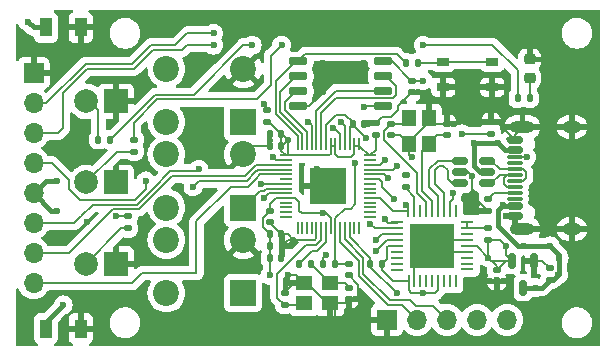
<source format=gbr>
%TF.GenerationSoftware,KiCad,Pcbnew,8.0.7*%
%TF.CreationDate,2025-04-15T10:47:43+02:00*%
%TF.ProjectId,colobus_hardware,636f6c6f-6275-4735-9f68-617264776172,rev?*%
%TF.SameCoordinates,Original*%
%TF.FileFunction,Copper,L1,Top*%
%TF.FilePolarity,Positive*%
%FSLAX46Y46*%
G04 Gerber Fmt 4.6, Leading zero omitted, Abs format (unit mm)*
G04 Created by KiCad (PCBNEW 8.0.7) date 2025-04-15 10:47:43*
%MOMM*%
%LPD*%
G01*
G04 APERTURE LIST*
G04 Aperture macros list*
%AMRoundRect*
0 Rectangle with rounded corners*
0 $1 Rounding radius*
0 $2 $3 $4 $5 $6 $7 $8 $9 X,Y pos of 4 corners*
0 Add a 4 corners polygon primitive as box body*
4,1,4,$2,$3,$4,$5,$6,$7,$8,$9,$2,$3,0*
0 Add four circle primitives for the rounded corners*
1,1,$1+$1,$2,$3*
1,1,$1+$1,$4,$5*
1,1,$1+$1,$6,$7*
1,1,$1+$1,$8,$9*
0 Add four rect primitives between the rounded corners*
20,1,$1+$1,$2,$3,$4,$5,0*
20,1,$1+$1,$4,$5,$6,$7,0*
20,1,$1+$1,$6,$7,$8,$9,0*
20,1,$1+$1,$8,$9,$2,$3,0*%
G04 Aperture macros list end*
%TA.AperFunction,SMDPad,CuDef*%
%ADD10RoundRect,0.140000X-0.170000X0.140000X-0.170000X-0.140000X0.170000X-0.140000X0.170000X0.140000X0*%
%TD*%
%TA.AperFunction,SMDPad,CuDef*%
%ADD11RoundRect,0.140000X-0.140000X-0.170000X0.140000X-0.170000X0.140000X0.170000X-0.140000X0.170000X0*%
%TD*%
%TA.AperFunction,ComponentPad*%
%ADD12R,2.000000X2.000000*%
%TD*%
%TA.AperFunction,ComponentPad*%
%ADD13C,2.000000*%
%TD*%
%TA.AperFunction,SMDPad,CuDef*%
%ADD14RoundRect,0.135000X0.185000X-0.135000X0.185000X0.135000X-0.185000X0.135000X-0.185000X-0.135000X0*%
%TD*%
%TA.AperFunction,SMDPad,CuDef*%
%ADD15R,1.100000X0.200000*%
%TD*%
%TA.AperFunction,SMDPad,CuDef*%
%ADD16R,0.200000X1.100000*%
%TD*%
%TA.AperFunction,SMDPad,CuDef*%
%ADD17R,3.100000X3.100000*%
%TD*%
%TA.AperFunction,ComponentPad*%
%ADD18R,2.200000X2.200000*%
%TD*%
%TA.AperFunction,ComponentPad*%
%ADD19C,2.200000*%
%TD*%
%TA.AperFunction,SMDPad,CuDef*%
%ADD20R,1.050000X1.600000*%
%TD*%
%TA.AperFunction,SMDPad,CuDef*%
%ADD21RoundRect,0.140000X0.140000X0.170000X-0.140000X0.170000X-0.140000X-0.170000X0.140000X-0.170000X0*%
%TD*%
%TA.AperFunction,SMDPad,CuDef*%
%ADD22RoundRect,0.150000X-0.650000X-0.150000X0.650000X-0.150000X0.650000X0.150000X-0.650000X0.150000X0*%
%TD*%
%TA.AperFunction,SMDPad,CuDef*%
%ADD23RoundRect,0.135000X-0.185000X0.135000X-0.185000X-0.135000X0.185000X-0.135000X0.185000X0.135000X0*%
%TD*%
%TA.AperFunction,SMDPad,CuDef*%
%ADD24R,1.050000X0.650000*%
%TD*%
%TA.AperFunction,SMDPad,CuDef*%
%ADD25RoundRect,0.135000X-0.135000X-0.185000X0.135000X-0.185000X0.135000X0.185000X-0.135000X0.185000X0*%
%TD*%
%TA.AperFunction,SMDPad,CuDef*%
%ADD26RoundRect,0.140000X0.170000X-0.140000X0.170000X0.140000X-0.170000X0.140000X-0.170000X-0.140000X0*%
%TD*%
%TA.AperFunction,ComponentPad*%
%ADD27R,1.700000X1.700000*%
%TD*%
%TA.AperFunction,ComponentPad*%
%ADD28O,1.700000X1.700000*%
%TD*%
%TA.AperFunction,SMDPad,CuDef*%
%ADD29RoundRect,0.135000X0.135000X0.185000X-0.135000X0.185000X-0.135000X-0.185000X0.135000X-0.185000X0*%
%TD*%
%TA.AperFunction,SMDPad,CuDef*%
%ADD30RoundRect,0.150000X-0.512500X-0.150000X0.512500X-0.150000X0.512500X0.150000X-0.512500X0.150000X0*%
%TD*%
%TA.AperFunction,SMDPad,CuDef*%
%ADD31RoundRect,0.218750X-0.256250X0.218750X-0.256250X-0.218750X0.256250X-0.218750X0.256250X0.218750X0*%
%TD*%
%TA.AperFunction,SMDPad,CuDef*%
%ADD32R,1.200000X1.400000*%
%TD*%
%TA.AperFunction,SMDPad,CuDef*%
%ADD33R,1.100000X0.280000*%
%TD*%
%TA.AperFunction,SMDPad,CuDef*%
%ADD34R,0.280000X1.100000*%
%TD*%
%TA.AperFunction,SMDPad,CuDef*%
%ADD35R,3.700000X3.700000*%
%TD*%
%TA.AperFunction,SMDPad,CuDef*%
%ADD36R,1.400000X1.200000*%
%TD*%
%TA.AperFunction,SMDPad,CuDef*%
%ADD37RoundRect,0.150000X0.500000X-0.150000X0.500000X0.150000X-0.500000X0.150000X-0.500000X-0.150000X0*%
%TD*%
%TA.AperFunction,SMDPad,CuDef*%
%ADD38RoundRect,0.075000X0.575000X-0.075000X0.575000X0.075000X-0.575000X0.075000X-0.575000X-0.075000X0*%
%TD*%
%TA.AperFunction,ComponentPad*%
%ADD39O,2.100000X1.000000*%
%TD*%
%TA.AperFunction,ComponentPad*%
%ADD40O,1.600000X1.000000*%
%TD*%
%TA.AperFunction,SMDPad,CuDef*%
%ADD41RoundRect,0.150000X-0.150000X0.512500X-0.150000X-0.512500X0.150000X-0.512500X0.150000X0.512500X0*%
%TD*%
%TA.AperFunction,ViaPad*%
%ADD42C,0.600000*%
%TD*%
%TA.AperFunction,Conductor*%
%ADD43C,0.400000*%
%TD*%
%TA.AperFunction,Conductor*%
%ADD44C,0.200000*%
%TD*%
G04 APERTURE END LIST*
D10*
%TO.P,C5,1*%
%TO.N,+3V3*%
X141200000Y-122520000D03*
%TO.P,C5,2*%
%TO.N,GND*%
X141200000Y-123480000D03*
%TD*%
%TO.P,C2,1*%
%TO.N,GND*%
X123250000Y-124520000D03*
%TO.P,C2,2*%
%TO.N,Net-(U1-XIN)*%
X123250000Y-125480000D03*
%TD*%
D11*
%TO.P,C12,1*%
%TO.N,+1V1*%
X129020000Y-110200000D03*
%TO.P,C12,2*%
%TO.N,GND*%
X129980000Y-110200000D03*
%TD*%
D12*
%TO.P,D2,1,K*%
%TO.N,GND*%
X109000000Y-108250000D03*
D13*
%TO.P,D2,2,A*%
%TO.N,Net-(D2-A)*%
X106460000Y-108250000D03*
%TD*%
D14*
%TO.P,R13,1*%
%TO.N,Net-(D4-A)*%
X110000000Y-119020000D03*
%TO.P,R13,2*%
%TO.N,LED4*%
X110000000Y-118000000D03*
%TD*%
D10*
%TO.P,C1,1*%
%TO.N,+3V3*%
X134000000Y-106520000D03*
%TO.P,C1,2*%
%TO.N,GND*%
X134000000Y-107480000D03*
%TD*%
D15*
%TO.P,U1,1,IOVDD*%
%TO.N,+3V3*%
X123400000Y-112840000D03*
%TO.P,U1,2,GPIO0*%
%TO.N,L1n*%
X123400000Y-113240000D03*
%TO.P,U1,3,GPIO1*%
%TO.N,L1p*%
X123400000Y-113640000D03*
%TO.P,U1,4,GPIO2*%
%TO.N,ID0*%
X123400000Y-114040000D03*
%TO.P,U1,5,GPIO3*%
%TO.N,ID1*%
X123400000Y-114440000D03*
%TO.P,U1,6,GPIO4*%
%TO.N,unconnected-(U1-GPIO4-Pad6)*%
X123400000Y-114840000D03*
%TO.P,U1,7,GPIO5*%
%TO.N,BTN1*%
X123400000Y-115240000D03*
%TO.P,U1,8,GPIO6*%
%TO.N,BTN2*%
X123400000Y-115640000D03*
%TO.P,U1,9,GPIO7*%
%TO.N,BTN3*%
X123400000Y-116040000D03*
%TO.P,U1,10,IOVDD*%
%TO.N,+3V3*%
X123400000Y-116440000D03*
%TO.P,U1,11,GPIO8*%
%TO.N,unconnected-(U1-GPIO8-Pad11)*%
X123400000Y-116840000D03*
%TO.P,U1,12,GPIO9*%
%TO.N,unconnected-(U1-GPIO9-Pad12)*%
X123400000Y-117240000D03*
%TO.P,U1,13,GPIO10*%
%TO.N,unconnected-(U1-GPIO10-Pad13)*%
X123400000Y-117640000D03*
%TO.P,U1,14,GPIO11*%
%TO.N,unconnected-(U1-GPIO11-Pad14)*%
X123400000Y-118040000D03*
D16*
%TO.P,U1,15,GPIO12*%
%TO.N,unconnected-(U1-GPIO12-Pad15)*%
X124350000Y-118990000D03*
%TO.P,U1,16,GPIO13*%
%TO.N,unconnected-(U1-GPIO13-Pad16)*%
X124750000Y-118990000D03*
%TO.P,U1,17,GPIO14*%
%TO.N,unconnected-(U1-GPIO14-Pad17)*%
X125150000Y-118990000D03*
%TO.P,U1,18,GPIO15*%
%TO.N,unconnected-(U1-GPIO15-Pad18)*%
X125550000Y-118990000D03*
%TO.P,U1,19,TESTEN*%
%TO.N,GND*%
X125950000Y-118990000D03*
%TO.P,U1,20,XIN*%
%TO.N,Net-(U1-XIN)*%
X126350000Y-118990000D03*
%TO.P,U1,21,XOUT*%
%TO.N,Net-(U1-XOUT)*%
X126750000Y-118990000D03*
%TO.P,U1,22,IOVDD*%
%TO.N,+3V3*%
X127150000Y-118990000D03*
%TO.P,U1,23,DVDD*%
%TO.N,+1V1*%
X127550000Y-118990000D03*
%TO.P,U1,24,SWCLK*%
%TO.N,SWDCLK*%
X127950000Y-118990000D03*
%TO.P,U1,25,SWD*%
%TO.N,SWDIO*%
X128350000Y-118990000D03*
%TO.P,U1,26,RUN*%
%TO.N,~{RESET}*%
X128750000Y-118990000D03*
%TO.P,U1,27,GPIO16*%
%TO.N,unconnected-(U1-GPIO16-Pad27)*%
X129150000Y-118990000D03*
%TO.P,U1,28,GPIO17*%
%TO.N,unconnected-(U1-GPIO17-Pad28)*%
X129550000Y-118990000D03*
D15*
%TO.P,U1,29,GPIO18*%
%TO.N,unconnected-(U1-GPIO18-Pad29)*%
X130500000Y-118040000D03*
%TO.P,U1,30,GPIO19*%
%TO.N,unconnected-(U1-GPIO19-Pad30)*%
X130500000Y-117640000D03*
%TO.P,U1,31,GPIO20*%
%TO.N,unconnected-(U1-GPIO20-Pad31)*%
X130500000Y-117240000D03*
%TO.P,U1,32,GPIO21*%
%TO.N,unconnected-(U1-GPIO21-Pad32)*%
X130500000Y-116840000D03*
%TO.P,U1,33,IOVDD*%
%TO.N,+3V3*%
X130500000Y-116440000D03*
%TO.P,U1,34,GPIO22*%
%TO.N,unconnected-(U1-GPIO22-Pad34)*%
X130500000Y-116040000D03*
%TO.P,U1,35,GPIO23*%
%TO.N,unconnected-(U1-GPIO23-Pad35)*%
X130500000Y-115640000D03*
%TO.P,U1,36,GPIO24*%
%TO.N,unconnected-(U1-GPIO24-Pad36)*%
X130500000Y-115240000D03*
%TO.P,U1,37,GPIO25*%
%TO.N,LED1*%
X130500000Y-114840000D03*
%TO.P,U1,38,GPIO26_ADC0*%
%TO.N,LED2*%
X130500000Y-114440000D03*
%TO.P,U1,39,GPIO27_ADC1*%
%TO.N,LED3*%
X130500000Y-114040000D03*
%TO.P,U1,40,GPIO28_ADC2*%
%TO.N,LED4*%
X130500000Y-113640000D03*
%TO.P,U1,41,GPIO29_ADC3*%
%TO.N,unconnected-(U1-GPIO29_ADC3-Pad41)*%
X130500000Y-113240000D03*
%TO.P,U1,42,IOVDD*%
%TO.N,+3V3*%
X130500000Y-112840000D03*
D16*
%TO.P,U1,43,ADC_AVDD*%
X129550000Y-111890000D03*
%TO.P,U1,44,VREG_IN*%
X129150000Y-111890000D03*
%TO.P,U1,45,VREG_VOUT*%
%TO.N,+1V1*%
X128750000Y-111890000D03*
%TO.P,U1,46,USB_DM*%
%TO.N,PICO_D_N*%
X128350000Y-111890000D03*
%TO.P,U1,47,USB_DP*%
%TO.N,PICO_D_P*%
X127950000Y-111890000D03*
%TO.P,U1,48,USB_VDD*%
%TO.N,+3V3*%
X127550000Y-111890000D03*
%TO.P,U1,49,IOVDD*%
X127150000Y-111890000D03*
%TO.P,U1,50,DVDD*%
%TO.N,+1V1*%
X126750000Y-111890000D03*
%TO.P,U1,51,QSPI_SD3*%
%TO.N,Net-(U1-QSPI_SD3)*%
X126350000Y-111890000D03*
%TO.P,U1,52,QSPI_SCLK*%
%TO.N,Net-(U1-QSPI_SCLK)*%
X125950000Y-111890000D03*
%TO.P,U1,53,QSPI_SD0*%
%TO.N,Net-(U1-QSPI_SD0)*%
X125550000Y-111890000D03*
%TO.P,U1,54,QSPI_SD2*%
%TO.N,Net-(U1-QSPI_SD2)*%
X125150000Y-111890000D03*
%TO.P,U1,55,QSPI_SD1*%
%TO.N,Net-(U1-QSPI_SD1)*%
X124750000Y-111890000D03*
%TO.P,U1,56,QSPI_SS*%
%TO.N,Net-(U1-QSPI_SS)*%
X124350000Y-111890000D03*
D17*
%TO.P,U1,57,GND*%
%TO.N,GND*%
X126950000Y-115440000D03*
%TD*%
D18*
%TO.P,Button3,1,1*%
%TO.N,BTN3*%
X119750000Y-124500000D03*
D19*
%TO.P,Button3,2,2*%
%TO.N,GND*%
X119750000Y-120000000D03*
%TO.P,Button3,3*%
%TO.N,N/C*%
X113250000Y-124500000D03*
%TO.P,Button3,4*%
X113250000Y-120000000D03*
%TD*%
D12*
%TO.P,D4,1,K*%
%TO.N,GND*%
X109000000Y-122000000D03*
D13*
%TO.P,D4,2,A*%
%TO.N,Net-(D4-A)*%
X106460000Y-122000000D03*
%TD*%
D20*
%TO.P,C8,1,1*%
%TO.N,5V*%
X103050000Y-127500000D03*
%TO.P,C8,2,2*%
%TO.N,GND*%
X106000000Y-127500000D03*
%TD*%
D21*
%TO.P,C16,1*%
%TO.N,+3V3*%
X122960000Y-111000000D03*
%TO.P,C16,2*%
%TO.N,GND*%
X122000000Y-111000000D03*
%TD*%
D22*
%TO.P,U2,1,~{CS}*%
%TO.N,Net-(U1-QSPI_SS)*%
X124400000Y-104845000D03*
%TO.P,U2,2,DO(IO1)*%
%TO.N,Net-(U1-QSPI_SD1)*%
X124400000Y-106115000D03*
%TO.P,U2,3,IO2*%
%TO.N,Net-(U1-QSPI_SD2)*%
X124400000Y-107385000D03*
%TO.P,U2,4,GND*%
%TO.N,GND*%
X124400000Y-108655000D03*
%TO.P,U2,5,DI(IO0)*%
%TO.N,Net-(U1-QSPI_SD0)*%
X131600000Y-108655000D03*
%TO.P,U2,6,CLK*%
%TO.N,Net-(U1-QSPI_SCLK)*%
X131600000Y-107385000D03*
%TO.P,U2,7,IO3*%
%TO.N,Net-(U1-QSPI_SD3)*%
X131600000Y-106115000D03*
%TO.P,U2,8,VCC*%
%TO.N,+3V3*%
X131600000Y-104845000D03*
%TD*%
D20*
%TO.P,C9,1,1*%
%TO.N,5V*%
X103050000Y-102000000D03*
%TO.P,C9,2,2*%
%TO.N,GND*%
X106000000Y-102000000D03*
%TD*%
D23*
%TO.P,R5,1*%
%TO.N,GND*%
X140750000Y-109990000D03*
%TO.P,R5,2*%
%TO.N,Net-(J2-CC2)*%
X140750000Y-111010000D03*
%TD*%
D24*
%TO.P,SW1,1,1*%
%TO.N,GND*%
X140825000Y-107075000D03*
X136675000Y-107075000D03*
%TO.P,SW1,2,2*%
%TO.N,Net-(R2-Pad1)*%
X140825000Y-104925000D03*
X136675000Y-104925000D03*
%TD*%
D25*
%TO.P,R3,1*%
%TO.N,Net-(U1-XOUT)*%
X124500000Y-122000000D03*
%TO.P,R3,2*%
%TO.N,Net-(C3-Pad2)*%
X125520000Y-122000000D03*
%TD*%
D14*
%TO.P,R4,1*%
%TO.N,GND*%
X140500000Y-117510000D03*
%TO.P,R4,2*%
%TO.N,Net-(J2-CC1)*%
X140500000Y-116490000D03*
%TD*%
D21*
%TO.P,C10,1*%
%TO.N,+1V1*%
X127480000Y-122000000D03*
%TO.P,C10,2*%
%TO.N,GND*%
X126520000Y-122000000D03*
%TD*%
D25*
%TO.P,R11,1*%
%TO.N,Net-(D2-A)*%
X107490000Y-111500000D03*
%TO.P,R11,2*%
%TO.N,LED2*%
X108510000Y-111500000D03*
%TD*%
D26*
%TO.P,C4,1*%
%TO.N,5V*%
X145700000Y-123367500D03*
%TO.P,C4,2*%
%TO.N,GND*%
X145700000Y-122407500D03*
%TD*%
D21*
%TO.P,C15,1*%
%TO.N,+3V3*%
X122980000Y-112000000D03*
%TO.P,C15,2*%
%TO.N,GND*%
X122020000Y-112000000D03*
%TD*%
D10*
%TO.P,C11,1*%
%TO.N,+1V1*%
X128700000Y-122020000D03*
%TO.P,C11,2*%
%TO.N,GND*%
X128700000Y-122980000D03*
%TD*%
D27*
%TO.P,J3,1,Pin_1*%
%TO.N,GND*%
X102000000Y-105875000D03*
D28*
%TO.P,J3,2,Pin_2*%
%TO.N,L0p*%
X102000000Y-108415000D03*
%TO.P,J3,3,Pin_3*%
%TO.N,L0n*%
X102000000Y-110955000D03*
%TO.P,J3,4,Pin_4*%
%TO.N,ID0*%
X102000000Y-113495000D03*
%TO.P,J3,5,Pin_5*%
%TO.N,5V*%
X102000000Y-116035000D03*
%TO.P,J3,6,Pin_6*%
%TO.N,L1n*%
X102000000Y-118575000D03*
%TO.P,J3,7,Pin_7*%
%TO.N,L1p*%
X102000000Y-121115000D03*
%TO.P,J3,8,Pin_8*%
%TO.N,ID1*%
X102000000Y-123655000D03*
%TD*%
D26*
%TO.P,C3,1*%
%TO.N,GND*%
X128700000Y-124980000D03*
%TO.P,C3,2*%
%TO.N,Net-(C3-Pad2)*%
X128700000Y-124020000D03*
%TD*%
D18*
%TO.P,Button2,1,1*%
%TO.N,BTN2*%
X119750000Y-117250000D03*
D19*
%TO.P,Button2,2,2*%
%TO.N,GND*%
X119750000Y-112750000D03*
%TO.P,Button2,3*%
%TO.N,N/C*%
X113250000Y-117250000D03*
%TO.P,Button2,4*%
X113250000Y-112750000D03*
%TD*%
D29*
%TO.P,R1,1*%
%TO.N,+3V3*%
X131510000Y-122000000D03*
%TO.P,R1,2*%
%TO.N,~{RESET}*%
X130490000Y-122000000D03*
%TD*%
D10*
%TO.P,C6,1*%
%TO.N,GND*%
X136995000Y-110170000D03*
%TO.P,C6,2*%
%TO.N,Net-(U6-XTALOUT)*%
X136995000Y-111130000D03*
%TD*%
D30*
%TO.P,U4,1,I/O1*%
%TO.N,D_P*%
X138112500Y-113300000D03*
%TO.P,U4,2,GND*%
%TO.N,GND*%
X138112500Y-114250000D03*
%TO.P,U4,3,I/O2*%
%TO.N,D_N*%
X138112500Y-115200000D03*
%TO.P,U4,4,I/O2*%
%TO.N,USB_DN*%
X140387500Y-115200000D03*
%TO.P,U4,5,VBUS*%
%TO.N,5V*%
X140387500Y-114250000D03*
%TO.P,U4,6,I/O1*%
%TO.N,USB_DP*%
X140387500Y-113300000D03*
%TD*%
D31*
%TO.P,D1,1,K*%
%TO.N,GND*%
X144000000Y-104712500D03*
%TO.P,D1,2,A*%
%TO.N,Net-(D1-A)*%
X144000000Y-106287500D03*
%TD*%
D18*
%TO.P,Button1,1,1*%
%TO.N,BTN1*%
X119750000Y-110000000D03*
D19*
%TO.P,Button1,2,2*%
%TO.N,GND*%
X119750000Y-105500000D03*
%TO.P,Button1,3*%
%TO.N,N/C*%
X113250000Y-110000000D03*
%TO.P,Button1,4*%
X113250000Y-105500000D03*
%TD*%
D26*
%TO.P,C17,1*%
%TO.N,+3V3*%
X121800000Y-109980000D03*
%TO.P,C17,2*%
%TO.N,GND*%
X121800000Y-109020000D03*
%TD*%
D29*
%TO.P,R2,1*%
%TO.N,Net-(R2-Pad1)*%
X134510000Y-105000000D03*
%TO.P,R2,2*%
%TO.N,Net-(U1-QSPI_SS)*%
X133490000Y-105000000D03*
%TD*%
D14*
%TO.P,R12,1*%
%TO.N,Net-(D3-A)*%
X110500000Y-112520000D03*
%TO.P,R12,2*%
%TO.N,LED3*%
X110500000Y-111500000D03*
%TD*%
D11*
%TO.P,C18,1*%
%TO.N,+3V3*%
X122020000Y-119500000D03*
%TO.P,C18,2*%
%TO.N,GND*%
X122980000Y-119500000D03*
%TD*%
D32*
%TO.P,Y2,1,1*%
%TO.N,Net-(U6-XTALOUT)*%
X135470000Y-111850000D03*
%TO.P,Y2,2,2*%
%TO.N,GND*%
X135470000Y-109650000D03*
%TO.P,Y2,3,3*%
%TO.N,Net-(U6-XTALIN{slash}CLKIN)*%
X133770000Y-109650000D03*
%TO.P,Y2,4,4*%
%TO.N,GND*%
X133770000Y-111850000D03*
%TD*%
D33*
%TO.P,U6,1,USBDM_DN1/PRT_DIS_M1*%
%TO.N,PICO_D_N*%
X132780000Y-118500000D03*
%TO.P,U6,2,USBDP_DN1/PRT_DIS_P1*%
%TO.N,PICO_D_P*%
X132780000Y-119000000D03*
%TO.P,U6,3,USBDM_DN2/PRT_DIS_M2*%
%TO.N,L0n*%
X132780000Y-119500000D03*
%TO.P,U6,4,USBDP_DN2/PRT_DIS_P2*%
%TO.N,L0p*%
X132780000Y-120000000D03*
%TO.P,U6,5,VDDA33*%
%TO.N,+3V3*%
X132780000Y-120500000D03*
%TO.P,U6,6,NC*%
%TO.N,unconnected-(U6-NC-Pad6)*%
X132780000Y-121000000D03*
%TO.P,U6,7,NC*%
%TO.N,unconnected-(U6-NC-Pad7)*%
X132780000Y-121500000D03*
%TO.P,U6,8,NC*%
%TO.N,unconnected-(U6-NC-Pad8)*%
X132780000Y-122000000D03*
%TO.P,U6,9,NC*%
%TO.N,unconnected-(U6-NC-Pad9)*%
X132780000Y-122500000D03*
D34*
%TO.P,U6,10,VDDA33*%
%TO.N,+3V3*%
X133750000Y-123450000D03*
%TO.P,U6,11,TEST*%
%TO.N,GND*%
X134240000Y-123450000D03*
%TO.P,U6,12,PRTPWR1/BC_EN1*%
%TO.N,unconnected-(U6-PRTPWR1{slash}BC_EN1-Pad12)*%
X134740000Y-123450000D03*
%TO.P,U6,13,OCS_N1*%
%TO.N,unconnected-(U6-OCS_N1-Pad13)*%
X135240000Y-123450000D03*
%TO.P,U6,14,CRFILT*%
%TO.N,unconnected-(U6-CRFILT-Pad14)*%
X135740000Y-123450000D03*
%TO.P,U6,15,VDD33*%
%TO.N,+3V3*%
X136240000Y-123450000D03*
%TO.P,U6,16,PRTPWR21/BC_EN2*%
%TO.N,unconnected-(U6-PRTPWR21{slash}BC_EN2-Pad16)*%
X136750000Y-123450000D03*
%TO.P,U6,17,OCS_N2*%
%TO.N,unconnected-(U6-OCS_N2-Pad17)*%
X137250000Y-123450000D03*
%TO.P,U6,18,NC*%
%TO.N,unconnected-(U6-NC-Pad18)*%
X137750000Y-123450000D03*
D33*
%TO.P,U6,19,NC*%
%TO.N,unconnected-(U6-NC-Pad19)*%
X138720000Y-122490000D03*
%TO.P,U6,20,NC*%
%TO.N,unconnected-(U6-NC-Pad20)*%
X138720000Y-121990000D03*
%TO.P,U6,21,NC*%
%TO.N,unconnected-(U6-NC-Pad21)*%
X138720000Y-121490000D03*
%TO.P,U6,22,SDA/SMBDATA*%
%TO.N,GND*%
X138720000Y-120990000D03*
%TO.P,U6,23,VDD33*%
%TO.N,+3V3*%
X138720000Y-120490000D03*
%TO.P,U6,24,SCL/SMBCLK/CFG_SEL0*%
%TO.N,GND*%
X138720000Y-119990000D03*
%TO.P,U6,25,HS_IND/CFG_SEL1*%
%TO.N,unconnected-(U6-HS_IND{slash}CFG_SEL1-Pad25)*%
X138720000Y-119490000D03*
%TO.P,U6,26,RESET_N*%
%TO.N,Net-(U6-RESET_N)*%
X138720000Y-118990000D03*
%TO.P,U6,27,VBUS_DET*%
X138720000Y-118490000D03*
D34*
%TO.P,U6,28,SUSP_IND/LOCAL_PWR/NON_REM0*%
%TO.N,unconnected-(U6-SUSP_IND{slash}LOCAL_PWR{slash}NON_REM0-Pad28)*%
X137730000Y-117510000D03*
%TO.P,U6,29,VDDA33*%
%TO.N,+3V3*%
X137240000Y-117510000D03*
%TO.P,U6,30,USBDM_UP*%
%TO.N,D_N*%
X136740000Y-117510000D03*
%TO.P,U6,31,USBDP_UP*%
%TO.N,D_P*%
X136230000Y-117510000D03*
%TO.P,U6,32,XTALOUT*%
%TO.N,Net-(U6-XTALOUT)*%
X135730000Y-117510000D03*
%TO.P,U6,33,XTALIN/CLKIN*%
%TO.N,Net-(U6-XTALIN{slash}CLKIN)*%
X135230000Y-117510000D03*
%TO.P,U6,34,PLLFILT*%
%TO.N,unconnected-(U6-PLLFILT-Pad34)*%
X134730000Y-117510000D03*
%TO.P,U6,35,RBIAS*%
%TO.N,Net-(U6-RBIAS)*%
X134230000Y-117510000D03*
%TO.P,U6,36,VDDA33*%
%TO.N,+3V3*%
X133740000Y-117510000D03*
D35*
%TO.P,U6,37,EXP*%
%TO.N,GND*%
X135750000Y-120500000D03*
%TD*%
D27*
%TO.P,J1,1,Pin_1*%
%TO.N,GND*%
X131925000Y-126750000D03*
D28*
%TO.P,J1,2,Pin_2*%
%TO.N,SWDCLK*%
X134465000Y-126750000D03*
%TO.P,J1,3,Pin_3*%
%TO.N,SWDIO*%
X137005000Y-126750000D03*
%TO.P,J1,4,Pin_4*%
%TO.N,~{RESET}*%
X139545000Y-126750000D03*
%TO.P,J1,5,Pin_5*%
%TO.N,+3V3*%
X142085000Y-126750000D03*
%TD*%
D36*
%TO.P,Y3,1,1*%
%TO.N,Net-(C3-Pad2)*%
X127100000Y-123650000D03*
%TO.P,Y3,2,2*%
%TO.N,GND*%
X124900000Y-123650000D03*
%TO.P,Y3,3,3*%
%TO.N,Net-(U1-XIN)*%
X124900000Y-125350000D03*
%TO.P,Y3,4,4*%
%TO.N,GND*%
X127100000Y-125350000D03*
%TD*%
D26*
%TO.P,C13,1*%
%TO.N,+3V3*%
X131000000Y-111080000D03*
%TO.P,C13,2*%
%TO.N,GND*%
X131000000Y-110120000D03*
%TD*%
%TO.P,C7,1*%
%TO.N,GND*%
X132245000Y-111130000D03*
%TO.P,C7,2*%
%TO.N,Net-(U6-XTALIN{slash}CLKIN)*%
X132245000Y-110170000D03*
%TD*%
D37*
%TO.P,J2,A1,GND*%
%TO.N,GND*%
X142755000Y-117950000D03*
%TO.P,J2,A4,VBUS*%
%TO.N,5V*%
X142755000Y-117150000D03*
D38*
%TO.P,J2,A5,CC1*%
%TO.N,Net-(J2-CC1)*%
X142755000Y-116000000D03*
%TO.P,J2,A6,D+*%
%TO.N,USB_DP*%
X142755000Y-115000000D03*
%TO.P,J2,A7,D-*%
%TO.N,USB_DN*%
X142755000Y-114500000D03*
%TO.P,J2,A8,SBU1*%
%TO.N,unconnected-(J2-SBU1-PadA8)*%
X142755000Y-113500000D03*
D37*
%TO.P,J2,A9,VBUS*%
%TO.N,5V*%
X142755000Y-112350000D03*
%TO.P,J2,A12,GND*%
%TO.N,GND*%
X142755000Y-111550000D03*
%TO.P,J2,B1,GND*%
X142755000Y-111550000D03*
%TO.P,J2,B4,VBUS*%
%TO.N,5V*%
X142755000Y-112350000D03*
D38*
%TO.P,J2,B5,CC2*%
%TO.N,Net-(J2-CC2)*%
X142755000Y-113000000D03*
%TO.P,J2,B6,D+*%
%TO.N,USB_DP*%
X142755000Y-114000000D03*
%TO.P,J2,B7,D-*%
%TO.N,USB_DN*%
X142755000Y-115500000D03*
%TO.P,J2,B8,SBU2*%
%TO.N,unconnected-(J2-SBU2-PadB8)*%
X142755000Y-116500000D03*
D37*
%TO.P,J2,B9,VBUS*%
%TO.N,5V*%
X142755000Y-117150000D03*
%TO.P,J2,B12,GND*%
%TO.N,GND*%
X142755000Y-117950000D03*
D39*
%TO.P,J2,S1,SHIELD*%
X143395000Y-119070000D03*
D40*
X147575000Y-119070000D03*
D39*
X143395000Y-110430000D03*
D40*
X147575000Y-110430000D03*
%TD*%
D29*
%TO.P,R10,1*%
%TO.N,Net-(D1-A)*%
X144010000Y-108000000D03*
%TO.P,R10,2*%
%TO.N,LED1*%
X142990000Y-108000000D03*
%TD*%
D11*
%TO.P,C20,1*%
%TO.N,+3V3*%
X122040000Y-120500000D03*
%TO.P,C20,2*%
%TO.N,GND*%
X123000000Y-120500000D03*
%TD*%
%TO.P,C14,1*%
%TO.N,+3V3*%
X122020000Y-121500000D03*
%TO.P,C14,2*%
%TO.N,GND*%
X122980000Y-121500000D03*
%TD*%
D10*
%TO.P,C19,1*%
%TO.N,+3V3*%
X122000000Y-117520000D03*
%TO.P,C19,2*%
%TO.N,GND*%
X122000000Y-118480000D03*
%TD*%
D14*
%TO.P,R15,1*%
%TO.N,Net-(U6-RBIAS)*%
X133500000Y-115510000D03*
%TO.P,R15,2*%
%TO.N,GND*%
X133500000Y-114490000D03*
%TD*%
D41*
%TO.P,U3,1,GND*%
%TO.N,GND*%
X144400000Y-121750000D03*
%TO.P,U3,2,VO*%
%TO.N,+3V3*%
X142500000Y-121750000D03*
%TO.P,U3,3,VI*%
%TO.N,5V*%
X143450000Y-124025000D03*
%TD*%
D12*
%TO.P,D3,1,K*%
%TO.N,GND*%
X109000000Y-115125000D03*
D13*
%TO.P,D3,2,A*%
%TO.N,Net-(D3-A)*%
X106460000Y-115125000D03*
%TD*%
D14*
%TO.P,R6,1*%
%TO.N,+3V3*%
X140500000Y-120010000D03*
%TO.P,R6,2*%
%TO.N,Net-(U6-RESET_N)*%
X140500000Y-118990000D03*
%TD*%
D42*
%TO.N,GND*%
X142000000Y-118000000D03*
%TO.N,L0n*%
X131000000Y-120000000D03*
%TO.N,L0p*%
X131000000Y-120924314D03*
%TO.N,GND*%
X146500000Y-107000000D03*
X138750000Y-106000000D03*
X101000000Y-127500000D03*
X144400000Y-121750000D03*
X126500000Y-105000000D03*
X121500000Y-108500000D03*
X116000000Y-105500000D03*
X106500000Y-118500000D03*
X135000000Y-108000000D03*
X114500000Y-127000000D03*
X136000000Y-119500000D03*
X126000000Y-102000000D03*
X122500000Y-127000000D03*
X116000000Y-112000000D03*
X139500000Y-124500000D03*
X134500000Y-120500000D03*
X136500000Y-102000000D03*
X124000000Y-120000000D03*
X115959720Y-116986234D03*
X117500000Y-120000000D03*
X126500000Y-107500000D03*
X105000000Y-112500000D03*
X148500000Y-123000000D03*
X130000000Y-105000000D03*
X119000000Y-127000000D03*
X146500000Y-114000000D03*
X138500000Y-107500000D03*
X117000000Y-123500000D03*
X129500000Y-125000000D03*
X130500000Y-101500000D03*
X126000000Y-127000000D03*
X137000000Y-120500000D03*
X126750000Y-121250000D03*
X128000000Y-116500000D03*
X107000000Y-125000000D03*
X148500000Y-116000000D03*
X135500000Y-121500000D03*
X114265479Y-101493762D03*
X127500000Y-127000000D03*
X116000000Y-109500000D03*
X139137499Y-114612501D03*
X134000000Y-113000000D03*
X123500000Y-123000000D03*
X133500000Y-114490000D03*
X141200000Y-123367500D03*
X126950000Y-115437500D03*
X141000000Y-108500000D03*
X138500000Y-109000000D03*
X143000000Y-102500000D03*
X126000000Y-114000000D03*
%TO.N,BTN1*%
X121250000Y-115250000D03*
%TO.N,BTN3*%
X121500163Y-116449998D03*
%TO.N,+3V3*%
X122020000Y-122980000D03*
X142000000Y-120500000D03*
X137500000Y-116000000D03*
X126529430Y-117720570D03*
X133500000Y-117000000D03*
X135000000Y-106500000D03*
X135000000Y-124500000D03*
X140500000Y-121500000D03*
X123512500Y-111512500D03*
%TO.N,5V*%
X146438749Y-122938749D03*
X143500000Y-120500000D03*
X141750000Y-117000000D03*
X104500000Y-125500000D03*
X145750000Y-120500000D03*
X101500000Y-101500000D03*
X104000000Y-117500000D03*
X144500000Y-124025000D03*
X104000000Y-115000000D03*
X146500000Y-121500000D03*
X141281170Y-111750000D03*
X139250000Y-111750000D03*
%TO.N,~{RESET}*%
X132750000Y-124500000D03*
%TO.N,Net-(J2-CC2)*%
X138260000Y-111010000D03*
X143750000Y-113000000D03*
%TO.N,L0p*%
X117240000Y-102500000D03*
%TO.N,L1n*%
X122250000Y-113000000D03*
X116000000Y-114000000D03*
%TO.N,L0n*%
X117240000Y-103500000D03*
%TO.N,ID0*%
X115500000Y-115500000D03*
X111500000Y-115000000D03*
%TO.N,LED1*%
X132500000Y-116500000D03*
X135000000Y-103500000D03*
%TO.N,LED2*%
X120500000Y-103500000D03*
X132000000Y-114750000D03*
%TO.N,LED3*%
X132750000Y-113750000D03*
X123000000Y-103500000D03*
%TO.N,LED4*%
X131750000Y-113250000D03*
X109000000Y-118000000D03*
%TO.N,+1V1*%
X130150000Y-111350000D03*
X129250000Y-113500000D03*
%TO.N,PICO_D_N*%
X128000000Y-110000000D03*
X131750000Y-118250000D03*
%TO.N,PICO_D_P*%
X130500000Y-118640002D03*
X127350000Y-110500000D03*
%TO.N,Net-(U1-QSPI_SD0)*%
X125250000Y-110000000D03*
X130000000Y-108750000D03*
%TO.N,GND*%
X135750000Y-120500000D03*
%TD*%
D43*
%TO.N,5V*%
X141750000Y-117000000D02*
X141300000Y-117450000D01*
X141300000Y-117450000D02*
X141300000Y-118800000D01*
X143000000Y-120500000D02*
X143500000Y-120500000D01*
X141300000Y-118800000D02*
X143000000Y-120500000D01*
D44*
%TO.N,GND*%
X142050000Y-117950000D02*
X142000000Y-118000000D01*
X142755000Y-117950000D02*
X142050000Y-117950000D01*
X140500000Y-117510000D02*
X139137499Y-116147499D01*
X139137499Y-116147499D02*
X139137499Y-114612501D01*
%TO.N,Net-(J2-CC1)*%
X142755000Y-116000000D02*
X140990000Y-116000000D01*
X140990000Y-116000000D02*
X140500000Y-116490000D01*
D43*
%TO.N,5V*%
X142755000Y-117150000D02*
X141900000Y-117150000D01*
X141900000Y-117150000D02*
X141750000Y-117000000D01*
D44*
%TO.N,L0n*%
X131631471Y-119520000D02*
X132000000Y-119520000D01*
X131480000Y-119520000D02*
X131000000Y-120000000D01*
X132000000Y-119520000D02*
X131480000Y-119520000D01*
X132000000Y-119520000D02*
X132780000Y-119520000D01*
%TO.N,L0p*%
X131904314Y-120020000D02*
X131000000Y-120924314D01*
%TO.N,PICO_D_P*%
X130879998Y-119020000D02*
X132780000Y-119020000D01*
X130500000Y-118640002D02*
X130879998Y-119020000D01*
%TO.N,L0p*%
X131980000Y-120020000D02*
X131904314Y-120020000D01*
%TO.N,+3V3*%
X132780000Y-120500000D02*
X131990000Y-120500000D01*
X131990000Y-120500000D02*
X131930000Y-120560000D01*
X131930000Y-120560000D02*
X131930000Y-121580000D01*
X131930000Y-121580000D02*
X131510000Y-122000000D01*
X131510000Y-122000000D02*
X131510000Y-122520000D01*
X131510000Y-122520000D02*
X132440000Y-123450000D01*
X132440000Y-123450000D02*
X133750000Y-123450000D01*
%TO.N,+1V1*%
X128750000Y-111890000D02*
X128750000Y-110470000D01*
X128750000Y-110470000D02*
X129020000Y-110200000D01*
X129020000Y-110200000D02*
X129020000Y-110220000D01*
X129020000Y-110220000D02*
X130150000Y-111350000D01*
X126750000Y-111890000D02*
X126750000Y-110251471D01*
X129020000Y-110020000D02*
X129020000Y-110200000D01*
X126750000Y-110251471D02*
X127601471Y-109400000D01*
X127601471Y-109400000D02*
X128400000Y-109400000D01*
X128400000Y-109400000D02*
X129020000Y-110020000D01*
%TO.N,PICO_D_N*%
X128000000Y-110000000D02*
X128350000Y-110350000D01*
X128350000Y-110350000D02*
X128350000Y-112000000D01*
%TO.N,PICO_D_P*%
X127950000Y-111040000D02*
X127950000Y-111890000D01*
X127350000Y-110500000D02*
X127410000Y-110500000D01*
X127410000Y-110500000D02*
X127950000Y-111040000D01*
%TO.N,+3V3*%
X123400000Y-112840000D02*
X127050000Y-112840000D01*
X127050000Y-112840000D02*
X127150000Y-112740000D01*
X127150000Y-112740000D02*
X127150000Y-111890000D01*
X129150000Y-111890000D02*
X129150000Y-112740000D01*
X129150000Y-112740000D02*
X128890000Y-113000000D01*
X127810000Y-113000000D02*
X127550000Y-112740000D01*
X128890000Y-113000000D02*
X127810000Y-113000000D01*
X127550000Y-112740000D02*
X127550000Y-111890000D01*
X140500000Y-120010000D02*
X140500000Y-121500000D01*
X140500000Y-121500000D02*
X140750000Y-121750000D01*
X140750000Y-121750000D02*
X142500000Y-121750000D01*
X141200000Y-122520000D02*
X141200000Y-122200000D01*
X141200000Y-122200000D02*
X140500000Y-121500000D01*
X142500000Y-121750000D02*
X141970000Y-121750000D01*
X141970000Y-121750000D02*
X141200000Y-122520000D01*
X140500000Y-121500000D02*
X139510000Y-120510000D01*
X139510000Y-120510000D02*
X138720000Y-120510000D01*
X140500000Y-120010000D02*
X141510000Y-120010000D01*
X141510000Y-120010000D02*
X142000000Y-120500000D01*
%TO.N,Net-(U6-RESET_N)*%
X140500000Y-118990000D02*
X138720000Y-118990000D01*
%TO.N,GND*%
X138720000Y-119990000D02*
X136260000Y-119990000D01*
X136260000Y-119990000D02*
X135750000Y-120500000D01*
X138720000Y-120990000D02*
X136240000Y-120990000D01*
X136240000Y-120990000D02*
X135750000Y-120500000D01*
X134240000Y-123450000D02*
X134240000Y-122010000D01*
X134240000Y-122010000D02*
X135750000Y-120500000D01*
%TO.N,Net-(U1-XIN)*%
X123250000Y-125480000D02*
X122640000Y-124870000D01*
X122640000Y-124870000D02*
X122640000Y-122860000D01*
X122640000Y-122860000D02*
X125080000Y-120420000D01*
X125935686Y-120420000D02*
X126350000Y-120005686D01*
X125080000Y-120420000D02*
X125935686Y-120420000D01*
X126350000Y-120005686D02*
X126350000Y-118990000D01*
%TO.N,GND*%
X123200000Y-124520000D02*
X123200000Y-123300000D01*
X123200000Y-123300000D02*
X123500000Y-123000000D01*
X123200000Y-124520000D02*
X124070000Y-123650000D01*
X124070000Y-123650000D02*
X124900000Y-123650000D01*
%TO.N,Net-(U1-XIN)*%
X123200000Y-125480000D02*
X124770000Y-125480000D01*
X124770000Y-125480000D02*
X124900000Y-125350000D01*
X124550000Y-125000000D02*
X124900000Y-125350000D01*
%TO.N,GND*%
X124510000Y-124040000D02*
X124900000Y-123650000D01*
X129500000Y-125000000D02*
X128720000Y-125000000D01*
X128720000Y-125000000D02*
X128700000Y-124980000D01*
X127100000Y-125350000D02*
X128330000Y-125350000D01*
X128330000Y-125350000D02*
X128700000Y-124980000D01*
%TO.N,Net-(U1-XIN)*%
X124350000Y-125350000D02*
X124900000Y-125350000D01*
%TO.N,GND*%
X123500000Y-123000000D02*
X124250000Y-123000000D01*
X124250000Y-123000000D02*
X124900000Y-123650000D01*
X132245000Y-111130000D02*
X133050000Y-111130000D01*
X139137499Y-114612500D02*
X139137499Y-114612501D01*
X122000000Y-111000000D02*
X122000000Y-111980000D01*
X127500000Y-125750000D02*
X127100000Y-125350000D01*
X122980000Y-119500000D02*
X122980000Y-121500000D01*
X126520000Y-121480000D02*
X126750000Y-121250000D01*
X120500000Y-112000000D02*
X119750000Y-112750000D01*
X132870000Y-109000000D02*
X132870000Y-108610000D01*
X144400000Y-121750000D02*
X145042500Y-121750000D01*
X129960000Y-110200000D02*
X130920000Y-110200000D01*
X139137500Y-114612501D02*
X139250000Y-114725001D01*
X122000000Y-118480000D02*
X122000000Y-118520000D01*
X123500000Y-119500000D02*
X124000000Y-120000000D01*
X126950000Y-115437500D02*
X125812500Y-115437500D01*
X124900000Y-123650000D02*
X125150000Y-123650000D01*
X134000000Y-107480000D02*
X134000000Y-107500000D01*
X142755000Y-111550000D02*
X142755000Y-111070000D01*
X131925000Y-126750000D02*
X131500000Y-126750000D01*
X122000000Y-111980000D02*
X122020000Y-112000000D01*
X122980000Y-121500000D02*
X122980000Y-121020000D01*
X127500000Y-127000000D02*
X127500000Y-125750000D01*
X130920000Y-110200000D02*
X131000000Y-110120000D01*
X133050000Y-111130000D02*
X133770000Y-111850000D01*
X138112500Y-114250000D02*
X138774999Y-114250000D01*
X142755000Y-117950000D02*
X142755000Y-118430000D01*
X125790000Y-120000000D02*
X124000000Y-120000000D01*
X140750000Y-109990000D02*
X141195000Y-109990000D01*
X126520000Y-122000000D02*
X126520000Y-121480000D01*
X128700000Y-122980000D02*
X129500000Y-123780000D01*
X121800000Y-108800000D02*
X121500000Y-108500000D01*
X132870000Y-108610000D02*
X134000000Y-107480000D01*
X131530000Y-109590000D02*
X132280000Y-109590000D01*
X139137499Y-114612501D02*
X139137500Y-114612501D01*
X135470000Y-110030000D02*
X135470000Y-109650000D01*
X138774999Y-114250000D02*
X139137499Y-114612500D01*
X136250000Y-121000000D02*
X135750000Y-120500000D01*
X133770000Y-112770000D02*
X134000000Y-113000000D01*
X135470000Y-108970000D02*
X135470000Y-109650000D01*
X142755000Y-111070000D02*
X143395000Y-110430000D01*
X133770000Y-111850000D02*
X133770000Y-112770000D01*
X124000000Y-120000000D02*
X123500000Y-120000000D01*
X122980000Y-121020000D02*
X124000000Y-120000000D01*
X129500000Y-123780000D02*
X129500000Y-125000000D01*
X124400000Y-108655000D02*
X125345000Y-108655000D01*
X131000000Y-110120000D02*
X131530000Y-109590000D01*
X125150000Y-123650000D02*
X126850000Y-125350000D01*
X141195000Y-109990000D02*
X142755000Y-111550000D01*
X133770000Y-111730000D02*
X135470000Y-110030000D01*
X145042500Y-121750000D02*
X145700000Y-122407500D01*
X136995000Y-110170000D02*
X135990000Y-110170000D01*
X125950000Y-118990000D02*
X125950000Y-119840000D01*
X122980000Y-119500000D02*
X123500000Y-119500000D01*
X125950000Y-119840000D02*
X125790000Y-120000000D01*
X122000000Y-118520000D02*
X122980000Y-119500000D01*
X123500000Y-120000000D02*
X123000000Y-120500000D01*
X122020000Y-112000000D02*
X120500000Y-112000000D01*
X125345000Y-108655000D02*
X126500000Y-107500000D01*
X142755000Y-118430000D02*
X143395000Y-119070000D01*
X133770000Y-111850000D02*
X133770000Y-111730000D01*
X126850000Y-125350000D02*
X127100000Y-125350000D01*
X132280000Y-109590000D02*
X132870000Y-109000000D01*
X121800000Y-109020000D02*
X121800000Y-108800000D01*
%TO.N,BTN1*%
X120250000Y-110500000D02*
X119750000Y-110000000D01*
X123400000Y-115240000D02*
X121260000Y-115240000D01*
X121260000Y-115240000D02*
X121250000Y-115250000D01*
X121262500Y-115237500D02*
X121250000Y-115250000D01*
%TO.N,BTN2*%
X121498529Y-115850000D02*
X121150000Y-115850000D01*
X121150000Y-115850000D02*
X119750000Y-117250000D01*
X123400000Y-115640000D02*
X121708529Y-115640000D01*
X121708529Y-115640000D02*
X121498529Y-115850000D01*
%TO.N,BTN3*%
X121910161Y-116040000D02*
X121500163Y-116449998D01*
X123400000Y-116040000D02*
X121910161Y-116040000D01*
%TO.N,+3V3*%
X130500000Y-116440000D02*
X131350000Y-116440000D01*
X124500000Y-116790000D02*
X124500000Y-117500000D01*
X133740000Y-117240000D02*
X133500000Y-117000000D01*
X124500000Y-117500000D02*
X124720570Y-117720570D01*
X134000000Y-106520000D02*
X134980000Y-106520000D01*
X136240000Y-124260000D02*
X136240000Y-123470000D01*
X133990000Y-106510000D02*
X134000000Y-106520000D01*
X122960000Y-111980000D02*
X122980000Y-112000000D01*
X129150000Y-112000000D02*
X129550000Y-112000000D01*
X127550000Y-112000000D02*
X127150000Y-112000000D01*
X122000000Y-117520000D02*
X121390000Y-118130000D01*
X121800000Y-109980000D02*
X121940000Y-109980000D01*
X123400000Y-116440000D02*
X124150000Y-116440000D01*
X122020000Y-121500000D02*
X122020000Y-119500000D01*
X127150000Y-118140000D02*
X126730570Y-117720570D01*
X122960000Y-111000000D02*
X122960000Y-111980000D01*
X134980000Y-106520000D02*
X135000000Y-106500000D01*
X131000000Y-111080000D02*
X131000000Y-112340000D01*
X129550000Y-112000000D02*
X130387500Y-112837500D01*
X137500000Y-116500000D02*
X137500000Y-116000000D01*
X122020000Y-121500000D02*
X122020000Y-122980000D01*
X123025000Y-112000000D02*
X123512500Y-111512500D01*
X133750000Y-123470000D02*
X133750000Y-124270000D01*
X122010000Y-119490000D02*
X122020000Y-119500000D01*
X133740000Y-117510000D02*
X133740000Y-117240000D01*
X123400000Y-116440000D02*
X122550000Y-116440000D01*
X123000000Y-111000000D02*
X123512500Y-111512500D01*
X121390000Y-118870000D02*
X122010000Y-119490000D01*
X122550000Y-116440000D02*
X122000000Y-116990000D01*
X136000000Y-124500000D02*
X136240000Y-124260000D01*
X137240000Y-116760000D02*
X137500000Y-116500000D01*
X122980000Y-112420000D02*
X123400000Y-112840000D01*
X131350000Y-116440000D02*
X132420000Y-117510000D01*
X131600000Y-104845000D02*
X132325000Y-104845000D01*
X132420000Y-117510000D02*
X133740000Y-117510000D01*
X122960000Y-111000000D02*
X123000000Y-111000000D01*
X142000000Y-120500000D02*
X142000000Y-121250000D01*
X124150000Y-116440000D02*
X124500000Y-116790000D01*
X132325000Y-104845000D02*
X133990000Y-106510000D01*
X135000000Y-124500000D02*
X136000000Y-124500000D01*
X133980000Y-124500000D02*
X135000000Y-124500000D01*
X122000000Y-116990000D02*
X122000000Y-117520000D01*
X122980000Y-112000000D02*
X122980000Y-112420000D01*
X126730570Y-117720570D02*
X126529430Y-117720570D01*
X123512500Y-112837500D02*
X123512500Y-111512500D01*
X124720570Y-117720570D02*
X126529430Y-117720570D01*
X133750000Y-124270000D02*
X133980000Y-124500000D01*
X133000000Y-120500000D02*
X132479901Y-120500000D01*
X136250000Y-123940000D02*
X136250000Y-123250000D01*
X127150000Y-118990000D02*
X127150000Y-118140000D01*
X121390000Y-118130000D02*
X121390000Y-118870000D01*
X121940000Y-109980000D02*
X122960000Y-111000000D01*
X131000000Y-112340000D02*
X130500000Y-112840000D01*
X137240000Y-117510000D02*
X137240000Y-116760000D01*
X142000000Y-121250000D02*
X142500000Y-121750000D01*
X122980000Y-112000000D02*
X123025000Y-112000000D01*
%TO.N,Net-(U1-XIN)*%
X125000000Y-125350000D02*
X124900000Y-125350000D01*
%TO.N,Net-(C3-Pad2)*%
X128380000Y-123650000D02*
X128750000Y-124020000D01*
X127100000Y-123650000D02*
X128380000Y-123650000D01*
X125510000Y-122000000D02*
X125510000Y-122060000D01*
X125510000Y-122060000D02*
X127100000Y-123650000D01*
D43*
%TO.N,5V*%
X139250000Y-113735052D02*
X139250000Y-111750000D01*
X139764948Y-114250000D02*
X139250000Y-113735052D01*
X140387500Y-114250000D02*
X139764948Y-114250000D01*
X145700000Y-123367500D02*
X146009999Y-123367500D01*
X103050000Y-126950000D02*
X104500000Y-125500000D01*
X139250000Y-111750000D02*
X141281170Y-111750000D01*
X141281170Y-111750000D02*
X141881170Y-112350000D01*
X144500000Y-124025000D02*
X145042500Y-124025000D01*
X146438749Y-122938750D02*
X146438749Y-122938749D01*
X143500000Y-120500000D02*
X145750000Y-120500000D01*
X103035000Y-115000000D02*
X102000000Y-116035000D01*
X104000000Y-115000000D02*
X103035000Y-115000000D01*
X146438750Y-122938749D02*
X146500000Y-122877499D01*
X103050000Y-127500000D02*
X103050000Y-126950000D01*
X143450000Y-124025000D02*
X144500000Y-124025000D01*
X146500000Y-122877499D02*
X146500000Y-121500000D01*
X146500000Y-121250000D02*
X145750000Y-120500000D01*
X103050000Y-102000000D02*
X102000000Y-102000000D01*
X141881170Y-112350000D02*
X142755000Y-112350000D01*
X102000000Y-102000000D02*
X101500000Y-101500000D01*
X145042500Y-124025000D02*
X145700000Y-123367500D01*
X104000000Y-117500000D02*
X103465000Y-117500000D01*
X146500000Y-121500000D02*
X146500000Y-121250000D01*
X103465000Y-117500000D02*
X102000000Y-116035000D01*
X146009999Y-123367500D02*
X146438749Y-122938750D01*
X146438749Y-122938749D02*
X146438750Y-122938749D01*
D44*
%TO.N,Net-(U6-XTALOUT)*%
X136190000Y-111130000D02*
X135470000Y-111850000D01*
X134880000Y-112440000D02*
X135470000Y-111850000D01*
X136995000Y-111130000D02*
X136190000Y-111130000D01*
X134880000Y-115828924D02*
X134880000Y-112440000D01*
X135730000Y-117510000D02*
X135730000Y-116678924D01*
X135730000Y-116678924D02*
X134880000Y-115828924D01*
%TO.N,Net-(U6-XTALIN{slash}CLKIN)*%
X131635000Y-110780000D02*
X131635000Y-111515000D01*
X132245000Y-110170000D02*
X131635000Y-110780000D01*
X135230000Y-117510000D02*
X135230000Y-116750000D01*
X134480000Y-114360000D02*
X134480000Y-116000000D01*
X132245000Y-110170000D02*
X133250000Y-110170000D01*
X135230000Y-116750000D02*
X134480000Y-116000000D01*
X131635000Y-111515000D02*
X134480000Y-114360000D01*
%TO.N,Net-(D1-A)*%
X144000000Y-107990000D02*
X144010000Y-108000000D01*
X144000000Y-106287500D02*
X144000000Y-107990000D01*
%TO.N,Net-(D2-A)*%
X107490000Y-109010000D02*
X106730000Y-108250000D01*
X107490000Y-111500000D02*
X107490000Y-109010000D01*
%TO.N,Net-(D3-A)*%
X109065000Y-112520000D02*
X106460000Y-115125000D01*
X110500000Y-112520000D02*
X109065000Y-112520000D01*
%TO.N,Net-(D4-A)*%
X110000000Y-119020000D02*
X109440000Y-119020000D01*
X109440000Y-119020000D02*
X106460000Y-122000000D01*
%TO.N,~{RESET}*%
X128750000Y-119750000D02*
X130490000Y-121490000D01*
X130490000Y-122000000D02*
X130490000Y-122240000D01*
X130490000Y-121490000D02*
X130490000Y-122000000D01*
X130490000Y-122240000D02*
X132750000Y-124500000D01*
X128750000Y-118990000D02*
X128750000Y-119750000D01*
%TO.N,SWDCLK*%
X129520000Y-121771076D02*
X129520000Y-122000000D01*
X133215000Y-125500000D02*
X134465000Y-126750000D01*
X127950000Y-118990000D02*
X127950000Y-120201076D01*
X129520000Y-122000000D02*
X129520000Y-123020000D01*
X129520000Y-121915686D02*
X129520000Y-122000000D01*
X129520000Y-123020000D02*
X132000000Y-125500000D01*
X132000000Y-125500000D02*
X133215000Y-125500000D01*
X127950000Y-120201076D02*
X129520000Y-121771076D01*
%TO.N,SWDIO*%
X134344314Y-125600000D02*
X133844314Y-125100000D01*
X129920000Y-121485686D02*
X128350000Y-119915686D01*
X129920000Y-122854314D02*
X129920000Y-121485686D01*
X133844314Y-125100000D02*
X132165686Y-125100000D01*
X128350000Y-119915686D02*
X128350000Y-118990000D01*
X135855000Y-125600000D02*
X134344314Y-125600000D01*
X137005000Y-126750000D02*
X135855000Y-125600000D01*
X132165686Y-125100000D02*
X129920000Y-122854314D01*
%TO.N,Net-(J2-CC2)*%
X140750000Y-111010000D02*
X138260000Y-111010000D01*
X142755000Y-113000000D02*
X143750000Y-113000000D01*
%TO.N,USB_DN*%
X141805000Y-115232410D02*
X142072590Y-115500000D01*
X142755000Y-114500000D02*
X142072590Y-114500000D01*
X141475000Y-114475000D02*
X141754999Y-114475000D01*
X142072590Y-114500000D02*
X141805000Y-114767590D01*
X141779999Y-114500000D02*
X142755000Y-114500000D01*
X141805000Y-114767590D02*
X141805000Y-115232410D01*
X140387500Y-115200000D02*
X140750000Y-115200000D01*
X141754999Y-114475000D02*
X141779999Y-114500000D01*
X140750000Y-115200000D02*
X141475000Y-114475000D01*
X142072590Y-115500000D02*
X142755000Y-115500000D01*
%TO.N,USB_DP*%
X141754999Y-114025000D02*
X141779999Y-114000000D01*
X141475000Y-114025000D02*
X141754999Y-114025000D01*
X142755000Y-115000000D02*
X143437410Y-115000000D01*
X140387500Y-113300000D02*
X140750000Y-113300000D01*
X143437410Y-114000000D02*
X142755000Y-114000000D01*
X140750000Y-113300000D02*
X141475000Y-114025000D01*
X143705000Y-114267590D02*
X143437410Y-114000000D01*
X143437410Y-115000000D02*
X143705000Y-114732410D01*
X141779999Y-114000000D02*
X142755000Y-114000000D01*
X143705000Y-114732410D02*
X143705000Y-114267590D01*
%TO.N,L0p*%
X115000000Y-102500000D02*
X114000000Y-103500000D01*
X106400000Y-105100000D02*
X103085000Y-108415000D01*
X114000000Y-103500000D02*
X111934314Y-103500000D01*
X111934314Y-103500000D02*
X110334314Y-105100000D01*
X132780000Y-120020000D02*
X131980000Y-120020000D01*
X103085000Y-108415000D02*
X102000000Y-108415000D01*
X110334314Y-105100000D02*
X106400000Y-105100000D01*
X117240000Y-102500000D02*
X115000000Y-102500000D01*
X133000000Y-120000000D02*
X132414215Y-120000000D01*
%TO.N,L1p*%
X119979899Y-114500000D02*
X119989949Y-114489949D01*
X113700000Y-114600000D02*
X110900000Y-117400000D01*
X119879898Y-114600000D02*
X113700000Y-114600000D01*
X105036471Y-121115000D02*
X102000000Y-121115000D01*
X123400000Y-113640000D02*
X120839899Y-113640000D01*
X108751471Y-117400000D02*
X105036471Y-121115000D01*
X120839899Y-113640000D02*
X119979899Y-114500000D01*
X110900000Y-117400000D02*
X108751471Y-117400000D01*
X119989949Y-114489949D02*
X119879898Y-114600000D01*
%TO.N,L1n*%
X115850000Y-114150000D02*
X116000000Y-114000000D01*
X112096814Y-115637500D02*
X113584314Y-114150000D01*
X102000000Y-118575000D02*
X105425000Y-118575000D01*
X123400000Y-113240000D02*
X122490000Y-113240000D01*
X122490000Y-113240000D02*
X122250000Y-113000000D01*
X110734314Y-117000000D02*
X112096814Y-115637500D01*
X105425000Y-118575000D02*
X106000000Y-118000000D01*
X113584314Y-114150000D02*
X115850000Y-114150000D01*
X106000000Y-118000000D02*
X107000000Y-117000000D01*
X107000000Y-117000000D02*
X110734314Y-117000000D01*
%TO.N,L0n*%
X104045000Y-110955000D02*
X104500000Y-110500000D01*
X104500000Y-107565686D02*
X106565686Y-105500000D01*
X114980000Y-103500000D02*
X117240000Y-103500000D01*
X110500000Y-105500000D02*
X112100000Y-103900000D01*
X114580000Y-103900000D02*
X114980000Y-103500000D01*
X106565686Y-105500000D02*
X110500000Y-105500000D01*
X102000000Y-110955000D02*
X104045000Y-110955000D01*
X104500000Y-110500000D02*
X104500000Y-107565686D01*
X133000000Y-119500000D02*
X132348529Y-119500000D01*
X112100000Y-103900000D02*
X114580000Y-103900000D01*
%TO.N,ID0*%
X105000000Y-114901471D02*
X105000000Y-115700000D01*
X110568628Y-116600000D02*
X111334314Y-115834314D01*
X111500000Y-115668628D02*
X111500000Y-115000000D01*
X105000000Y-115700000D02*
X105900000Y-116600000D01*
X110437500Y-116600000D02*
X110568628Y-116600000D01*
X111334314Y-115834314D02*
X111500000Y-115668628D01*
X102000000Y-113495000D02*
X103593529Y-113495000D01*
X121005584Y-114040000D02*
X120772792Y-114272792D01*
X120772792Y-114272792D02*
X120045585Y-115000000D01*
X116000000Y-115000000D02*
X115500000Y-115500000D01*
X103593529Y-113495000D02*
X105000000Y-114901471D01*
X105900000Y-116600000D02*
X110437500Y-116600000D01*
X120045585Y-115000000D02*
X116000000Y-115000000D01*
X123400000Y-114040000D02*
X121005584Y-114040000D01*
%TO.N,ID1*%
X115793529Y-122805000D02*
X111195000Y-122805000D01*
X121211470Y-114440000D02*
X120825735Y-114825735D01*
X115793529Y-118406471D02*
X115793529Y-122805000D01*
X110345000Y-123655000D02*
X102000000Y-123655000D01*
X120151471Y-115500000D02*
X118700000Y-115500000D01*
X118700000Y-115500000D02*
X115793529Y-118406471D01*
X111195000Y-122805000D02*
X110345000Y-123655000D01*
X123400000Y-114440000D02*
X121211470Y-114440000D01*
X120825735Y-114825735D02*
X120151471Y-115500000D01*
%TO.N,Net-(U1-QSPI_SS)*%
X122500000Y-109326924D02*
X122500000Y-106574448D01*
X124350000Y-111176924D02*
X122500000Y-109326924D01*
X132735000Y-104245000D02*
X125000000Y-104245000D01*
X124350000Y-112000000D02*
X124350000Y-111176924D01*
X125000000Y-104245000D02*
X124400000Y-104845000D01*
X124229448Y-104845000D02*
X124400000Y-104845000D01*
X133490000Y-105000000D02*
X132735000Y-104245000D01*
X122500000Y-106574448D02*
X124229448Y-104845000D01*
%TO.N,Net-(R2-Pad1)*%
X134510000Y-105000000D02*
X136600000Y-105000000D01*
X136600000Y-105000000D02*
X136675000Y-104925000D01*
X140825000Y-104925000D02*
X136675000Y-104925000D01*
%TO.N,Net-(U1-XOUT)*%
X126750000Y-120171372D02*
X126000000Y-120921372D01*
X126750000Y-118990000D02*
X126750000Y-120171372D01*
X125568628Y-120921372D02*
X124490000Y-122000000D01*
X126000000Y-120921372D02*
X125568628Y-120921372D01*
%TO.N,D_P*%
X136200000Y-113300000D02*
X135500000Y-114000000D01*
X136230000Y-116230000D02*
X135500000Y-115500000D01*
X136230000Y-117510000D02*
X136230000Y-116230000D01*
X138112500Y-113300000D02*
X136200000Y-113300000D01*
X135500000Y-114000000D02*
X135500000Y-115500000D01*
%TO.N,D_N*%
X137050000Y-114799999D02*
X137050000Y-114050000D01*
X136740000Y-117510000D02*
X136740000Y-115990000D01*
X136365686Y-113700000D02*
X136000000Y-114065686D01*
X138112500Y-115200000D02*
X137450001Y-115200000D01*
X136700000Y-113700000D02*
X136365686Y-113700000D01*
X137450001Y-115200000D02*
X137050000Y-114799999D01*
X136740000Y-115990000D02*
X136000000Y-115250000D01*
X137050000Y-114050000D02*
X136700000Y-113700000D01*
X136000000Y-114065686D02*
X136000000Y-115250000D01*
%TO.N,LED1*%
X142990000Y-105640000D02*
X142990000Y-108000000D01*
X131500000Y-115090000D02*
X131500000Y-115500000D01*
X131500000Y-115500000D02*
X132500000Y-116500000D01*
X135000000Y-103500000D02*
X140850000Y-103500000D01*
X132500000Y-116416140D02*
X132500000Y-116500000D01*
X131250000Y-114840000D02*
X131500000Y-115090000D01*
X130500000Y-114840000D02*
X131250000Y-114840000D01*
X140850000Y-103500000D02*
X142990000Y-105640000D01*
%TO.N,LED2*%
X131690000Y-114440000D02*
X132000000Y-114750000D01*
X120500000Y-103500000D02*
X119770101Y-103500000D01*
X115000000Y-107700000D02*
X112310000Y-107700000D01*
X119770101Y-103500000D02*
X115570101Y-107700000D01*
X130500000Y-114440000D02*
X131690000Y-114440000D01*
X115570101Y-107700000D02*
X115000000Y-107700000D01*
X112310000Y-107700000D02*
X108510000Y-111500000D01*
%TO.N,LED3*%
X110500000Y-111490000D02*
X110500000Y-110075686D01*
X110500000Y-110075686D02*
X112475686Y-108100000D01*
X120900000Y-108100000D02*
X122100000Y-106900000D01*
X112475686Y-108100000D02*
X120900000Y-108100000D01*
X130500000Y-114040000D02*
X132460000Y-114040000D01*
X132460000Y-114040000D02*
X132750000Y-113750000D01*
X122100000Y-106900000D02*
X122100000Y-104400000D01*
X122100000Y-104400000D02*
X123000000Y-103500000D01*
%TO.N,LED4*%
X110000000Y-118000000D02*
X109000000Y-118000000D01*
X130500000Y-113640000D02*
X131360000Y-113640000D01*
X131360000Y-113640000D02*
X131750000Y-113250000D01*
%TO.N,Net-(U6-RESET_N)*%
X138720000Y-118490000D02*
X138720000Y-118990000D01*
%TO.N,Net-(U6-RBIAS)*%
X133500000Y-115585686D02*
X133500000Y-115510000D01*
X134230000Y-117510000D02*
X134230000Y-116315686D01*
X134230000Y-116315686D02*
X133500000Y-115585686D01*
%TO.N,+1V1*%
X129250000Y-116937500D02*
X128850000Y-117337500D01*
X129000000Y-110200000D02*
X129023866Y-110200000D01*
X128352500Y-117337500D02*
X127550000Y-118140000D01*
X128850000Y-117337500D02*
X128352500Y-117337500D01*
X128680000Y-122000000D02*
X128700000Y-122020000D01*
X127550000Y-118140000D02*
X127550000Y-118990000D01*
X127550000Y-121930000D02*
X127480000Y-122000000D01*
X127550000Y-118990000D02*
X127550000Y-121930000D01*
X129250000Y-113500000D02*
X129250000Y-116937500D01*
X127480000Y-122000000D02*
X128680000Y-122000000D01*
%TO.N,PICO_D_N*%
X132780000Y-118520000D02*
X132020000Y-118520000D01*
X132020000Y-118520000D02*
X131750000Y-118250000D01*
%TO.N,Net-(U1-QSPI_SD3)*%
X132440552Y-107985000D02*
X132700000Y-107725552D01*
X126350000Y-109215686D02*
X127580686Y-107985000D01*
X132700000Y-106950000D02*
X131865000Y-106115000D01*
X132700000Y-107725552D02*
X132700000Y-106950000D01*
X131865000Y-106115000D02*
X131600000Y-106115000D01*
X126350000Y-112000000D02*
X126350000Y-109215686D01*
X127580686Y-107985000D02*
X132440552Y-107985000D01*
%TO.N,Net-(U1-QSPI_SD2)*%
X123300000Y-108314448D02*
X123300000Y-108995552D01*
X125150000Y-110845552D02*
X125150000Y-112000000D01*
X123300000Y-108995552D02*
X125150000Y-110845552D01*
X123300000Y-108314448D02*
X124229448Y-107385000D01*
X124229448Y-107385000D02*
X124400000Y-107385000D01*
%TO.N,Net-(U1-QSPI_SCLK)*%
X127615000Y-107385000D02*
X125950000Y-109050000D01*
X131600000Y-107385000D02*
X127615000Y-107385000D01*
X125950000Y-109050000D02*
X125950000Y-112000000D01*
%TO.N,Net-(U1-QSPI_SD0)*%
X125550000Y-112000000D02*
X125550000Y-110300000D01*
X130095000Y-108655000D02*
X130000000Y-108750000D01*
X125550000Y-110300000D02*
X125250000Y-110000000D01*
X131600000Y-108655000D02*
X130095000Y-108655000D01*
%TO.N,Net-(U1-QSPI_SD1)*%
X122900000Y-107444448D02*
X124229448Y-106115000D01*
X124229448Y-106115000D02*
X124400000Y-106115000D01*
X124750000Y-112000000D02*
X124750000Y-111011238D01*
X124750000Y-111011238D02*
X122900000Y-109161238D01*
X122900000Y-109161238D02*
X122900000Y-107444448D01*
%TD*%
%TA.AperFunction,Conductor*%
%TO.N,GND*%
G36*
X105299420Y-100520185D02*
G01*
X105345175Y-100572989D01*
X105355119Y-100642147D01*
X105326094Y-100705703D01*
X105275714Y-100740682D01*
X105232913Y-100756645D01*
X105232906Y-100756649D01*
X105117812Y-100842809D01*
X105117809Y-100842812D01*
X105031649Y-100957906D01*
X105031645Y-100957913D01*
X104981403Y-101092620D01*
X104981401Y-101092627D01*
X104975000Y-101152155D01*
X104975000Y-101750000D01*
X107025000Y-101750000D01*
X107025000Y-101152172D01*
X107024999Y-101152155D01*
X107018598Y-101092627D01*
X107018596Y-101092620D01*
X106968354Y-100957913D01*
X106968350Y-100957906D01*
X106882190Y-100842812D01*
X106882187Y-100842809D01*
X106767093Y-100756649D01*
X106767086Y-100756645D01*
X106724286Y-100740682D01*
X106668352Y-100698811D01*
X106643935Y-100633346D01*
X106658787Y-100565073D01*
X106708192Y-100515668D01*
X106767619Y-100500500D01*
X149875500Y-100500500D01*
X149942539Y-100520185D01*
X149988294Y-100572989D01*
X149999500Y-100624500D01*
X149999500Y-128875500D01*
X149979815Y-128942539D01*
X149927011Y-128988294D01*
X149875500Y-128999500D01*
X106767619Y-128999500D01*
X106700580Y-128979815D01*
X106654825Y-128927011D01*
X106644881Y-128857853D01*
X106673906Y-128794297D01*
X106724286Y-128759318D01*
X106767086Y-128743354D01*
X106767093Y-128743350D01*
X106882187Y-128657190D01*
X106882190Y-128657187D01*
X106968350Y-128542093D01*
X106968354Y-128542086D01*
X107018596Y-128407379D01*
X107018598Y-128407372D01*
X107024999Y-128347844D01*
X107025000Y-128347827D01*
X107025000Y-127750000D01*
X104975000Y-127750000D01*
X104975000Y-128347844D01*
X104981401Y-128407372D01*
X104981403Y-128407379D01*
X105031645Y-128542086D01*
X105031649Y-128542093D01*
X105117809Y-128657187D01*
X105117812Y-128657190D01*
X105232906Y-128743350D01*
X105232913Y-128743354D01*
X105275714Y-128759318D01*
X105331648Y-128801189D01*
X105356065Y-128866654D01*
X105341213Y-128934927D01*
X105291808Y-128984332D01*
X105232381Y-128999500D01*
X103819048Y-128999500D01*
X103752009Y-128979815D01*
X103706254Y-128927011D01*
X103696310Y-128857853D01*
X103725335Y-128794297D01*
X103775715Y-128759318D01*
X103817328Y-128743797D01*
X103817327Y-128743797D01*
X103817331Y-128743796D01*
X103932546Y-128657546D01*
X104018796Y-128542331D01*
X104069091Y-128407483D01*
X104075500Y-128347873D01*
X104075499Y-126966517D01*
X104095184Y-126899479D01*
X104111813Y-126878842D01*
X104338500Y-126652155D01*
X104975000Y-126652155D01*
X104975000Y-127250000D01*
X105750000Y-127250000D01*
X106250000Y-127250000D01*
X107025000Y-127250000D01*
X107025000Y-126897648D01*
X108449500Y-126897648D01*
X108449500Y-127102351D01*
X108481522Y-127304534D01*
X108544781Y-127499223D01*
X108607032Y-127621395D01*
X108620508Y-127647844D01*
X108637715Y-127681613D01*
X108758028Y-127847213D01*
X108902786Y-127991971D01*
X109051477Y-128099999D01*
X109068390Y-128112287D01*
X109184607Y-128171503D01*
X109250776Y-128205218D01*
X109250778Y-128205218D01*
X109250781Y-128205220D01*
X109355137Y-128239127D01*
X109445465Y-128268477D01*
X109546557Y-128284488D01*
X109647648Y-128300500D01*
X109647649Y-128300500D01*
X109852351Y-128300500D01*
X109852352Y-128300500D01*
X110054534Y-128268477D01*
X110249219Y-128205220D01*
X110431610Y-128112287D01*
X110526494Y-128043350D01*
X110597213Y-127991971D01*
X110597215Y-127991968D01*
X110597219Y-127991966D01*
X110741966Y-127847219D01*
X110741968Y-127847215D01*
X110741971Y-127847213D01*
X110841276Y-127710529D01*
X110862287Y-127681610D01*
X110955220Y-127499219D01*
X111018477Y-127304534D01*
X111050500Y-127102352D01*
X111050500Y-126897648D01*
X111038596Y-126822489D01*
X111018477Y-126695465D01*
X110961362Y-126519685D01*
X110955220Y-126500781D01*
X110955218Y-126500778D01*
X110955218Y-126500776D01*
X110900708Y-126393796D01*
X110862287Y-126318390D01*
X110842654Y-126291367D01*
X110741971Y-126152786D01*
X110597213Y-126008028D01*
X110431613Y-125887715D01*
X110431612Y-125887714D01*
X110431610Y-125887713D01*
X110342543Y-125842331D01*
X110249223Y-125794781D01*
X110054534Y-125731522D01*
X109879995Y-125703878D01*
X109852352Y-125699500D01*
X109647648Y-125699500D01*
X109623329Y-125703351D01*
X109445465Y-125731522D01*
X109250776Y-125794781D01*
X109068386Y-125887715D01*
X108902786Y-126008028D01*
X108758028Y-126152786D01*
X108637715Y-126318386D01*
X108544781Y-126500776D01*
X108481522Y-126695465D01*
X108449500Y-126897648D01*
X107025000Y-126897648D01*
X107025000Y-126652172D01*
X107024999Y-126652155D01*
X107018598Y-126592627D01*
X107018596Y-126592620D01*
X106968354Y-126457913D01*
X106968350Y-126457906D01*
X106882190Y-126342812D01*
X106882187Y-126342809D01*
X106767093Y-126256649D01*
X106767086Y-126256645D01*
X106632379Y-126206403D01*
X106632372Y-126206401D01*
X106572844Y-126200000D01*
X106250000Y-126200000D01*
X106250000Y-127250000D01*
X105750000Y-127250000D01*
X105750000Y-126200000D01*
X105427155Y-126200000D01*
X105367627Y-126206401D01*
X105367620Y-126206403D01*
X105232913Y-126256645D01*
X105232911Y-126256646D01*
X105198939Y-126282078D01*
X105134811Y-126305995D01*
X105121300Y-126338150D01*
X105031647Y-126457911D01*
X105031645Y-126457913D01*
X104981403Y-126592620D01*
X104981401Y-126592627D01*
X104975000Y-126652155D01*
X104338500Y-126652155D01*
X104699290Y-126291365D01*
X104746013Y-126262007D01*
X104849522Y-126225789D01*
X104956061Y-126158845D01*
X105012536Y-126142885D01*
X105025362Y-126108499D01*
X105036935Y-126095142D01*
X105129816Y-126002262D01*
X105225789Y-125849522D01*
X105285368Y-125679255D01*
X105287773Y-125657913D01*
X105305565Y-125500003D01*
X105305565Y-125499996D01*
X105285369Y-125320750D01*
X105285368Y-125320745D01*
X105242671Y-125198724D01*
X105225789Y-125150478D01*
X105129816Y-124997738D01*
X105002262Y-124870184D01*
X104983669Y-124858501D01*
X104849523Y-124774211D01*
X104679254Y-124714631D01*
X104679249Y-124714630D01*
X104500004Y-124694435D01*
X104499996Y-124694435D01*
X104320750Y-124714630D01*
X104320745Y-124714631D01*
X104150476Y-124774211D01*
X103997737Y-124870184D01*
X103870184Y-124997737D01*
X103774212Y-125150475D01*
X103774211Y-125150476D01*
X103737992Y-125253984D01*
X103708632Y-125300709D01*
X102846160Y-126163181D01*
X102784837Y-126196666D01*
X102758479Y-126199500D01*
X102477130Y-126199500D01*
X102477123Y-126199501D01*
X102417516Y-126205908D01*
X102282671Y-126256202D01*
X102282664Y-126256206D01*
X102167455Y-126342452D01*
X102167452Y-126342455D01*
X102081206Y-126457664D01*
X102081202Y-126457671D01*
X102030908Y-126592517D01*
X102024501Y-126652116D01*
X102024500Y-126652135D01*
X102024500Y-128347870D01*
X102024501Y-128347876D01*
X102030908Y-128407483D01*
X102081202Y-128542328D01*
X102081206Y-128542335D01*
X102167452Y-128657544D01*
X102167455Y-128657547D01*
X102282664Y-128743793D01*
X102282671Y-128743797D01*
X102324285Y-128759318D01*
X102380219Y-128801189D01*
X102404636Y-128866653D01*
X102389785Y-128934926D01*
X102340380Y-128984332D01*
X102280952Y-128999500D01*
X100624500Y-128999500D01*
X100557461Y-128979815D01*
X100511706Y-128927011D01*
X100500500Y-128875500D01*
X100500500Y-124194196D01*
X100520185Y-124127157D01*
X100572989Y-124081402D01*
X100642147Y-124071458D01*
X100705703Y-124100483D01*
X100736881Y-124141790D01*
X100787108Y-124249501D01*
X100825965Y-124332830D01*
X100825967Y-124332834D01*
X100917138Y-124463039D01*
X100961505Y-124526401D01*
X101128599Y-124693495D01*
X101210342Y-124750732D01*
X101322165Y-124829032D01*
X101322167Y-124829033D01*
X101322170Y-124829035D01*
X101536337Y-124928903D01*
X101764592Y-124990063D01*
X101919946Y-125003655D01*
X101999999Y-125010659D01*
X102000000Y-125010659D01*
X102000001Y-125010659D01*
X102039234Y-125007226D01*
X102235408Y-124990063D01*
X102463663Y-124928903D01*
X102677830Y-124829035D01*
X102871401Y-124693495D01*
X103038495Y-124526401D01*
X103174035Y-124332830D01*
X103176707Y-124327097D01*
X103222878Y-124274658D01*
X103289091Y-124255500D01*
X110258331Y-124255500D01*
X110258347Y-124255501D01*
X110265943Y-124255501D01*
X110424054Y-124255501D01*
X110424057Y-124255501D01*
X110576785Y-124214577D01*
X110650904Y-124171784D01*
X110713716Y-124135520D01*
X110825520Y-124023716D01*
X110825520Y-124023714D01*
X110835724Y-124013511D01*
X110835727Y-124013506D01*
X111407417Y-123441819D01*
X111468740Y-123408334D01*
X111495098Y-123405500D01*
X111822181Y-123405500D01*
X111889220Y-123425185D01*
X111934975Y-123477989D01*
X111944919Y-123547147D01*
X111927908Y-123594290D01*
X111819533Y-123771140D01*
X111723126Y-124003889D01*
X111664317Y-124248848D01*
X111644551Y-124500000D01*
X111664317Y-124751151D01*
X111723126Y-124996110D01*
X111819533Y-125228859D01*
X111951160Y-125443653D01*
X111951161Y-125443656D01*
X111999280Y-125499996D01*
X112114776Y-125635224D01*
X112227528Y-125731523D01*
X112306343Y-125798838D01*
X112306346Y-125798839D01*
X112521140Y-125930466D01*
X112753889Y-126026873D01*
X112998852Y-126085683D01*
X113250000Y-126105449D01*
X113501148Y-126085683D01*
X113746111Y-126026873D01*
X113978859Y-125930466D01*
X114193659Y-125798836D01*
X114385224Y-125635224D01*
X114548836Y-125443659D01*
X114680466Y-125228859D01*
X114776873Y-124996111D01*
X114835683Y-124751148D01*
X114855449Y-124500000D01*
X114835683Y-124248852D01*
X114776873Y-124003889D01*
X114680466Y-123771140D01*
X114572092Y-123594290D01*
X114553847Y-123526844D01*
X114574963Y-123460242D01*
X114628735Y-123415628D01*
X114677819Y-123405500D01*
X115872584Y-123405500D01*
X115872586Y-123405500D01*
X116025313Y-123364577D01*
X116162245Y-123285520D01*
X116274049Y-123173716D01*
X116353106Y-123036784D01*
X116394029Y-122884057D01*
X116394029Y-118706568D01*
X116413714Y-118639529D01*
X116430348Y-118618887D01*
X117168717Y-117880518D01*
X117937821Y-117111413D01*
X117999142Y-117077930D01*
X118068834Y-117082914D01*
X118124767Y-117124786D01*
X118149184Y-117190250D01*
X118149500Y-117199096D01*
X118149500Y-118397870D01*
X118149501Y-118397876D01*
X118155908Y-118457483D01*
X118206202Y-118592328D01*
X118206206Y-118592335D01*
X118292452Y-118707544D01*
X118292455Y-118707547D01*
X118407664Y-118793793D01*
X118407671Y-118793797D01*
X118445148Y-118807775D01*
X118501082Y-118849646D01*
X118525499Y-118915110D01*
X118510648Y-118983383D01*
X118496106Y-119004487D01*
X118451575Y-119056626D01*
X118451568Y-119056637D01*
X118319980Y-119271368D01*
X118223603Y-119504043D01*
X118164812Y-119748927D01*
X118145052Y-120000000D01*
X118164812Y-120251072D01*
X118223603Y-120495956D01*
X118319980Y-120728631D01*
X118451568Y-120943362D01*
X118452266Y-120944179D01*
X119185387Y-120211058D01*
X119190889Y-120231591D01*
X119269881Y-120368408D01*
X119381592Y-120480119D01*
X119518409Y-120559111D01*
X119538940Y-120564612D01*
X118805819Y-121297732D01*
X118805819Y-121297733D01*
X118806634Y-121298429D01*
X119021368Y-121430019D01*
X119254043Y-121526396D01*
X119498927Y-121585187D01*
X119750000Y-121604947D01*
X120001072Y-121585187D01*
X120245956Y-121526396D01*
X120478631Y-121430019D01*
X120693361Y-121298432D01*
X120693363Y-121298430D01*
X120694180Y-121297732D01*
X119961059Y-120564612D01*
X119981591Y-120559111D01*
X120118408Y-120480119D01*
X120230119Y-120368408D01*
X120309111Y-120231591D01*
X120314612Y-120211059D01*
X121047732Y-120944180D01*
X121048430Y-120943364D01*
X121080974Y-120890256D01*
X121132785Y-120843380D01*
X121201715Y-120831957D01*
X121265878Y-120859613D01*
X121304903Y-120917569D01*
X121305778Y-120920449D01*
X121307504Y-120926391D01*
X121310603Y-120933551D01*
X121307535Y-120934878D01*
X121320876Y-120987984D01*
X121303707Y-121046207D01*
X121287509Y-121073597D01*
X121287504Y-121073610D01*
X121242357Y-121229002D01*
X121242356Y-121229008D01*
X121239500Y-121265302D01*
X121239500Y-121734697D01*
X121242356Y-121770991D01*
X121242357Y-121770997D01*
X121287504Y-121926390D01*
X121287505Y-121926393D01*
X121287506Y-121926395D01*
X121369883Y-122065687D01*
X121383180Y-122078984D01*
X121416666Y-122140305D01*
X121419500Y-122166666D01*
X121419500Y-122397587D01*
X121399815Y-122464626D01*
X121392450Y-122474896D01*
X121390186Y-122477734D01*
X121294211Y-122630476D01*
X121234631Y-122800745D01*
X121234631Y-122800748D01*
X121229861Y-122843081D01*
X121202794Y-122907494D01*
X121145199Y-122947049D01*
X121075362Y-122949186D01*
X121063309Y-122945378D01*
X120957485Y-122905909D01*
X120957483Y-122905908D01*
X120897883Y-122899501D01*
X120897881Y-122899500D01*
X120897873Y-122899500D01*
X120897864Y-122899500D01*
X118602129Y-122899500D01*
X118602123Y-122899501D01*
X118542516Y-122905908D01*
X118407671Y-122956202D01*
X118407664Y-122956206D01*
X118292455Y-123042452D01*
X118292452Y-123042455D01*
X118206206Y-123157664D01*
X118206202Y-123157671D01*
X118155908Y-123292517D01*
X118149501Y-123352116D01*
X118149500Y-123352135D01*
X118149500Y-125647870D01*
X118149501Y-125647876D01*
X118155908Y-125707483D01*
X118206202Y-125842328D01*
X118206206Y-125842335D01*
X118292452Y-125957544D01*
X118292455Y-125957547D01*
X118407664Y-126043793D01*
X118407671Y-126043797D01*
X118542517Y-126094091D01*
X118542516Y-126094091D01*
X118549444Y-126094835D01*
X118602127Y-126100500D01*
X120897872Y-126100499D01*
X120957483Y-126094091D01*
X121092331Y-126043796D01*
X121207546Y-125957546D01*
X121293796Y-125842331D01*
X121344091Y-125707483D01*
X121350500Y-125647873D01*
X121350499Y-123729093D01*
X121370184Y-123662055D01*
X121422987Y-123616300D01*
X121492146Y-123606356D01*
X121540470Y-123624099D01*
X121670478Y-123705789D01*
X121840745Y-123765368D01*
X121840749Y-123765369D01*
X121929383Y-123775355D01*
X121993797Y-123802421D01*
X122033352Y-123860015D01*
X122039500Y-123898575D01*
X122039500Y-124783330D01*
X122039499Y-124783348D01*
X122039499Y-124949054D01*
X122039498Y-124949054D01*
X122080424Y-125101789D01*
X122080425Y-125101790D01*
X122102049Y-125139243D01*
X122102050Y-125139244D01*
X122159477Y-125238712D01*
X122159481Y-125238717D01*
X122278349Y-125357585D01*
X122278355Y-125357590D01*
X122403181Y-125482416D01*
X122436666Y-125543739D01*
X122439500Y-125570097D01*
X122439500Y-125684697D01*
X122442356Y-125720991D01*
X122442357Y-125720997D01*
X122487504Y-125876390D01*
X122487505Y-125876393D01*
X122487506Y-125876395D01*
X122524357Y-125938707D01*
X122569881Y-126015684D01*
X122569887Y-126015692D01*
X122684307Y-126130112D01*
X122684311Y-126130115D01*
X122684313Y-126130117D01*
X122823605Y-126212494D01*
X122828080Y-126213794D01*
X122979002Y-126257642D01*
X122979005Y-126257642D01*
X122979007Y-126257643D01*
X123015310Y-126260500D01*
X123015318Y-126260500D01*
X123484682Y-126260500D01*
X123484690Y-126260500D01*
X123520993Y-126257643D01*
X123520995Y-126257642D01*
X123520997Y-126257642D01*
X123671921Y-126213794D01*
X123741790Y-126213993D01*
X123800460Y-126251935D01*
X123805772Y-126258546D01*
X123842454Y-126307546D01*
X123883336Y-126338150D01*
X123957664Y-126393793D01*
X123957671Y-126393797D01*
X124092517Y-126444091D01*
X124092516Y-126444091D01*
X124099444Y-126444835D01*
X124152127Y-126450500D01*
X125647872Y-126450499D01*
X125707483Y-126444091D01*
X125842331Y-126393796D01*
X125926105Y-126331082D01*
X125991569Y-126306665D01*
X126059842Y-126321516D01*
X126074727Y-126331082D01*
X126157910Y-126393352D01*
X126157913Y-126393354D01*
X126292620Y-126443596D01*
X126292627Y-126443598D01*
X126352155Y-126449999D01*
X126352172Y-126450000D01*
X126850000Y-126450000D01*
X126850000Y-125474000D01*
X126869685Y-125406961D01*
X126922489Y-125361206D01*
X126974000Y-125350000D01*
X127226000Y-125350000D01*
X127293039Y-125369685D01*
X127338794Y-125422489D01*
X127350000Y-125474000D01*
X127350000Y-126450000D01*
X127847828Y-126450000D01*
X127847844Y-126449999D01*
X127907372Y-126443598D01*
X127907379Y-126443596D01*
X128042086Y-126393354D01*
X128042093Y-126393350D01*
X128157187Y-126307190D01*
X128157190Y-126307187D01*
X128243350Y-126192093D01*
X128243354Y-126192086D01*
X128293596Y-126057379D01*
X128293598Y-126057372D01*
X128299999Y-125997844D01*
X128300000Y-125997827D01*
X128300000Y-125881127D01*
X128319685Y-125814088D01*
X128372489Y-125768333D01*
X128433725Y-125757509D01*
X128450000Y-125758789D01*
X128950000Y-125758789D01*
X128970910Y-125757145D01*
X129126195Y-125712031D01*
X129265374Y-125629721D01*
X129265383Y-125629714D01*
X129379714Y-125515383D01*
X129379721Y-125515374D01*
X129462031Y-125376195D01*
X129504504Y-125230000D01*
X128950000Y-125230000D01*
X128950000Y-125758789D01*
X128450000Y-125758789D01*
X128450000Y-125104000D01*
X128469685Y-125036961D01*
X128522489Y-124991206D01*
X128574000Y-124980000D01*
X128700000Y-124980000D01*
X128700000Y-124924500D01*
X128719685Y-124857461D01*
X128772489Y-124811706D01*
X128824000Y-124800500D01*
X128934682Y-124800500D01*
X128934690Y-124800500D01*
X128970993Y-124797643D01*
X128970995Y-124797642D01*
X128970997Y-124797642D01*
X129126389Y-124752496D01*
X129126389Y-124752495D01*
X129126395Y-124752494D01*
X129135233Y-124747267D01*
X129198352Y-124730000D01*
X129504504Y-124730000D01*
X129462031Y-124583803D01*
X129450090Y-124563613D01*
X129432906Y-124495889D01*
X129450089Y-124437369D01*
X129462494Y-124416395D01*
X129507643Y-124260993D01*
X129510500Y-124224690D01*
X129510500Y-124159097D01*
X129530185Y-124092058D01*
X129582989Y-124046303D01*
X129652147Y-124036359D01*
X129715703Y-124065384D01*
X129722181Y-124071416D01*
X130896406Y-125245642D01*
X130929891Y-125306965D01*
X130924907Y-125376657D01*
X130883035Y-125432590D01*
X130852059Y-125449505D01*
X130832911Y-125456646D01*
X130832906Y-125456649D01*
X130717812Y-125542809D01*
X130717809Y-125542812D01*
X130631649Y-125657906D01*
X130631645Y-125657913D01*
X130581403Y-125792620D01*
X130581401Y-125792627D01*
X130575000Y-125852155D01*
X130575000Y-126500000D01*
X131491988Y-126500000D01*
X131459075Y-126557007D01*
X131425000Y-126684174D01*
X131425000Y-126815826D01*
X131459075Y-126942993D01*
X131491988Y-127000000D01*
X130575000Y-127000000D01*
X130575000Y-127647844D01*
X130581401Y-127707372D01*
X130581403Y-127707379D01*
X130631645Y-127842086D01*
X130631649Y-127842093D01*
X130717809Y-127957187D01*
X130717812Y-127957190D01*
X130832906Y-128043350D01*
X130832913Y-128043354D01*
X130967620Y-128093596D01*
X130967627Y-128093598D01*
X131027155Y-128099999D01*
X131027172Y-128100000D01*
X131675000Y-128100000D01*
X131675000Y-127183012D01*
X131732007Y-127215925D01*
X131859174Y-127250000D01*
X131990826Y-127250000D01*
X132117993Y-127215925D01*
X132175000Y-127183012D01*
X132175000Y-128100000D01*
X132822828Y-128100000D01*
X132822844Y-128099999D01*
X132882372Y-128093598D01*
X132882379Y-128093596D01*
X133017086Y-128043354D01*
X133017093Y-128043350D01*
X133132187Y-127957190D01*
X133132190Y-127957187D01*
X133218350Y-127842093D01*
X133218354Y-127842086D01*
X133267422Y-127710529D01*
X133309293Y-127654595D01*
X133374757Y-127630178D01*
X133443030Y-127645030D01*
X133471285Y-127666181D01*
X133593599Y-127788495D01*
X133690384Y-127856265D01*
X133787165Y-127924032D01*
X133787167Y-127924033D01*
X133787170Y-127924035D01*
X134001337Y-128023903D01*
X134229592Y-128085063D01*
X134400319Y-128100000D01*
X134464999Y-128105659D01*
X134465000Y-128105659D01*
X134465001Y-128105659D01*
X134529681Y-128100000D01*
X134700408Y-128085063D01*
X134928663Y-128023903D01*
X135142830Y-127924035D01*
X135336401Y-127788495D01*
X135503495Y-127621401D01*
X135633425Y-127435842D01*
X135688002Y-127392217D01*
X135757500Y-127385023D01*
X135819855Y-127416546D01*
X135836575Y-127435842D01*
X135966500Y-127621395D01*
X135966505Y-127621401D01*
X136133599Y-127788495D01*
X136230384Y-127856265D01*
X136327165Y-127924032D01*
X136327167Y-127924033D01*
X136327170Y-127924035D01*
X136541337Y-128023903D01*
X136769592Y-128085063D01*
X136940319Y-128100000D01*
X137004999Y-128105659D01*
X137005000Y-128105659D01*
X137005001Y-128105659D01*
X137069681Y-128100000D01*
X137240408Y-128085063D01*
X137468663Y-128023903D01*
X137682830Y-127924035D01*
X137876401Y-127788495D01*
X138043495Y-127621401D01*
X138173425Y-127435842D01*
X138228002Y-127392217D01*
X138297500Y-127385023D01*
X138359855Y-127416546D01*
X138376575Y-127435842D01*
X138506500Y-127621395D01*
X138506505Y-127621401D01*
X138673599Y-127788495D01*
X138770384Y-127856265D01*
X138867165Y-127924032D01*
X138867167Y-127924033D01*
X138867170Y-127924035D01*
X139081337Y-128023903D01*
X139309592Y-128085063D01*
X139480319Y-128100000D01*
X139544999Y-128105659D01*
X139545000Y-128105659D01*
X139545001Y-128105659D01*
X139609681Y-128100000D01*
X139780408Y-128085063D01*
X140008663Y-128023903D01*
X140222830Y-127924035D01*
X140416401Y-127788495D01*
X140583495Y-127621401D01*
X140713425Y-127435842D01*
X140768002Y-127392217D01*
X140837500Y-127385023D01*
X140899855Y-127416546D01*
X140916575Y-127435842D01*
X141046500Y-127621395D01*
X141046505Y-127621401D01*
X141213599Y-127788495D01*
X141310384Y-127856265D01*
X141407165Y-127924032D01*
X141407167Y-127924033D01*
X141407170Y-127924035D01*
X141621337Y-128023903D01*
X141849592Y-128085063D01*
X142020319Y-128100000D01*
X142084999Y-128105659D01*
X142085000Y-128105659D01*
X142085001Y-128105659D01*
X142149681Y-128100000D01*
X142320408Y-128085063D01*
X142548663Y-128023903D01*
X142762830Y-127924035D01*
X142956401Y-127788495D01*
X143123495Y-127621401D01*
X143259035Y-127427830D01*
X143358903Y-127213663D01*
X143420063Y-126985408D01*
X143427741Y-126897648D01*
X146699500Y-126897648D01*
X146699500Y-127102351D01*
X146731522Y-127304534D01*
X146794781Y-127499223D01*
X146857032Y-127621395D01*
X146870508Y-127647844D01*
X146887715Y-127681613D01*
X147008028Y-127847213D01*
X147152786Y-127991971D01*
X147301477Y-128099999D01*
X147318390Y-128112287D01*
X147434607Y-128171503D01*
X147500776Y-128205218D01*
X147500778Y-128205218D01*
X147500781Y-128205220D01*
X147605137Y-128239127D01*
X147695465Y-128268477D01*
X147796557Y-128284488D01*
X147897648Y-128300500D01*
X147897649Y-128300500D01*
X148102351Y-128300500D01*
X148102352Y-128300500D01*
X148304534Y-128268477D01*
X148499219Y-128205220D01*
X148681610Y-128112287D01*
X148776494Y-128043350D01*
X148847213Y-127991971D01*
X148847215Y-127991968D01*
X148847219Y-127991966D01*
X148991966Y-127847219D01*
X148991968Y-127847215D01*
X148991971Y-127847213D01*
X149091276Y-127710529D01*
X149112287Y-127681610D01*
X149205220Y-127499219D01*
X149268477Y-127304534D01*
X149300500Y-127102352D01*
X149300500Y-126897648D01*
X149288596Y-126822489D01*
X149268477Y-126695465D01*
X149211362Y-126519685D01*
X149205220Y-126500781D01*
X149205218Y-126500778D01*
X149205218Y-126500776D01*
X149150708Y-126393796D01*
X149112287Y-126318390D01*
X149092654Y-126291367D01*
X148991971Y-126152786D01*
X148847213Y-126008028D01*
X148681613Y-125887715D01*
X148681612Y-125887714D01*
X148681610Y-125887713D01*
X148592543Y-125842331D01*
X148499223Y-125794781D01*
X148304534Y-125731522D01*
X148129995Y-125703878D01*
X148102352Y-125699500D01*
X147897648Y-125699500D01*
X147873329Y-125703351D01*
X147695465Y-125731522D01*
X147500776Y-125794781D01*
X147318386Y-125887715D01*
X147152786Y-126008028D01*
X147008028Y-126152786D01*
X146887715Y-126318386D01*
X146794781Y-126500776D01*
X146731522Y-126695465D01*
X146699500Y-126897648D01*
X143427741Y-126897648D01*
X143440659Y-126750000D01*
X143420063Y-126514592D01*
X143368329Y-126321516D01*
X143358905Y-126286344D01*
X143358904Y-126286343D01*
X143358903Y-126286337D01*
X143259035Y-126072171D01*
X143253425Y-126064158D01*
X143123494Y-125878597D01*
X142956402Y-125711506D01*
X142956395Y-125711501D01*
X142950655Y-125707482D01*
X142879854Y-125657906D01*
X142762834Y-125575967D01*
X142762830Y-125575965D01*
X142640100Y-125518735D01*
X142548663Y-125476097D01*
X142548659Y-125476096D01*
X142548655Y-125476094D01*
X142320413Y-125414938D01*
X142320403Y-125414936D01*
X142085001Y-125394341D01*
X142084999Y-125394341D01*
X141849596Y-125414936D01*
X141849586Y-125414938D01*
X141621344Y-125476094D01*
X141621335Y-125476098D01*
X141407171Y-125575964D01*
X141407169Y-125575965D01*
X141213597Y-125711505D01*
X141046505Y-125878597D01*
X140916575Y-126064158D01*
X140861998Y-126107783D01*
X140792500Y-126114977D01*
X140730145Y-126083454D01*
X140713425Y-126064158D01*
X140583494Y-125878597D01*
X140416402Y-125711506D01*
X140416395Y-125711501D01*
X140410655Y-125707482D01*
X140339854Y-125657906D01*
X140222834Y-125575967D01*
X140222830Y-125575965D01*
X140100100Y-125518735D01*
X140008663Y-125476097D01*
X140008659Y-125476096D01*
X140008655Y-125476094D01*
X139780413Y-125414938D01*
X139780403Y-125414936D01*
X139545001Y-125394341D01*
X139544999Y-125394341D01*
X139309596Y-125414936D01*
X139309586Y-125414938D01*
X139081344Y-125476094D01*
X139081335Y-125476098D01*
X138867171Y-125575964D01*
X138867169Y-125575965D01*
X138673597Y-125711505D01*
X138506505Y-125878597D01*
X138376575Y-126064158D01*
X138321998Y-126107783D01*
X138252500Y-126114977D01*
X138190145Y-126083454D01*
X138173425Y-126064158D01*
X138043494Y-125878597D01*
X137876402Y-125711506D01*
X137876395Y-125711501D01*
X137870655Y-125707482D01*
X137799854Y-125657906D01*
X137682834Y-125575967D01*
X137682830Y-125575965D01*
X137560100Y-125518735D01*
X137468663Y-125476097D01*
X137468659Y-125476096D01*
X137468655Y-125476094D01*
X137240413Y-125414938D01*
X137240403Y-125414936D01*
X137005001Y-125394341D01*
X137004999Y-125394341D01*
X136769596Y-125414936D01*
X136769583Y-125414939D01*
X136641241Y-125449327D01*
X136571392Y-125447664D01*
X136521468Y-125417233D01*
X136342590Y-125238355D01*
X136342588Y-125238352D01*
X136302960Y-125198724D01*
X136269475Y-125137401D01*
X136274459Y-125067709D01*
X136316331Y-125011776D01*
X136328643Y-125003655D01*
X136338892Y-124997738D01*
X136368716Y-124980520D01*
X136480520Y-124868716D01*
X136480520Y-124868714D01*
X136490728Y-124858507D01*
X136490730Y-124858504D01*
X136598506Y-124750728D01*
X136598511Y-124750724D01*
X136608714Y-124740520D01*
X136608716Y-124740520D01*
X136720520Y-124628716D01*
X136758749Y-124562499D01*
X136809316Y-124514284D01*
X136866137Y-124500499D01*
X136937871Y-124500499D01*
X136937872Y-124500499D01*
X136937873Y-124500498D01*
X136937887Y-124500498D01*
X136964376Y-124497649D01*
X136986748Y-124495245D01*
X137013250Y-124495245D01*
X137062127Y-124500500D01*
X137437872Y-124500499D01*
X137437875Y-124500498D01*
X137437887Y-124500498D01*
X137464376Y-124497649D01*
X137486748Y-124495245D01*
X137513250Y-124495245D01*
X137562127Y-124500500D01*
X137937872Y-124500499D01*
X137997483Y-124494091D01*
X138132331Y-124443796D01*
X138247546Y-124357546D01*
X138333796Y-124242331D01*
X138384091Y-124107483D01*
X138390500Y-124047873D01*
X138390500Y-123730000D01*
X140395496Y-123730000D01*
X140437968Y-123876195D01*
X140520278Y-124015374D01*
X140520285Y-124015383D01*
X140634616Y-124129714D01*
X140634625Y-124129721D01*
X140773804Y-124212031D01*
X140929089Y-124257145D01*
X140950000Y-124258789D01*
X141450000Y-124258789D01*
X141470910Y-124257145D01*
X141626195Y-124212031D01*
X141765374Y-124129721D01*
X141765383Y-124129714D01*
X141879714Y-124015383D01*
X141879721Y-124015374D01*
X141962031Y-123876195D01*
X142004504Y-123730000D01*
X141450000Y-123730000D01*
X141450000Y-124258789D01*
X140950000Y-124258789D01*
X140950000Y-123730000D01*
X140395496Y-123730000D01*
X138390500Y-123730000D01*
X138390499Y-123254498D01*
X138410183Y-123187460D01*
X138462987Y-123141705D01*
X138514499Y-123130499D01*
X139317871Y-123130499D01*
X139317872Y-123130499D01*
X139377483Y-123124091D01*
X139512331Y-123073796D01*
X139627546Y-122987546D01*
X139713796Y-122872331D01*
X139764091Y-122737483D01*
X139770500Y-122677873D01*
X139770499Y-122302128D01*
X139765245Y-122253252D01*
X139765245Y-122226747D01*
X139765348Y-122225789D01*
X139769519Y-122186990D01*
X139796255Y-122122444D01*
X139853647Y-122082594D01*
X139923472Y-122080099D01*
X139980489Y-122112567D01*
X139997738Y-122129816D01*
X140150478Y-122225789D01*
X140306454Y-122280367D01*
X140363230Y-122321089D01*
X140388978Y-122386041D01*
X140389500Y-122397409D01*
X140389500Y-122724697D01*
X140392356Y-122760991D01*
X140392357Y-122760997D01*
X140437504Y-122916390D01*
X140437507Y-122916397D01*
X140449910Y-122937370D01*
X140467093Y-123005094D01*
X140449912Y-123063608D01*
X140437968Y-123083804D01*
X140395496Y-123230000D01*
X140701648Y-123230000D01*
X140764766Y-123247267D01*
X140773605Y-123252494D01*
X140773608Y-123252494D01*
X140773610Y-123252496D01*
X140929002Y-123297642D01*
X140929005Y-123297642D01*
X140929007Y-123297643D01*
X140965310Y-123300500D01*
X140965318Y-123300500D01*
X141434682Y-123300500D01*
X141434690Y-123300500D01*
X141470993Y-123297643D01*
X141470995Y-123297642D01*
X141470997Y-123297642D01*
X141626389Y-123252496D01*
X141626389Y-123252495D01*
X141626395Y-123252494D01*
X141635233Y-123247267D01*
X141698352Y-123230000D01*
X142004504Y-123230000D01*
X141962031Y-123083803D01*
X141950090Y-123063613D01*
X141932906Y-122995889D01*
X141950091Y-122937367D01*
X141958492Y-122923161D01*
X142009564Y-122875481D01*
X142078306Y-122862980D01*
X142099816Y-122867212D01*
X142247426Y-122910097D01*
X142247429Y-122910097D01*
X142247431Y-122910098D01*
X142284306Y-122913000D01*
X142284314Y-122913000D01*
X142682105Y-122913000D01*
X142749144Y-122932685D01*
X142794899Y-122985489D01*
X142804843Y-123054647D01*
X142784328Y-123102996D01*
X142785890Y-123103920D01*
X142698255Y-123252103D01*
X142698254Y-123252106D01*
X142652402Y-123409926D01*
X142652401Y-123409932D01*
X142649500Y-123446798D01*
X142649500Y-124603201D01*
X142652401Y-124640067D01*
X142652402Y-124640073D01*
X142698254Y-124797893D01*
X142698255Y-124797896D01*
X142698256Y-124797898D01*
X142716669Y-124829032D01*
X142775730Y-124928901D01*
X142781918Y-124939364D01*
X142781923Y-124939370D01*
X142898129Y-125055576D01*
X142898133Y-125055579D01*
X142898135Y-125055581D01*
X143039602Y-125139244D01*
X143078259Y-125150475D01*
X143197426Y-125185097D01*
X143197429Y-125185097D01*
X143197431Y-125185098D01*
X143234306Y-125188000D01*
X143234314Y-125188000D01*
X143665686Y-125188000D01*
X143665694Y-125188000D01*
X143702569Y-125185098D01*
X143702571Y-125185097D01*
X143702573Y-125185097D01*
X143744191Y-125173005D01*
X143860398Y-125139244D01*
X144001865Y-125055581D01*
X144118081Y-124939365D01*
X144164296Y-124861218D01*
X144215362Y-124813538D01*
X144284103Y-124801034D01*
X144311974Y-124807299D01*
X144320745Y-124810368D01*
X144320752Y-124810368D01*
X144320753Y-124810369D01*
X144499996Y-124830565D01*
X144500000Y-124830565D01*
X144500004Y-124830565D01*
X144679249Y-124810369D01*
X144679252Y-124810368D01*
X144679255Y-124810368D01*
X144849522Y-124750789D01*
X144850488Y-124750181D01*
X144859523Y-124744506D01*
X144925494Y-124725500D01*
X145111496Y-124725500D01*
X145202540Y-124707389D01*
X145246828Y-124698580D01*
X145315544Y-124670117D01*
X145374307Y-124645777D01*
X145374308Y-124645776D01*
X145374311Y-124645775D01*
X145489043Y-124569114D01*
X145875715Y-124182440D01*
X145937034Y-124148958D01*
X145953663Y-124146506D01*
X145970993Y-124145143D01*
X145970995Y-124145142D01*
X145970997Y-124145142D01*
X146032900Y-124127157D01*
X146126395Y-124099994D01*
X146245783Y-124029387D01*
X146261438Y-124021565D01*
X146341810Y-123988275D01*
X146456542Y-123911614D01*
X146638042Y-123730112D01*
X146684764Y-123700756D01*
X146788271Y-123664538D01*
X146941011Y-123568565D01*
X147068565Y-123441011D01*
X147164538Y-123288271D01*
X147224117Y-123118004D01*
X147224947Y-123110638D01*
X147244314Y-122938752D01*
X147244314Y-122938745D01*
X147224286Y-122760993D01*
X147224117Y-122759494D01*
X147209382Y-122717383D01*
X147207458Y-122711884D01*
X147200500Y-122670930D01*
X147200500Y-121925493D01*
X147219508Y-121859519D01*
X147225787Y-121849525D01*
X147225786Y-121849525D01*
X147225789Y-121849522D01*
X147285368Y-121679255D01*
X147288192Y-121654196D01*
X147305565Y-121500000D01*
X147305565Y-121499996D01*
X147285369Y-121320750D01*
X147285368Y-121320745D01*
X147225788Y-121150475D01*
X147192064Y-121096805D01*
X147175439Y-121055019D01*
X147173686Y-121046207D01*
X147173580Y-121045672D01*
X147173578Y-121045667D01*
X147169566Y-121035980D01*
X147169549Y-121035941D01*
X147141582Y-120968422D01*
X147120775Y-120918189D01*
X147044114Y-120803457D01*
X147044112Y-120803454D01*
X147044111Y-120803453D01*
X146541367Y-120300710D01*
X146512006Y-120253983D01*
X146511493Y-120252517D01*
X146475789Y-120150478D01*
X146379816Y-119997738D01*
X146252262Y-119870184D01*
X146212182Y-119845000D01*
X146099523Y-119774211D01*
X145929254Y-119714631D01*
X145929249Y-119714630D01*
X145750004Y-119694435D01*
X145749996Y-119694435D01*
X145570750Y-119714630D01*
X145570745Y-119714631D01*
X145400474Y-119774212D01*
X145390477Y-119780494D01*
X145324506Y-119799500D01*
X144892242Y-119799500D01*
X144825203Y-119779815D01*
X144779448Y-119727011D01*
X144769504Y-119657853D01*
X144789140Y-119606609D01*
X144831185Y-119543683D01*
X144831192Y-119543671D01*
X144906569Y-119361692D01*
X144906569Y-119361690D01*
X144914862Y-119320000D01*
X144111988Y-119320000D01*
X144129205Y-119310060D01*
X144185060Y-119254205D01*
X144224556Y-119185796D01*
X144245000Y-119109496D01*
X144245000Y-119030504D01*
X144224556Y-118954204D01*
X144185060Y-118885795D01*
X144129205Y-118829940D01*
X144111988Y-118820000D01*
X144914862Y-118820000D01*
X146305138Y-118820000D01*
X147108012Y-118820000D01*
X147090795Y-118829940D01*
X147034940Y-118885795D01*
X146995444Y-118954204D01*
X146975000Y-119030504D01*
X146975000Y-119109496D01*
X146995444Y-119185796D01*
X147034940Y-119254205D01*
X147090795Y-119310060D01*
X147108012Y-119320000D01*
X146305138Y-119320000D01*
X146313430Y-119361690D01*
X146313430Y-119361692D01*
X146388807Y-119543671D01*
X146388814Y-119543684D01*
X146498248Y-119707462D01*
X146498251Y-119707466D01*
X146637533Y-119846748D01*
X146637537Y-119846751D01*
X146801315Y-119956185D01*
X146801328Y-119956192D01*
X146983306Y-120031569D01*
X146983318Y-120031572D01*
X147176504Y-120069999D01*
X147176508Y-120070000D01*
X147325000Y-120070000D01*
X147325000Y-119370000D01*
X147825000Y-119370000D01*
X147825000Y-120070000D01*
X147973492Y-120070000D01*
X147973495Y-120069999D01*
X148166681Y-120031572D01*
X148166693Y-120031569D01*
X148348671Y-119956192D01*
X148348684Y-119956185D01*
X148512462Y-119846751D01*
X148512466Y-119846748D01*
X148651748Y-119707466D01*
X148651751Y-119707462D01*
X148761185Y-119543684D01*
X148761192Y-119543671D01*
X148836569Y-119361692D01*
X148836569Y-119361690D01*
X148844862Y-119320000D01*
X148041988Y-119320000D01*
X148059205Y-119310060D01*
X148115060Y-119254205D01*
X148154556Y-119185796D01*
X148175000Y-119109496D01*
X148175000Y-119030504D01*
X148154556Y-118954204D01*
X148115060Y-118885795D01*
X148059205Y-118829940D01*
X148041988Y-118820000D01*
X148844862Y-118820000D01*
X148836569Y-118778309D01*
X148836569Y-118778307D01*
X148761192Y-118596328D01*
X148761185Y-118596315D01*
X148651751Y-118432537D01*
X148651748Y-118432533D01*
X148512466Y-118293251D01*
X148512462Y-118293248D01*
X148348684Y-118183814D01*
X148348671Y-118183807D01*
X148166693Y-118108430D01*
X148166681Y-118108427D01*
X147973495Y-118070000D01*
X147825000Y-118070000D01*
X147825000Y-118770000D01*
X147325000Y-118770000D01*
X147325000Y-118070000D01*
X147176504Y-118070000D01*
X146983318Y-118108427D01*
X146983306Y-118108430D01*
X146801328Y-118183807D01*
X146801315Y-118183814D01*
X146637537Y-118293248D01*
X146637533Y-118293251D01*
X146498251Y-118432533D01*
X146498248Y-118432537D01*
X146388814Y-118596315D01*
X146388807Y-118596328D01*
X146313430Y-118778307D01*
X146313430Y-118778309D01*
X146305138Y-118820000D01*
X144914862Y-118820000D01*
X144906569Y-118778309D01*
X144906569Y-118778307D01*
X144831192Y-118596328D01*
X144831185Y-118596315D01*
X144721751Y-118432537D01*
X144721748Y-118432533D01*
X144582466Y-118293251D01*
X144582462Y-118293248D01*
X144418684Y-118183814D01*
X144418674Y-118183809D01*
X144409157Y-118179867D01*
X144354754Y-118136026D01*
X144332689Y-118069731D01*
X144349969Y-118002032D01*
X144353648Y-117996597D01*
X144355512Y-117993367D01*
X144355515Y-117993365D01*
X144431281Y-117862135D01*
X144470500Y-117715766D01*
X144470500Y-117564234D01*
X144431281Y-117417865D01*
X144355515Y-117286635D01*
X144248365Y-117179485D01*
X144117135Y-117103719D01*
X144009679Y-117074926D01*
X143997406Y-117071638D01*
X143937746Y-117035273D01*
X143907217Y-116972426D01*
X143905500Y-116951863D01*
X143905500Y-116934313D01*
X143905499Y-116934298D01*
X143903754Y-116912128D01*
X143902598Y-116897431D01*
X143880432Y-116821137D01*
X143880631Y-116751272D01*
X143884946Y-116739094D01*
X143890687Y-116725236D01*
X143905500Y-116612720D01*
X143905500Y-116387280D01*
X143890687Y-116274764D01*
X143890686Y-116274763D01*
X143889626Y-116266705D01*
X143892689Y-116266301D01*
X143892689Y-116233698D01*
X143889626Y-116233295D01*
X143895644Y-116187585D01*
X143905500Y-116112720D01*
X143905500Y-115887280D01*
X143890687Y-115774764D01*
X143890686Y-115774763D01*
X143889626Y-115766705D01*
X143892689Y-115766301D01*
X143892689Y-115733698D01*
X143889626Y-115733295D01*
X143893500Y-115703866D01*
X143905500Y-115612720D01*
X143905500Y-115432506D01*
X143925185Y-115365467D01*
X143941813Y-115344830D01*
X144063509Y-115223134D01*
X144063514Y-115223131D01*
X144073714Y-115212930D01*
X144073716Y-115212930D01*
X144185520Y-115101126D01*
X144264577Y-114964194D01*
X144300787Y-114829057D01*
X144305500Y-114811468D01*
X144305500Y-114653353D01*
X144305500Y-114188533D01*
X144304427Y-114184530D01*
X144291093Y-114134767D01*
X144264577Y-114035806D01*
X144264575Y-114035802D01*
X144264574Y-114035799D01*
X144185524Y-113898880D01*
X144185518Y-113898872D01*
X144155988Y-113869342D01*
X144122503Y-113808019D01*
X144127487Y-113738327D01*
X144169359Y-113682394D01*
X144177685Y-113676675D01*
X144252262Y-113629816D01*
X144379816Y-113502262D01*
X144475789Y-113349522D01*
X144535368Y-113179255D01*
X144537410Y-113161135D01*
X144555565Y-113000003D01*
X144555565Y-112999996D01*
X144535369Y-112820750D01*
X144535368Y-112820745D01*
X144534117Y-112817169D01*
X144475789Y-112650478D01*
X144464126Y-112631917D01*
X144428677Y-112575500D01*
X144379816Y-112497738D01*
X144313160Y-112431082D01*
X144279675Y-112369759D01*
X144284659Y-112300067D01*
X144313160Y-112255720D01*
X144330009Y-112238871D01*
X144355515Y-112213365D01*
X144431281Y-112082135D01*
X144470500Y-111935766D01*
X144470500Y-111784234D01*
X144431281Y-111637865D01*
X144355515Y-111506635D01*
X144355513Y-111506633D01*
X144351451Y-111499597D01*
X144353654Y-111498325D01*
X144333041Y-111445022D01*
X144347073Y-111376576D01*
X144395882Y-111326582D01*
X144409163Y-111320129D01*
X144418682Y-111316186D01*
X144418684Y-111316185D01*
X144582462Y-111206751D01*
X144582466Y-111206748D01*
X144721748Y-111067466D01*
X144721751Y-111067462D01*
X144831185Y-110903684D01*
X144831192Y-110903671D01*
X144906569Y-110721692D01*
X144906569Y-110721690D01*
X144914862Y-110680000D01*
X144111988Y-110680000D01*
X144129205Y-110670060D01*
X144185060Y-110614205D01*
X144224556Y-110545796D01*
X144245000Y-110469496D01*
X144245000Y-110390504D01*
X144224556Y-110314204D01*
X144185060Y-110245795D01*
X144129205Y-110189940D01*
X144111988Y-110180000D01*
X144914862Y-110180000D01*
X146305138Y-110180000D01*
X147108012Y-110180000D01*
X147090795Y-110189940D01*
X147034940Y-110245795D01*
X146995444Y-110314204D01*
X146975000Y-110390504D01*
X146975000Y-110469496D01*
X146995444Y-110545796D01*
X147034940Y-110614205D01*
X147090795Y-110670060D01*
X147108012Y-110680000D01*
X146305138Y-110680000D01*
X146313430Y-110721690D01*
X146313430Y-110721692D01*
X146388807Y-110903671D01*
X146388814Y-110903684D01*
X146498248Y-111067462D01*
X146498251Y-111067466D01*
X146637533Y-111206748D01*
X146637537Y-111206751D01*
X146801315Y-111316185D01*
X146801328Y-111316192D01*
X146983306Y-111391569D01*
X146983318Y-111391572D01*
X147176504Y-111429999D01*
X147176508Y-111430000D01*
X147325000Y-111430000D01*
X147325000Y-110730000D01*
X147825000Y-110730000D01*
X147825000Y-111430000D01*
X147973492Y-111430000D01*
X147973495Y-111429999D01*
X148166681Y-111391572D01*
X148166693Y-111391569D01*
X148348671Y-111316192D01*
X148348684Y-111316185D01*
X148512462Y-111206751D01*
X148512466Y-111206748D01*
X148651748Y-111067466D01*
X148651751Y-111067462D01*
X148761185Y-110903684D01*
X148761192Y-110903671D01*
X148836569Y-110721692D01*
X148836569Y-110721690D01*
X148844862Y-110680000D01*
X148041988Y-110680000D01*
X148059205Y-110670060D01*
X148115060Y-110614205D01*
X148154556Y-110545796D01*
X148175000Y-110469496D01*
X148175000Y-110390504D01*
X148154556Y-110314204D01*
X148115060Y-110245795D01*
X148059205Y-110189940D01*
X148041988Y-110180000D01*
X148844862Y-110180000D01*
X148836569Y-110138309D01*
X148836569Y-110138307D01*
X148761192Y-109956328D01*
X148761185Y-109956315D01*
X148651751Y-109792537D01*
X148651748Y-109792533D01*
X148512466Y-109653251D01*
X148512462Y-109653248D01*
X148348684Y-109543814D01*
X148348671Y-109543807D01*
X148166693Y-109468430D01*
X148166681Y-109468427D01*
X147973495Y-109430000D01*
X147825000Y-109430000D01*
X147825000Y-110130000D01*
X147325000Y-110130000D01*
X147325000Y-109430000D01*
X147176504Y-109430000D01*
X146983318Y-109468427D01*
X146983306Y-109468430D01*
X146801328Y-109543807D01*
X146801315Y-109543814D01*
X146637537Y-109653248D01*
X146637533Y-109653251D01*
X146498251Y-109792533D01*
X146498248Y-109792537D01*
X146388814Y-109956315D01*
X146388807Y-109956328D01*
X146313430Y-110138307D01*
X146313430Y-110138309D01*
X146305138Y-110180000D01*
X144914862Y-110180000D01*
X144906569Y-110138309D01*
X144906569Y-110138307D01*
X144831192Y-109956328D01*
X144831185Y-109956315D01*
X144721751Y-109792537D01*
X144721748Y-109792533D01*
X144582466Y-109653251D01*
X144582462Y-109653248D01*
X144418684Y-109543814D01*
X144418671Y-109543807D01*
X144236693Y-109468430D01*
X144236681Y-109468427D01*
X144043495Y-109430000D01*
X143645000Y-109430000D01*
X143645000Y-110130000D01*
X143145000Y-110130000D01*
X143145000Y-109430000D01*
X142746504Y-109430000D01*
X142553318Y-109468427D01*
X142553306Y-109468430D01*
X142371328Y-109543807D01*
X142371315Y-109543814D01*
X142207537Y-109653248D01*
X142207533Y-109653251D01*
X142068251Y-109792533D01*
X142068248Y-109792537D01*
X141958814Y-109956315D01*
X141958807Y-109956328D01*
X141883430Y-110138307D01*
X141883430Y-110138309D01*
X141875138Y-110180000D01*
X142678012Y-110180000D01*
X142660795Y-110189940D01*
X142604940Y-110245795D01*
X142565444Y-110314204D01*
X142545000Y-110390504D01*
X142545000Y-110469496D01*
X142565444Y-110545796D01*
X142604940Y-110614205D01*
X142660795Y-110670060D01*
X142678012Y-110680000D01*
X141875138Y-110680000D01*
X141883430Y-110721692D01*
X141883432Y-110721699D01*
X141890278Y-110738227D01*
X141897745Y-110807697D01*
X141866469Y-110870175D01*
X141856203Y-110879556D01*
X141782180Y-110953580D01*
X141720857Y-110987065D01*
X141651165Y-110982081D01*
X141595232Y-110940209D01*
X141570815Y-110874745D01*
X141570499Y-110865899D01*
X141570499Y-110810831D01*
X141570498Y-110810806D01*
X141567665Y-110774799D01*
X141567665Y-110774796D01*
X141522869Y-110620607D01*
X141488581Y-110562629D01*
X141471398Y-110494905D01*
X141488582Y-110436386D01*
X141522404Y-110379196D01*
X141522405Y-110379194D01*
X141562844Y-110240000D01*
X141010409Y-110240000D01*
X141000680Y-110239618D01*
X140999186Y-110239500D01*
X140500830Y-110239500D01*
X140500813Y-110239501D01*
X140499692Y-110239589D01*
X140499330Y-110239618D01*
X140489607Y-110240000D01*
X139937156Y-110240000D01*
X139940324Y-110250905D01*
X139940124Y-110320775D01*
X139902181Y-110379445D01*
X139838543Y-110408288D01*
X139821247Y-110409500D01*
X138842412Y-110409500D01*
X138775373Y-110389815D01*
X138765097Y-110382445D01*
X138762263Y-110380185D01*
X138762262Y-110380184D01*
X138690058Y-110334815D01*
X138609523Y-110284211D01*
X138439254Y-110224631D01*
X138439249Y-110224630D01*
X138260004Y-110204435D01*
X138259996Y-110204435D01*
X138080750Y-110224630D01*
X138080745Y-110224631D01*
X137910476Y-110284211D01*
X137757737Y-110380184D01*
X137754241Y-110383681D01*
X137692918Y-110417166D01*
X137666560Y-110420000D01*
X137493352Y-110420000D01*
X137430233Y-110402732D01*
X137421395Y-110397506D01*
X137421393Y-110397505D01*
X137421389Y-110397503D01*
X137265997Y-110352357D01*
X137265991Y-110352356D01*
X137229697Y-110349500D01*
X137229690Y-110349500D01*
X137119000Y-110349500D01*
X137051961Y-110329815D01*
X137006206Y-110277011D01*
X136995000Y-110225500D01*
X136995000Y-110170000D01*
X136869000Y-110170000D01*
X136801961Y-110150315D01*
X136756206Y-110097511D01*
X136745000Y-110046000D01*
X136745000Y-109920000D01*
X137245000Y-109920000D01*
X137799504Y-109920000D01*
X137757031Y-109773804D01*
X137737039Y-109740000D01*
X139937156Y-109740000D01*
X140500000Y-109740000D01*
X141000000Y-109740000D01*
X141562844Y-109740000D01*
X141522404Y-109600805D01*
X141440738Y-109462714D01*
X141440731Y-109462705D01*
X141327294Y-109349268D01*
X141327285Y-109349261D01*
X141189191Y-109267593D01*
X141189188Y-109267592D01*
X141035130Y-109222834D01*
X141000000Y-109220068D01*
X141000000Y-109740000D01*
X140500000Y-109740000D01*
X140500000Y-109220068D01*
X140499999Y-109220068D01*
X140464869Y-109222834D01*
X140464868Y-109222834D01*
X140310811Y-109267592D01*
X140310808Y-109267593D01*
X140172714Y-109349261D01*
X140172705Y-109349268D01*
X140059268Y-109462705D01*
X140059261Y-109462714D01*
X139977595Y-109600805D01*
X139937156Y-109740000D01*
X137737039Y-109740000D01*
X137674721Y-109634625D01*
X137674714Y-109634616D01*
X137560383Y-109520285D01*
X137560374Y-109520278D01*
X137421195Y-109437968D01*
X137421190Y-109437966D01*
X137265918Y-109392855D01*
X137265912Y-109392854D01*
X137245000Y-109391209D01*
X137245000Y-109920000D01*
X136745000Y-109920000D01*
X136745000Y-109391210D01*
X136744999Y-109391209D01*
X136724091Y-109392854D01*
X136717859Y-109393993D01*
X136717408Y-109391524D01*
X136658665Y-109391327D01*
X136600014Y-109353355D01*
X136571203Y-109289702D01*
X136570000Y-109272468D01*
X136570000Y-108902172D01*
X136569999Y-108902155D01*
X136563598Y-108842627D01*
X136563596Y-108842620D01*
X136513354Y-108707913D01*
X136513350Y-108707906D01*
X136427190Y-108592812D01*
X136427187Y-108592809D01*
X136312093Y-108506649D01*
X136312086Y-108506645D01*
X136177379Y-108456403D01*
X136177372Y-108456401D01*
X136117844Y-108450000D01*
X135720000Y-108450000D01*
X135720000Y-109526000D01*
X135700315Y-109593039D01*
X135647511Y-109638794D01*
X135596000Y-109650000D01*
X135344000Y-109650000D01*
X135276961Y-109630315D01*
X135231206Y-109577511D01*
X135220000Y-109526000D01*
X135220000Y-108450000D01*
X134822155Y-108450000D01*
X134762627Y-108456401D01*
X134762617Y-108456403D01*
X134664046Y-108493168D01*
X134594355Y-108498152D01*
X134577381Y-108493168D01*
X134477482Y-108455908D01*
X134477483Y-108455908D01*
X134451825Y-108453150D01*
X134387274Y-108426412D01*
X134347426Y-108369019D01*
X134344933Y-108299194D01*
X134380586Y-108239105D01*
X134419783Y-108216864D01*
X134419033Y-108215131D01*
X134426195Y-108212031D01*
X134565374Y-108129721D01*
X134565383Y-108129714D01*
X134679714Y-108015383D01*
X134679721Y-108015374D01*
X134762031Y-107876195D01*
X134804504Y-107730000D01*
X134124000Y-107730000D01*
X134056961Y-107710315D01*
X134011206Y-107657511D01*
X134000000Y-107606000D01*
X134000000Y-107424500D01*
X134019685Y-107357461D01*
X134072489Y-107311706D01*
X134124000Y-107300500D01*
X134234682Y-107300500D01*
X134234690Y-107300500D01*
X134270993Y-107297643D01*
X134270995Y-107297642D01*
X134270997Y-107297642D01*
X134426389Y-107252496D01*
X134426389Y-107252495D01*
X134426395Y-107252494D01*
X134435232Y-107247267D01*
X134498352Y-107230000D01*
X134641442Y-107230000D01*
X134682397Y-107236958D01*
X134820745Y-107285368D01*
X134820750Y-107285369D01*
X134999996Y-107305565D01*
X135000000Y-107305565D01*
X135000004Y-107305565D01*
X135179249Y-107285369D01*
X135179252Y-107285368D01*
X135179255Y-107285368D01*
X135349522Y-107225789D01*
X135349524Y-107225787D01*
X135349526Y-107225787D01*
X135460028Y-107156354D01*
X135527264Y-107137353D01*
X135594099Y-107157720D01*
X135639314Y-107210988D01*
X135650000Y-107261347D01*
X135650000Y-107447844D01*
X135656401Y-107507372D01*
X135656403Y-107507379D01*
X135706645Y-107642086D01*
X135706649Y-107642093D01*
X135792809Y-107757187D01*
X135792812Y-107757190D01*
X135907906Y-107843350D01*
X135907913Y-107843354D01*
X136042620Y-107893596D01*
X136042627Y-107893598D01*
X136102155Y-107899999D01*
X136102172Y-107900000D01*
X136425000Y-107900000D01*
X136925000Y-107900000D01*
X137247828Y-107900000D01*
X137247844Y-107899999D01*
X137307372Y-107893598D01*
X137307379Y-107893596D01*
X137442086Y-107843354D01*
X137442093Y-107843350D01*
X137557187Y-107757190D01*
X137557190Y-107757187D01*
X137643350Y-107642093D01*
X137643354Y-107642086D01*
X137693596Y-107507379D01*
X137693598Y-107507372D01*
X137699999Y-107447844D01*
X139800000Y-107447844D01*
X139806401Y-107507372D01*
X139806403Y-107507379D01*
X139856645Y-107642086D01*
X139856649Y-107642093D01*
X139942809Y-107757187D01*
X139942812Y-107757190D01*
X140057906Y-107843350D01*
X140057913Y-107843354D01*
X140192620Y-107893596D01*
X140192627Y-107893598D01*
X140252155Y-107899999D01*
X140252172Y-107900000D01*
X140575000Y-107900000D01*
X141075000Y-107900000D01*
X141397828Y-107900000D01*
X141397844Y-107899999D01*
X141457372Y-107893598D01*
X141457379Y-107893596D01*
X141592086Y-107843354D01*
X141592093Y-107843350D01*
X141707187Y-107757190D01*
X141707190Y-107757187D01*
X141793350Y-107642093D01*
X141793354Y-107642086D01*
X141843596Y-107507379D01*
X141843598Y-107507372D01*
X141849999Y-107447844D01*
X141850000Y-107447827D01*
X141850000Y-107325000D01*
X141075000Y-107325000D01*
X141075000Y-107900000D01*
X140575000Y-107900000D01*
X140575000Y-107325000D01*
X139800000Y-107325000D01*
X139800000Y-107447844D01*
X137699999Y-107447844D01*
X137700000Y-107447827D01*
X137700000Y-107325000D01*
X136925000Y-107325000D01*
X136925000Y-107900000D01*
X136425000Y-107900000D01*
X136425000Y-106825000D01*
X136925000Y-106825000D01*
X137700000Y-106825000D01*
X137700000Y-106702172D01*
X137699999Y-106702155D01*
X139800000Y-106702155D01*
X139800000Y-106825000D01*
X140575000Y-106825000D01*
X141075000Y-106825000D01*
X141850000Y-106825000D01*
X141850000Y-106702172D01*
X141849999Y-106702155D01*
X141843598Y-106642627D01*
X141843596Y-106642620D01*
X141793354Y-106507913D01*
X141793350Y-106507906D01*
X141707190Y-106392812D01*
X141707187Y-106392809D01*
X141592093Y-106306649D01*
X141592086Y-106306645D01*
X141457379Y-106256403D01*
X141457372Y-106256401D01*
X141397844Y-106250000D01*
X141075000Y-106250000D01*
X141075000Y-106825000D01*
X140575000Y-106825000D01*
X140575000Y-106250000D01*
X140252155Y-106250000D01*
X140192627Y-106256401D01*
X140192620Y-106256403D01*
X140057913Y-106306645D01*
X140057906Y-106306649D01*
X139942812Y-106392809D01*
X139942809Y-106392812D01*
X139856649Y-106507906D01*
X139856645Y-106507913D01*
X139806403Y-106642620D01*
X139806401Y-106642627D01*
X139800000Y-106702155D01*
X137699999Y-106702155D01*
X137693598Y-106642627D01*
X137693596Y-106642620D01*
X137643354Y-106507913D01*
X137643350Y-106507906D01*
X137557190Y-106392812D01*
X137557187Y-106392809D01*
X137442093Y-106306649D01*
X137442086Y-106306645D01*
X137307379Y-106256403D01*
X137307372Y-106256401D01*
X137247844Y-106250000D01*
X136925000Y-106250000D01*
X136925000Y-106825000D01*
X136425000Y-106825000D01*
X136425000Y-106250000D01*
X136102155Y-106250000D01*
X136042627Y-106256401D01*
X136042620Y-106256403D01*
X135913727Y-106304477D01*
X135844035Y-106309461D01*
X135782712Y-106275976D01*
X135753352Y-106229249D01*
X135725789Y-106150478D01*
X135694386Y-106100500D01*
X135629816Y-105997738D01*
X135502262Y-105870184D01*
X135437503Y-105829493D01*
X135391213Y-105777159D01*
X135380565Y-105708106D01*
X135408940Y-105644257D01*
X135467330Y-105605885D01*
X135503476Y-105600500D01*
X135741769Y-105600500D01*
X135808808Y-105620185D01*
X135816080Y-105625233D01*
X135879497Y-105672706D01*
X135904114Y-105691135D01*
X135907668Y-105693795D01*
X135907671Y-105693797D01*
X136042517Y-105744091D01*
X136042516Y-105744091D01*
X136049444Y-105744835D01*
X136102127Y-105750500D01*
X137247872Y-105750499D01*
X137307483Y-105744091D01*
X137442331Y-105693796D01*
X137557546Y-105607546D01*
X137558790Y-105605885D01*
X137581768Y-105575190D01*
X137637701Y-105533318D01*
X137681035Y-105525500D01*
X139818965Y-105525500D01*
X139886004Y-105545185D01*
X139918232Y-105575190D01*
X139942449Y-105607541D01*
X139942452Y-105607544D01*
X139942454Y-105607546D01*
X139942457Y-105607548D01*
X140057664Y-105693793D01*
X140057671Y-105693797D01*
X140192517Y-105744091D01*
X140192516Y-105744091D01*
X140199444Y-105744835D01*
X140252127Y-105750500D01*
X141397872Y-105750499D01*
X141457483Y-105744091D01*
X141592331Y-105693796D01*
X141707546Y-105607546D01*
X141793360Y-105492912D01*
X141849294Y-105451042D01*
X141918986Y-105446058D01*
X141980308Y-105479543D01*
X142353181Y-105852416D01*
X142386666Y-105913739D01*
X142389500Y-105940097D01*
X142389500Y-107330404D01*
X142369815Y-107397443D01*
X142353181Y-107418085D01*
X142348869Y-107422396D01*
X142348863Y-107422404D01*
X142267131Y-107560606D01*
X142267129Y-107560611D01*
X142222335Y-107714791D01*
X142222334Y-107714797D01*
X142219500Y-107750811D01*
X142219500Y-108249169D01*
X142219501Y-108249191D01*
X142222335Y-108285205D01*
X142267129Y-108439388D01*
X142267131Y-108439393D01*
X142348863Y-108577595D01*
X142348869Y-108577603D01*
X142462396Y-108691130D01*
X142462400Y-108691133D01*
X142462402Y-108691135D01*
X142600607Y-108772869D01*
X142619008Y-108778215D01*
X142754791Y-108817664D01*
X142754794Y-108817664D01*
X142754796Y-108817665D01*
X142790819Y-108820500D01*
X143189180Y-108820499D01*
X143225204Y-108817665D01*
X143379393Y-108772869D01*
X143436882Y-108738869D01*
X143504602Y-108721688D01*
X143563117Y-108738869D01*
X143620607Y-108772869D01*
X143620610Y-108772869D01*
X143620612Y-108772871D01*
X143774791Y-108817664D01*
X143774794Y-108817664D01*
X143774796Y-108817665D01*
X143810819Y-108820500D01*
X144209180Y-108820499D01*
X144245204Y-108817665D01*
X144399393Y-108772869D01*
X144537598Y-108691135D01*
X144651135Y-108577598D01*
X144732869Y-108439393D01*
X144766862Y-108322387D01*
X144777664Y-108285208D01*
X144777664Y-108285206D01*
X144777665Y-108285204D01*
X144780500Y-108249181D01*
X144780499Y-107750820D01*
X144777665Y-107714796D01*
X144732869Y-107560607D01*
X144651135Y-107422402D01*
X144651133Y-107422400D01*
X144651130Y-107422396D01*
X144636819Y-107408085D01*
X144603334Y-107346762D01*
X144600500Y-107320404D01*
X144600500Y-107208185D01*
X144620185Y-107141146D01*
X144659401Y-107102647D01*
X144705391Y-107074281D01*
X144824281Y-106955391D01*
X144912549Y-106812287D01*
X144965436Y-106652685D01*
X144975500Y-106554174D01*
X144975500Y-106020826D01*
X144965436Y-105922315D01*
X144912549Y-105762713D01*
X144912545Y-105762707D01*
X144912544Y-105762704D01*
X144824283Y-105619612D01*
X144824280Y-105619608D01*
X144792000Y-105587328D01*
X144758515Y-105526005D01*
X144763499Y-105456313D01*
X144792000Y-105411966D01*
X144823885Y-105380080D01*
X144912091Y-105237077D01*
X144912093Y-105237072D01*
X144964942Y-105077583D01*
X144974999Y-104979150D01*
X144975000Y-104979137D01*
X144975000Y-104962500D01*
X144124000Y-104962500D01*
X144056961Y-104942815D01*
X144011206Y-104890011D01*
X144000000Y-104838500D01*
X144000000Y-104712500D01*
X143874000Y-104712500D01*
X143806961Y-104692815D01*
X143761206Y-104640011D01*
X143750000Y-104588500D01*
X143750000Y-104462500D01*
X144250000Y-104462500D01*
X144974999Y-104462500D01*
X144974999Y-104445864D01*
X144974998Y-104445847D01*
X144964943Y-104347416D01*
X144912093Y-104187927D01*
X144912091Y-104187922D01*
X144823885Y-104044919D01*
X144705080Y-103926114D01*
X144562077Y-103837908D01*
X144562072Y-103837906D01*
X144402583Y-103785057D01*
X144304150Y-103775000D01*
X144250000Y-103775000D01*
X144250000Y-104462500D01*
X143750000Y-104462500D01*
X143750000Y-103775000D01*
X143749999Y-103774999D01*
X143695864Y-103775000D01*
X143695847Y-103775001D01*
X143597415Y-103785057D01*
X143437927Y-103837906D01*
X143437922Y-103837908D01*
X143294919Y-103926114D01*
X143176114Y-104044919D01*
X143087908Y-104187922D01*
X143087906Y-104187927D01*
X143035057Y-104347416D01*
X143025000Y-104445849D01*
X143025000Y-104526403D01*
X143005315Y-104593442D01*
X142952511Y-104639197D01*
X142883353Y-104649141D01*
X142819797Y-104620116D01*
X142813319Y-104614084D01*
X141337590Y-103138355D01*
X141337588Y-103138352D01*
X141218717Y-103019481D01*
X141218709Y-103019475D01*
X141116936Y-102960717D01*
X141116934Y-102960716D01*
X141081790Y-102940425D01*
X141081789Y-102940424D01*
X141057915Y-102934027D01*
X140929057Y-102899499D01*
X140770943Y-102899499D01*
X140763347Y-102899499D01*
X140763331Y-102899500D01*
X135582412Y-102899500D01*
X135515373Y-102879815D01*
X135505097Y-102872445D01*
X135502263Y-102870185D01*
X135502262Y-102870184D01*
X135397781Y-102804534D01*
X135349523Y-102774211D01*
X135179254Y-102714631D01*
X135179249Y-102714630D01*
X135000004Y-102694435D01*
X134999996Y-102694435D01*
X134820750Y-102714630D01*
X134820745Y-102714631D01*
X134650476Y-102774211D01*
X134497737Y-102870184D01*
X134370184Y-102997737D01*
X134274211Y-103150476D01*
X134214631Y-103320745D01*
X134214630Y-103320750D01*
X134194435Y-103499996D01*
X134194435Y-103500003D01*
X134214630Y-103679249D01*
X134214631Y-103679254D01*
X134274211Y-103849523D01*
X134364480Y-103993184D01*
X134383480Y-104060420D01*
X134363112Y-104127256D01*
X134309845Y-104172470D01*
X134280784Y-104179848D01*
X134281031Y-104181196D01*
X134274797Y-104182334D01*
X134120611Y-104227129D01*
X134120604Y-104227132D01*
X134063119Y-104261128D01*
X133995395Y-104278309D01*
X133936881Y-104261128D01*
X133879395Y-104227132D01*
X133879388Y-104227129D01*
X133725208Y-104182335D01*
X133725202Y-104182334D01*
X133689188Y-104179500D01*
X133689181Y-104179500D01*
X133570097Y-104179500D01*
X133503058Y-104159815D01*
X133482416Y-104143181D01*
X133222590Y-103883355D01*
X133222588Y-103883352D01*
X133103717Y-103764481D01*
X133103709Y-103764475D01*
X133001075Y-103705220D01*
X133001074Y-103705219D01*
X133001074Y-103705220D01*
X132966785Y-103685423D01*
X132943762Y-103679254D01*
X132814057Y-103644499D01*
X132655943Y-103644499D01*
X132648347Y-103644499D01*
X132648331Y-103644500D01*
X124920943Y-103644500D01*
X124768213Y-103685423D01*
X124733926Y-103705220D01*
X124733925Y-103705220D01*
X124631287Y-103764477D01*
X124631282Y-103764481D01*
X124387583Y-104008181D01*
X124326260Y-104041666D01*
X124299902Y-104044500D01*
X123827638Y-104044500D01*
X123760599Y-104024815D01*
X123714844Y-103972011D01*
X123704900Y-103902853D01*
X123722643Y-103854529D01*
X123722954Y-103854033D01*
X123725789Y-103849522D01*
X123785368Y-103679255D01*
X123789284Y-103644499D01*
X123805565Y-103500003D01*
X123805565Y-103499996D01*
X123785369Y-103320750D01*
X123785368Y-103320745D01*
X123758286Y-103243350D01*
X123725789Y-103150478D01*
X123629816Y-102997738D01*
X123502262Y-102870184D01*
X123466759Y-102847876D01*
X123349523Y-102774211D01*
X123179254Y-102714631D01*
X123179249Y-102714630D01*
X123000004Y-102694435D01*
X122999996Y-102694435D01*
X122820750Y-102714630D01*
X122820745Y-102714631D01*
X122650476Y-102774211D01*
X122497737Y-102870184D01*
X122370184Y-102997737D01*
X122274210Y-103150478D01*
X122214630Y-103320750D01*
X122204837Y-103407668D01*
X122177770Y-103472082D01*
X122169298Y-103481465D01*
X121731286Y-103919478D01*
X121619481Y-104031282D01*
X121619479Y-104031285D01*
X121599499Y-104065892D01*
X121579518Y-104100501D01*
X121540423Y-104168215D01*
X121499499Y-104320943D01*
X121499499Y-104320945D01*
X121499499Y-104489046D01*
X121499500Y-104489059D01*
X121499500Y-104919273D01*
X121479815Y-104986312D01*
X121427011Y-105032067D01*
X121357853Y-105042011D01*
X121294297Y-105012986D01*
X121260939Y-104966726D01*
X121180019Y-104771368D01*
X121048429Y-104556634D01*
X121047733Y-104555819D01*
X121047732Y-104555819D01*
X120314612Y-105288939D01*
X120309111Y-105268409D01*
X120230119Y-105131592D01*
X120118408Y-105019881D01*
X119981591Y-104940889D01*
X119961058Y-104935387D01*
X120571738Y-104324706D01*
X120633061Y-104291221D01*
X120645519Y-104289169D01*
X120679255Y-104285368D01*
X120849522Y-104225789D01*
X121002262Y-104129816D01*
X121129816Y-104002262D01*
X121225789Y-103849522D01*
X121285368Y-103679255D01*
X121289284Y-103644499D01*
X121305565Y-103500003D01*
X121305565Y-103499996D01*
X121285369Y-103320750D01*
X121285368Y-103320745D01*
X121258286Y-103243350D01*
X121225789Y-103150478D01*
X121129816Y-102997738D01*
X121002262Y-102870184D01*
X120966759Y-102847876D01*
X120849523Y-102774211D01*
X120679254Y-102714631D01*
X120679249Y-102714630D01*
X120500004Y-102694435D01*
X120499996Y-102694435D01*
X120320750Y-102714630D01*
X120320745Y-102714631D01*
X120150476Y-102774211D01*
X119997736Y-102870185D01*
X119994903Y-102872445D01*
X119992724Y-102873334D01*
X119991842Y-102873889D01*
X119991744Y-102873734D01*
X119930217Y-102898855D01*
X119917588Y-102899500D01*
X119856770Y-102899500D01*
X119856754Y-102899499D01*
X119849158Y-102899499D01*
X119691044Y-102899499D01*
X119583688Y-102928265D01*
X119538311Y-102940424D01*
X119538310Y-102940425D01*
X119503167Y-102960716D01*
X119503165Y-102960717D01*
X119401391Y-103019475D01*
X119401383Y-103019481D01*
X119289581Y-103131284D01*
X119289579Y-103131286D01*
X117323293Y-105097573D01*
X115357685Y-107063181D01*
X115296362Y-107096666D01*
X115270004Y-107099500D01*
X114142691Y-107099500D01*
X114075652Y-107079815D01*
X114029897Y-107027011D01*
X114019953Y-106957853D01*
X114048978Y-106894297D01*
X114077901Y-106869773D01*
X114193654Y-106798839D01*
X114193656Y-106798838D01*
X114193656Y-106798837D01*
X114193659Y-106798836D01*
X114385224Y-106635224D01*
X114548836Y-106443659D01*
X114680466Y-106228859D01*
X114776873Y-105996111D01*
X114835683Y-105751148D01*
X114855449Y-105500000D01*
X114835683Y-105248852D01*
X114776873Y-105003889D01*
X114766620Y-104979137D01*
X114680466Y-104771140D01*
X114621753Y-104675330D01*
X114603508Y-104607884D01*
X114624624Y-104541282D01*
X114678396Y-104496668D01*
X114695371Y-104490770D01*
X114811785Y-104459577D01*
X114868906Y-104426598D01*
X114948716Y-104380520D01*
X115060520Y-104268716D01*
X115060520Y-104268714D01*
X115070725Y-104258510D01*
X115070727Y-104258506D01*
X115192417Y-104136818D01*
X115253741Y-104103334D01*
X115280098Y-104100500D01*
X116657588Y-104100500D01*
X116724627Y-104120185D01*
X116734903Y-104127555D01*
X116737736Y-104129814D01*
X116737738Y-104129816D01*
X116890478Y-104225789D01*
X117040572Y-104278309D01*
X117060745Y-104285368D01*
X117060750Y-104285369D01*
X117239996Y-104305565D01*
X117240000Y-104305565D01*
X117240004Y-104305565D01*
X117419249Y-104285369D01*
X117419252Y-104285368D01*
X117419255Y-104285368D01*
X117589522Y-104225789D01*
X117742262Y-104129816D01*
X117869816Y-104002262D01*
X117965789Y-103849522D01*
X118025368Y-103679255D01*
X118029284Y-103644499D01*
X118045565Y-103500003D01*
X118045565Y-103499996D01*
X118025369Y-103320750D01*
X118025368Y-103320745D01*
X117965788Y-103150475D01*
X117912691Y-103065973D01*
X117893690Y-102998736D01*
X117912691Y-102934027D01*
X117965788Y-102849524D01*
X117965789Y-102849522D01*
X118025368Y-102679255D01*
X118025369Y-102679249D01*
X118045565Y-102500003D01*
X118045565Y-102499996D01*
X118034033Y-102397648D01*
X146699500Y-102397648D01*
X146699500Y-102602351D01*
X146731522Y-102804534D01*
X146794781Y-102999223D01*
X146858691Y-103124653D01*
X146875452Y-103157547D01*
X146887715Y-103181613D01*
X147008028Y-103347213D01*
X147152786Y-103491971D01*
X147307749Y-103604556D01*
X147318390Y-103612287D01*
X147434607Y-103671503D01*
X147500776Y-103705218D01*
X147500778Y-103705218D01*
X147500781Y-103705220D01*
X147605137Y-103739127D01*
X147695465Y-103768477D01*
X147736656Y-103775001D01*
X147897648Y-103800500D01*
X147897649Y-103800500D01*
X148102351Y-103800500D01*
X148102352Y-103800500D01*
X148304534Y-103768477D01*
X148499219Y-103705220D01*
X148681610Y-103612287D01*
X148774590Y-103544732D01*
X148847213Y-103491971D01*
X148847215Y-103491968D01*
X148847219Y-103491966D01*
X148991966Y-103347219D01*
X148991968Y-103347215D01*
X148991971Y-103347213D01*
X149067106Y-103243797D01*
X149112287Y-103181610D01*
X149205220Y-102999219D01*
X149268477Y-102804534D01*
X149300500Y-102602352D01*
X149300500Y-102397648D01*
X149288320Y-102320745D01*
X149268477Y-102195465D01*
X149211296Y-102019481D01*
X149205220Y-102000781D01*
X149205218Y-102000778D01*
X149205218Y-102000776D01*
X149171503Y-101934607D01*
X149112287Y-101818390D01*
X149096829Y-101797114D01*
X148991971Y-101652786D01*
X148847213Y-101508028D01*
X148681613Y-101387715D01*
X148681612Y-101387714D01*
X148681610Y-101387713D01*
X148624653Y-101358691D01*
X148499223Y-101294781D01*
X148304534Y-101231522D01*
X148129995Y-101203878D01*
X148102352Y-101199500D01*
X147897648Y-101199500D01*
X147876276Y-101202885D01*
X147695465Y-101231522D01*
X147500776Y-101294781D01*
X147318386Y-101387715D01*
X147152786Y-101508028D01*
X147008028Y-101652786D01*
X146887715Y-101818386D01*
X146794781Y-102000776D01*
X146731522Y-102195465D01*
X146699500Y-102397648D01*
X118034033Y-102397648D01*
X118025369Y-102320750D01*
X118025368Y-102320745D01*
X117981531Y-102195466D01*
X117965789Y-102150478D01*
X117869816Y-101997738D01*
X117742262Y-101870184D01*
X117709377Y-101849521D01*
X117589523Y-101774211D01*
X117419254Y-101714631D01*
X117419249Y-101714630D01*
X117240004Y-101694435D01*
X117239996Y-101694435D01*
X117060750Y-101714630D01*
X117060745Y-101714631D01*
X116890476Y-101774211D01*
X116737736Y-101870185D01*
X116734903Y-101872445D01*
X116732724Y-101873334D01*
X116731842Y-101873889D01*
X116731744Y-101873734D01*
X116670217Y-101898855D01*
X116657588Y-101899500D01*
X115086670Y-101899500D01*
X115086654Y-101899499D01*
X115079058Y-101899499D01*
X114920943Y-101899499D01*
X114844579Y-101919961D01*
X114768214Y-101940423D01*
X114768209Y-101940426D01*
X114631290Y-102019475D01*
X114631282Y-102019481D01*
X113787584Y-102863181D01*
X113726261Y-102896666D01*
X113699903Y-102899500D01*
X112020984Y-102899500D01*
X112020968Y-102899499D01*
X112013372Y-102899499D01*
X111855257Y-102899499D01*
X111778893Y-102919961D01*
X111702528Y-102940423D01*
X111702523Y-102940426D01*
X111565604Y-103019475D01*
X111565596Y-103019481D01*
X110121898Y-104463181D01*
X110060575Y-104496666D01*
X110034217Y-104499500D01*
X106486669Y-104499500D01*
X106486653Y-104499499D01*
X106479057Y-104499499D01*
X106320943Y-104499499D01*
X106168215Y-104540423D01*
X106168214Y-104540423D01*
X106168212Y-104540424D01*
X106140646Y-104556340D01*
X106140645Y-104556341D01*
X106140138Y-104556634D01*
X106031285Y-104619479D01*
X106031282Y-104619481D01*
X103160511Y-107490253D01*
X103099188Y-107523738D01*
X103029496Y-107518754D01*
X102985149Y-107490253D01*
X102916181Y-107421285D01*
X102882696Y-107359962D01*
X102887680Y-107290270D01*
X102929552Y-107234337D01*
X102960529Y-107217422D01*
X103092086Y-107168354D01*
X103092093Y-107168350D01*
X103207187Y-107082190D01*
X103207190Y-107082187D01*
X103293350Y-106967093D01*
X103293354Y-106967086D01*
X103343596Y-106832379D01*
X103343598Y-106832372D01*
X103349999Y-106772844D01*
X103350000Y-106772827D01*
X103350000Y-106125000D01*
X102433012Y-106125000D01*
X102465925Y-106067993D01*
X102500000Y-105940826D01*
X102500000Y-105809174D01*
X102465925Y-105682007D01*
X102433012Y-105625000D01*
X103350000Y-105625000D01*
X103350000Y-104977172D01*
X103349999Y-104977155D01*
X103343598Y-104917627D01*
X103343596Y-104917620D01*
X103293354Y-104782913D01*
X103293350Y-104782906D01*
X103207190Y-104667812D01*
X103207187Y-104667809D01*
X103092093Y-104581649D01*
X103092086Y-104581645D01*
X102957379Y-104531403D01*
X102957372Y-104531401D01*
X102897844Y-104525000D01*
X102250000Y-104525000D01*
X102250000Y-105441988D01*
X102192993Y-105409075D01*
X102065826Y-105375000D01*
X101934174Y-105375000D01*
X101807007Y-105409075D01*
X101750000Y-105441988D01*
X101750000Y-104525000D01*
X101102155Y-104525000D01*
X101042627Y-104531401D01*
X101042620Y-104531403D01*
X100907913Y-104581645D01*
X100907906Y-104581649D01*
X100792812Y-104667809D01*
X100723766Y-104760042D01*
X100667832Y-104801912D01*
X100598140Y-104806896D01*
X100536817Y-104773410D01*
X100503333Y-104712086D01*
X100500500Y-104685730D01*
X100500500Y-101797114D01*
X100520185Y-101730075D01*
X100572989Y-101684320D01*
X100642147Y-101674376D01*
X100705703Y-101703401D01*
X100741542Y-101756160D01*
X100774210Y-101849521D01*
X100805614Y-101899500D01*
X100870184Y-102002262D01*
X100997738Y-102129816D01*
X101150478Y-102225789D01*
X101253984Y-102262007D01*
X101300710Y-102291367D01*
X101553453Y-102544111D01*
X101553454Y-102544112D01*
X101668192Y-102620777D01*
X101795667Y-102673578D01*
X101795672Y-102673580D01*
X101900516Y-102694435D01*
X101924692Y-102699244D01*
X101986603Y-102731629D01*
X102021177Y-102792344D01*
X102024501Y-102820861D01*
X102024501Y-102847876D01*
X102030908Y-102907483D01*
X102081202Y-103042328D01*
X102081206Y-103042335D01*
X102167452Y-103157544D01*
X102167455Y-103157547D01*
X102282664Y-103243793D01*
X102282671Y-103243797D01*
X102417517Y-103294091D01*
X102417516Y-103294091D01*
X102424444Y-103294835D01*
X102477127Y-103300500D01*
X103622872Y-103300499D01*
X103682483Y-103294091D01*
X103817331Y-103243796D01*
X103932546Y-103157546D01*
X104018796Y-103042331D01*
X104069091Y-102907483D01*
X104075500Y-102847873D01*
X104075500Y-102847844D01*
X104975000Y-102847844D01*
X104981401Y-102907372D01*
X104981403Y-102907379D01*
X105031645Y-103042086D01*
X105031649Y-103042093D01*
X105117809Y-103157187D01*
X105117812Y-103157190D01*
X105232906Y-103243350D01*
X105232913Y-103243354D01*
X105367620Y-103293596D01*
X105367627Y-103293598D01*
X105427155Y-103299999D01*
X105427172Y-103300000D01*
X105750000Y-103300000D01*
X106250000Y-103300000D01*
X106572828Y-103300000D01*
X106572844Y-103299999D01*
X106632372Y-103293598D01*
X106632379Y-103293596D01*
X106767086Y-103243354D01*
X106767093Y-103243350D01*
X106882187Y-103157190D01*
X106882190Y-103157187D01*
X106968350Y-103042093D01*
X106968354Y-103042086D01*
X107018596Y-102907379D01*
X107018598Y-102907372D01*
X107024999Y-102847844D01*
X107025000Y-102847827D01*
X107025000Y-102397648D01*
X108449500Y-102397648D01*
X108449500Y-102602351D01*
X108481522Y-102804534D01*
X108544781Y-102999223D01*
X108608691Y-103124653D01*
X108625452Y-103157547D01*
X108637715Y-103181613D01*
X108758028Y-103347213D01*
X108902786Y-103491971D01*
X109057749Y-103604556D01*
X109068390Y-103612287D01*
X109184607Y-103671503D01*
X109250776Y-103705218D01*
X109250778Y-103705218D01*
X109250781Y-103705220D01*
X109355137Y-103739127D01*
X109445465Y-103768477D01*
X109486656Y-103775001D01*
X109647648Y-103800500D01*
X109647649Y-103800500D01*
X109852351Y-103800500D01*
X109852352Y-103800500D01*
X110054534Y-103768477D01*
X110249219Y-103705220D01*
X110431610Y-103612287D01*
X110524590Y-103544732D01*
X110597213Y-103491971D01*
X110597215Y-103491968D01*
X110597219Y-103491966D01*
X110741966Y-103347219D01*
X110741968Y-103347215D01*
X110741971Y-103347213D01*
X110817106Y-103243797D01*
X110862287Y-103181610D01*
X110955220Y-102999219D01*
X111018477Y-102804534D01*
X111050500Y-102602352D01*
X111050500Y-102397648D01*
X111038320Y-102320745D01*
X111018477Y-102195465D01*
X110961296Y-102019481D01*
X110955220Y-102000781D01*
X110955218Y-102000778D01*
X110955218Y-102000776D01*
X110921503Y-101934607D01*
X110862287Y-101818390D01*
X110846829Y-101797114D01*
X110741971Y-101652786D01*
X110597213Y-101508028D01*
X110431613Y-101387715D01*
X110431612Y-101387714D01*
X110431610Y-101387713D01*
X110374653Y-101358691D01*
X110249223Y-101294781D01*
X110054534Y-101231522D01*
X109879995Y-101203878D01*
X109852352Y-101199500D01*
X109647648Y-101199500D01*
X109626276Y-101202885D01*
X109445465Y-101231522D01*
X109250776Y-101294781D01*
X109068386Y-101387715D01*
X108902786Y-101508028D01*
X108758028Y-101652786D01*
X108637715Y-101818386D01*
X108544781Y-102000776D01*
X108481522Y-102195465D01*
X108449500Y-102397648D01*
X107025000Y-102397648D01*
X107025000Y-102250000D01*
X106250000Y-102250000D01*
X106250000Y-103300000D01*
X105750000Y-103300000D01*
X105750000Y-102250000D01*
X104975000Y-102250000D01*
X104975000Y-102847844D01*
X104075500Y-102847844D01*
X104075499Y-101152128D01*
X104069091Y-101092517D01*
X104033740Y-100997737D01*
X104018797Y-100957671D01*
X104018793Y-100957664D01*
X103932547Y-100842455D01*
X103932544Y-100842452D01*
X103817335Y-100756206D01*
X103817328Y-100756202D01*
X103775715Y-100740682D01*
X103719781Y-100698811D01*
X103695364Y-100633347D01*
X103710215Y-100565074D01*
X103759620Y-100515668D01*
X103819048Y-100500500D01*
X105232381Y-100500500D01*
X105299420Y-100520185D01*
G37*
%TD.AperFunction*%
%TA.AperFunction,Conductor*%
G36*
X123624987Y-122826761D02*
G01*
X123680920Y-122868633D01*
X123705337Y-122934097D01*
X123704942Y-122956199D01*
X123700000Y-123002155D01*
X123700000Y-123400000D01*
X124776000Y-123400000D01*
X124843039Y-123419685D01*
X124888794Y-123472489D01*
X124900000Y-123524000D01*
X124900000Y-123776000D01*
X124880315Y-123843039D01*
X124827511Y-123888794D01*
X124776000Y-123900000D01*
X123694000Y-123900000D01*
X123626961Y-123880315D01*
X123581206Y-123827511D01*
X123570000Y-123776000D01*
X123570000Y-123757114D01*
X123520910Y-123742854D01*
X123520914Y-123742854D01*
X123500000Y-123741209D01*
X123500000Y-124396000D01*
X123480315Y-124463039D01*
X123427511Y-124508794D01*
X123376000Y-124520000D01*
X123364500Y-124520000D01*
X123297461Y-124500315D01*
X123251706Y-124447511D01*
X123240500Y-124396000D01*
X123240500Y-123160096D01*
X123260185Y-123093057D01*
X123276815Y-123072419D01*
X123493973Y-122855261D01*
X123555295Y-122821777D01*
X123624987Y-122826761D01*
G37*
%TD.AperFunction*%
%TA.AperFunction,Conductor*%
G36*
X143489884Y-121304425D02*
G01*
X143554298Y-121331492D01*
X143593853Y-121389087D01*
X143600000Y-121427645D01*
X143600000Y-121500000D01*
X144276000Y-121500000D01*
X144343039Y-121519685D01*
X144388794Y-121572489D01*
X144400000Y-121624000D01*
X144400000Y-121750000D01*
X144526000Y-121750000D01*
X144593039Y-121769685D01*
X144638794Y-121822489D01*
X144650000Y-121874000D01*
X144650000Y-122909795D01*
X144650001Y-122909795D01*
X144652488Y-122909600D01*
X144652494Y-122909599D01*
X144766697Y-122876420D01*
X144836566Y-122876619D01*
X144895236Y-122914561D01*
X144924080Y-122978199D01*
X144920368Y-123030091D01*
X144892357Y-123126502D01*
X144892356Y-123126508D01*
X144890993Y-123143835D01*
X144866108Y-123209123D01*
X144855056Y-123221786D01*
X144851360Y-123225482D01*
X144790037Y-123258967D01*
X144722724Y-123254842D01*
X144679254Y-123239631D01*
X144500004Y-123219435D01*
X144499996Y-123219435D01*
X144320746Y-123239631D01*
X144320744Y-123239631D01*
X144311974Y-123242700D01*
X144242195Y-123246258D01*
X144181569Y-123211525D01*
X144164294Y-123188777D01*
X144145898Y-123157671D01*
X144118081Y-123110635D01*
X144118075Y-123110629D01*
X144113298Y-123104469D01*
X144114982Y-123103162D01*
X144086757Y-123051472D01*
X144091741Y-122981780D01*
X144123752Y-122934057D01*
X144150000Y-122909793D01*
X144150000Y-122000000D01*
X143600000Y-122000000D01*
X143600000Y-122328149D01*
X143602899Y-122364989D01*
X143602900Y-122364995D01*
X143648716Y-122522693D01*
X143648717Y-122522696D01*
X143736288Y-122670771D01*
X143734566Y-122671788D01*
X143756257Y-122727045D01*
X143742572Y-122795562D01*
X143694017Y-122845803D01*
X143632742Y-122862000D01*
X143267895Y-122862000D01*
X143200856Y-122842315D01*
X143155101Y-122789511D01*
X143145157Y-122720353D01*
X143165671Y-122672003D01*
X143164110Y-122671080D01*
X143185444Y-122635006D01*
X143251744Y-122522898D01*
X143287421Y-122400099D01*
X143297597Y-122365073D01*
X143297598Y-122365067D01*
X143297977Y-122360248D01*
X143300500Y-122328194D01*
X143300500Y-121421842D01*
X143320185Y-121354803D01*
X143372989Y-121309048D01*
X143438381Y-121298622D01*
X143489884Y-121304425D01*
G37*
%TD.AperFunction*%
%TA.AperFunction,Conductor*%
G36*
X114656463Y-115220185D02*
G01*
X114702218Y-115272989D01*
X114712644Y-115338383D01*
X114694435Y-115499996D01*
X114694435Y-115500003D01*
X114714630Y-115679249D01*
X114714631Y-115679254D01*
X114774211Y-115849523D01*
X114866556Y-115996488D01*
X114870184Y-116002262D01*
X114997738Y-116129816D01*
X115150478Y-116225789D01*
X115277992Y-116270408D01*
X115320745Y-116285368D01*
X115320750Y-116285369D01*
X115499996Y-116305565D01*
X115500000Y-116305565D01*
X115500004Y-116305565D01*
X115679249Y-116285369D01*
X115679252Y-116285368D01*
X115679255Y-116285368D01*
X115849522Y-116225789D01*
X116002262Y-116129816D01*
X116129816Y-116002262D01*
X116225789Y-115849522D01*
X116283867Y-115683545D01*
X116324589Y-115626769D01*
X116389542Y-115601022D01*
X116400909Y-115600500D01*
X117450902Y-115600500D01*
X117517941Y-115620185D01*
X117563696Y-115672989D01*
X117573640Y-115742147D01*
X117544615Y-115805703D01*
X117538583Y-115812181D01*
X115313010Y-118037753D01*
X115313006Y-118037758D01*
X115270527Y-118111336D01*
X115270527Y-118111337D01*
X115233952Y-118174685D01*
X115227169Y-118200000D01*
X115193028Y-118327414D01*
X115193028Y-118327416D01*
X115193028Y-118495517D01*
X115193029Y-118495530D01*
X115193029Y-122080500D01*
X115173344Y-122147539D01*
X115120540Y-122193294D01*
X115069029Y-122204500D01*
X111281670Y-122204500D01*
X111281654Y-122204499D01*
X111274058Y-122204499D01*
X111115943Y-122204499D01*
X111039579Y-122224961D01*
X110963214Y-122245423D01*
X110963209Y-122245426D01*
X110826290Y-122324475D01*
X110826282Y-122324481D01*
X110711681Y-122439083D01*
X110650358Y-122472568D01*
X110580666Y-122467584D01*
X110524733Y-122425712D01*
X110500316Y-122360248D01*
X110500000Y-122351402D01*
X110500000Y-122250000D01*
X109433012Y-122250000D01*
X109465925Y-122192993D01*
X109500000Y-122065826D01*
X109500000Y-121934174D01*
X109465925Y-121807007D01*
X109433012Y-121750000D01*
X110500000Y-121750000D01*
X110500000Y-120952172D01*
X110499999Y-120952155D01*
X110493598Y-120892627D01*
X110493596Y-120892620D01*
X110443354Y-120757913D01*
X110443350Y-120757906D01*
X110357190Y-120642812D01*
X110357187Y-120642809D01*
X110242093Y-120556649D01*
X110242086Y-120556645D01*
X110107379Y-120506403D01*
X110107372Y-120506401D01*
X110047844Y-120500000D01*
X109250000Y-120500000D01*
X109250000Y-121566988D01*
X109192993Y-121534075D01*
X109065826Y-121500000D01*
X108934174Y-121500000D01*
X108807007Y-121534075D01*
X108750000Y-121566988D01*
X108750000Y-120610596D01*
X108769685Y-120543557D01*
X108786319Y-120522915D01*
X109129979Y-120179255D01*
X109513216Y-119796017D01*
X109574537Y-119762534D01*
X109635488Y-119764623D01*
X109714796Y-119787665D01*
X109750819Y-119790500D01*
X110249180Y-119790499D01*
X110285204Y-119787665D01*
X110439393Y-119742869D01*
X110577598Y-119661135D01*
X110691135Y-119547598D01*
X110772869Y-119409393D01*
X110817665Y-119255204D01*
X110820500Y-119219181D01*
X110820499Y-118820820D01*
X110817665Y-118784796D01*
X110772869Y-118630607D01*
X110738869Y-118573117D01*
X110721688Y-118505398D01*
X110738869Y-118446882D01*
X110772869Y-118389393D01*
X110774081Y-118385223D01*
X110817664Y-118235208D01*
X110817665Y-118235202D01*
X110818901Y-118219500D01*
X110820500Y-118199181D01*
X110820500Y-118124501D01*
X110840185Y-118057462D01*
X110892989Y-118011707D01*
X110944500Y-118000501D01*
X110979054Y-118000501D01*
X110979057Y-118000501D01*
X111131785Y-117959577D01*
X111190026Y-117925951D01*
X111268716Y-117880520D01*
X111380520Y-117768716D01*
X111380520Y-117768714D01*
X111390724Y-117758511D01*
X111390728Y-117758506D01*
X111504610Y-117644623D01*
X111565931Y-117611140D01*
X111635623Y-117616124D01*
X111691556Y-117657996D01*
X111712863Y-117703359D01*
X111723126Y-117746110D01*
X111819533Y-117978859D01*
X111951160Y-118193653D01*
X111951161Y-118193656D01*
X111986645Y-118235202D01*
X112114776Y-118385224D01*
X112243928Y-118495530D01*
X112285118Y-118530710D01*
X112323311Y-118589217D01*
X112323809Y-118659085D01*
X112286456Y-118718131D01*
X112285118Y-118719290D01*
X112114776Y-118864776D01*
X111951161Y-119056343D01*
X111951160Y-119056346D01*
X111819533Y-119271140D01*
X111723126Y-119503889D01*
X111664317Y-119748848D01*
X111644551Y-120000000D01*
X111664317Y-120251151D01*
X111723126Y-120496110D01*
X111819533Y-120728859D01*
X111951160Y-120943653D01*
X111951161Y-120943656D01*
X111984841Y-120983090D01*
X112114776Y-121135224D01*
X112263066Y-121261875D01*
X112306343Y-121298838D01*
X112306346Y-121298839D01*
X112521140Y-121430466D01*
X112752737Y-121526396D01*
X112753889Y-121526873D01*
X112998852Y-121585683D01*
X113250000Y-121605449D01*
X113501148Y-121585683D01*
X113746111Y-121526873D01*
X113978859Y-121430466D01*
X114193659Y-121298836D01*
X114385224Y-121135224D01*
X114548836Y-120943659D01*
X114680466Y-120728859D01*
X114776873Y-120496111D01*
X114835683Y-120251148D01*
X114855449Y-120000000D01*
X114835683Y-119748852D01*
X114776873Y-119503889D01*
X114750778Y-119440889D01*
X114680466Y-119271140D01*
X114548839Y-119056346D01*
X114548838Y-119056343D01*
X114486524Y-118983383D01*
X114385224Y-118864776D01*
X114214879Y-118719288D01*
X114176688Y-118660784D01*
X114176189Y-118590916D01*
X114213543Y-118531869D01*
X114214823Y-118530759D01*
X114385224Y-118385224D01*
X114548836Y-118193659D01*
X114680466Y-117978859D01*
X114776873Y-117746111D01*
X114835683Y-117501148D01*
X114855449Y-117250000D01*
X114835683Y-116998852D01*
X114776873Y-116753889D01*
X114760612Y-116714631D01*
X114680466Y-116521140D01*
X114548839Y-116306345D01*
X114548838Y-116306343D01*
X114447413Y-116187590D01*
X114385224Y-116114776D01*
X114246727Y-115996488D01*
X114193656Y-115951161D01*
X114193653Y-115951160D01*
X113978859Y-115819533D01*
X113746112Y-115723127D01*
X113703359Y-115712863D01*
X113642768Y-115678072D01*
X113610604Y-115616046D01*
X113617080Y-115546477D01*
X113644626Y-115504608D01*
X113722497Y-115426738D01*
X113912416Y-115236819D01*
X113973739Y-115203334D01*
X114000097Y-115200500D01*
X114589424Y-115200500D01*
X114656463Y-115220185D01*
G37*
%TD.AperFunction*%
%TA.AperFunction,Conductor*%
G36*
X123185677Y-119519685D02*
G01*
X123206319Y-119536319D01*
X123213681Y-119543681D01*
X123247166Y-119605004D01*
X123250000Y-119631362D01*
X123250000Y-120250000D01*
X123778790Y-120250000D01*
X123777145Y-120229089D01*
X123732031Y-120073803D01*
X123728934Y-120066646D01*
X123730945Y-120065775D01*
X123716510Y-120008904D01*
X123738662Y-119942639D01*
X123793123Y-119898870D01*
X123862602Y-119891492D01*
X123914734Y-119914225D01*
X123957948Y-119946575D01*
X124007669Y-119983796D01*
X124007671Y-119983797D01*
X124051112Y-119999999D01*
X124142517Y-120034091D01*
X124202127Y-120040500D01*
X124310903Y-120040499D01*
X124377941Y-120060183D01*
X124423696Y-120112987D01*
X124433640Y-120182145D01*
X124404616Y-120245701D01*
X124398583Y-120252180D01*
X123928574Y-120722188D01*
X123867251Y-120755673D01*
X123797559Y-120750689D01*
X123796532Y-120750000D01*
X123250000Y-120750000D01*
X123250000Y-121349402D01*
X123230315Y-121416441D01*
X123213681Y-121437083D01*
X123187083Y-121463681D01*
X123125760Y-121497166D01*
X123099402Y-121500000D01*
X122924500Y-121500000D01*
X122857461Y-121480315D01*
X122811706Y-121427511D01*
X122800500Y-121376000D01*
X122800500Y-121265317D01*
X122800499Y-121265302D01*
X122797643Y-121229008D01*
X122797642Y-121229002D01*
X122752495Y-121073608D01*
X122749395Y-121066443D01*
X122752500Y-121065099D01*
X122739113Y-121012275D01*
X122756293Y-120953789D01*
X122772494Y-120926395D01*
X122774222Y-120920449D01*
X122817642Y-120770997D01*
X122817643Y-120770991D01*
X122818673Y-120757906D01*
X122820500Y-120734690D01*
X122820500Y-120265310D01*
X122817643Y-120229007D01*
X122805692Y-120187873D01*
X122773337Y-120076506D01*
X122772494Y-120073605D01*
X122756293Y-120046211D01*
X122739110Y-119978490D01*
X122752035Y-119934696D01*
X122749396Y-119933554D01*
X122752489Y-119926402D01*
X122752494Y-119926395D01*
X122797643Y-119770993D01*
X122800500Y-119734690D01*
X122800500Y-119624000D01*
X122820185Y-119556961D01*
X122872989Y-119511206D01*
X122924500Y-119500000D01*
X123118638Y-119500000D01*
X123185677Y-119519685D01*
G37*
%TD.AperFunction*%
%TA.AperFunction,Conductor*%
G36*
X107469413Y-117620185D02*
G01*
X107515168Y-117672989D01*
X107525112Y-117742147D01*
X107496087Y-117805703D01*
X107490055Y-117812181D01*
X104824055Y-120478181D01*
X104762732Y-120511666D01*
X104736374Y-120514500D01*
X103289091Y-120514500D01*
X103222052Y-120494815D01*
X103176711Y-120442909D01*
X103174037Y-120437175D01*
X103174034Y-120437170D01*
X103174033Y-120437169D01*
X103112663Y-120349522D01*
X103038494Y-120243597D01*
X102871402Y-120076506D01*
X102871396Y-120076501D01*
X102685842Y-119946575D01*
X102642217Y-119891998D01*
X102635023Y-119822500D01*
X102666546Y-119760145D01*
X102685842Y-119743425D01*
X102708026Y-119727891D01*
X102871401Y-119613495D01*
X103038495Y-119446401D01*
X103174035Y-119252830D01*
X103176707Y-119247097D01*
X103222878Y-119194658D01*
X103289091Y-119175500D01*
X105338331Y-119175500D01*
X105338347Y-119175501D01*
X105345943Y-119175501D01*
X105504054Y-119175501D01*
X105504057Y-119175501D01*
X105656785Y-119134577D01*
X105718307Y-119099057D01*
X105793716Y-119055520D01*
X105905520Y-118943716D01*
X105905521Y-118943714D01*
X106480520Y-118368716D01*
X106480520Y-118368714D01*
X106490724Y-118358511D01*
X106490727Y-118358506D01*
X107212417Y-117636819D01*
X107273740Y-117603334D01*
X107300098Y-117600500D01*
X107402374Y-117600500D01*
X107469413Y-117620185D01*
G37*
%TD.AperFunction*%
%TA.AperFunction,Conductor*%
G36*
X142146790Y-117946567D02*
G01*
X142152427Y-117947597D01*
X142152431Y-117947598D01*
X142189306Y-117950500D01*
X142189314Y-117950500D01*
X142881000Y-117950500D01*
X142948039Y-117970185D01*
X142993794Y-118022989D01*
X143005000Y-118074500D01*
X143005000Y-118756000D01*
X143000889Y-118770000D01*
X142805504Y-118770000D01*
X142729204Y-118790444D01*
X142660795Y-118829940D01*
X142614880Y-118875854D01*
X142561961Y-118860315D01*
X142516206Y-118807511D01*
X142505000Y-118756000D01*
X142505000Y-118200000D01*
X142124500Y-118200000D01*
X142057461Y-118180315D01*
X142011706Y-118127511D01*
X142000500Y-118076000D01*
X142000500Y-118068547D01*
X142020185Y-118001508D01*
X142072989Y-117955753D01*
X142142147Y-117945809D01*
X142146790Y-117946567D01*
G37*
%TD.AperFunction*%
%TA.AperFunction,Conductor*%
G36*
X139327667Y-115718006D02*
G01*
X139351855Y-115745921D01*
X139352139Y-115745702D01*
X139356179Y-115750911D01*
X139356732Y-115751548D01*
X139356919Y-115751865D01*
X139356921Y-115751867D01*
X139356923Y-115751870D01*
X139473129Y-115868076D01*
X139473133Y-115868079D01*
X139473135Y-115868081D01*
X139614602Y-115951744D01*
X139639177Y-115958883D01*
X139698062Y-115996488D01*
X139727270Y-116059960D01*
X139723660Y-116112555D01*
X139682334Y-116254799D01*
X139679500Y-116290811D01*
X139679500Y-116689169D01*
X139679501Y-116689191D01*
X139682335Y-116725205D01*
X139727129Y-116879388D01*
X139727130Y-116879391D01*
X139727131Y-116879393D01*
X139743104Y-116906402D01*
X139761419Y-116937371D01*
X139778601Y-117005095D01*
X139761419Y-117063611D01*
X139727594Y-117120806D01*
X139687156Y-117260000D01*
X140239591Y-117260000D01*
X140249318Y-117260382D01*
X140249516Y-117260397D01*
X140250819Y-117260500D01*
X140376001Y-117260499D01*
X140443039Y-117280183D01*
X140488794Y-117332987D01*
X140500000Y-117384499D01*
X140500000Y-117636000D01*
X140480315Y-117703039D01*
X140427511Y-117748794D01*
X140376000Y-117760000D01*
X139687154Y-117760000D01*
X139687420Y-117760914D01*
X139687219Y-117830783D01*
X139649276Y-117889453D01*
X139585638Y-117918295D01*
X139520833Y-117908787D01*
X139520641Y-117909303D01*
X139518238Y-117908406D01*
X139516508Y-117908153D01*
X139513480Y-117906632D01*
X139377482Y-117855908D01*
X139377483Y-117855908D01*
X139317883Y-117849501D01*
X139317881Y-117849500D01*
X139317873Y-117849500D01*
X139317865Y-117849500D01*
X138494499Y-117849500D01*
X138427460Y-117829815D01*
X138381705Y-117777011D01*
X138370499Y-117725500D01*
X138370499Y-116912129D01*
X138370498Y-116912123D01*
X138369882Y-116906395D01*
X138364091Y-116852517D01*
X138336269Y-116777923D01*
X138313797Y-116717671D01*
X138313793Y-116717664D01*
X138227548Y-116602457D01*
X138227546Y-116602454D01*
X138227544Y-116602452D01*
X138227542Y-116602450D01*
X138209743Y-116589126D01*
X138167873Y-116533192D01*
X138162889Y-116463500D01*
X138179062Y-116423887D01*
X138202070Y-116387270D01*
X138225789Y-116349522D01*
X138285368Y-116179255D01*
X138288192Y-116154196D01*
X138293102Y-116110617D01*
X138320168Y-116046203D01*
X138377763Y-116006648D01*
X138416322Y-116000500D01*
X138690686Y-116000500D01*
X138690694Y-116000500D01*
X138727569Y-115997598D01*
X138727571Y-115997597D01*
X138727573Y-115997597D01*
X138769191Y-115985505D01*
X138885398Y-115951744D01*
X139026865Y-115868081D01*
X139143081Y-115751865D01*
X139143267Y-115751549D01*
X139143477Y-115751353D01*
X139147861Y-115745702D01*
X139148772Y-115746409D01*
X139194336Y-115703866D01*
X139263077Y-115691362D01*
X139327667Y-115718006D01*
G37*
%TD.AperFunction*%
%TA.AperFunction,Conductor*%
G36*
X124931231Y-113460185D02*
G01*
X124976986Y-113512989D01*
X124986930Y-113582147D01*
X124963460Y-113638810D01*
X124956646Y-113647911D01*
X124956645Y-113647913D01*
X124906403Y-113782620D01*
X124906401Y-113782627D01*
X124900000Y-113842155D01*
X124900000Y-115190000D01*
X126826000Y-115190000D01*
X126893039Y-115209685D01*
X126938794Y-115262489D01*
X126950000Y-115314000D01*
X126950000Y-115566000D01*
X126930315Y-115633039D01*
X126877511Y-115678794D01*
X126826000Y-115690000D01*
X124900000Y-115690000D01*
X124900000Y-116041402D01*
X124880315Y-116108441D01*
X124827511Y-116154196D01*
X124758353Y-116164140D01*
X124694797Y-116135115D01*
X124688319Y-116129083D01*
X124518717Y-115959481D01*
X124518712Y-115959477D01*
X124508259Y-115953442D01*
X124460044Y-115902874D01*
X124446973Y-115859323D01*
X124446321Y-115853264D01*
X124446320Y-115826747D01*
X124450500Y-115787873D01*
X124450499Y-115492128D01*
X124450498Y-115492111D01*
X124446320Y-115453253D01*
X124446320Y-115426747D01*
X124450500Y-115387873D01*
X124450499Y-115092128D01*
X124450498Y-115092111D01*
X124446320Y-115053253D01*
X124446320Y-115026747D01*
X124450500Y-114987873D01*
X124450499Y-114692128D01*
X124450498Y-114692111D01*
X124446320Y-114653253D01*
X124446320Y-114626747D01*
X124450500Y-114587873D01*
X124450499Y-114292128D01*
X124450498Y-114292111D01*
X124446320Y-114253253D01*
X124446320Y-114226747D01*
X124450500Y-114187873D01*
X124450499Y-113892128D01*
X124450498Y-113892111D01*
X124446320Y-113853253D01*
X124446320Y-113826747D01*
X124450500Y-113787873D01*
X124450499Y-113564500D01*
X124470183Y-113497461D01*
X124522987Y-113451706D01*
X124574499Y-113440500D01*
X124864192Y-113440500D01*
X124931231Y-113460185D01*
G37*
%TD.AperFunction*%
%TA.AperFunction,Conductor*%
G36*
X111569345Y-109958087D02*
G01*
X111625279Y-109999958D01*
X111649630Y-110064539D01*
X111664317Y-110251148D01*
X111673189Y-110288101D01*
X111723126Y-110496110D01*
X111819533Y-110728859D01*
X111951160Y-110943653D01*
X111951161Y-110943656D01*
X111982646Y-110980520D01*
X112114776Y-111135224D01*
X112207937Y-111214791D01*
X112285118Y-111280710D01*
X112323311Y-111339217D01*
X112323809Y-111409085D01*
X112286456Y-111468131D01*
X112285118Y-111469290D01*
X112114776Y-111614776D01*
X111951161Y-111806343D01*
X111951160Y-111806346D01*
X111819533Y-112021140D01*
X111723126Y-112253889D01*
X111664317Y-112498848D01*
X111644551Y-112750000D01*
X111664317Y-113001151D01*
X111723126Y-113246110D01*
X111819533Y-113478859D01*
X111951160Y-113693653D01*
X111951161Y-113693656D01*
X111989314Y-113738327D01*
X112114776Y-113885224D01*
X112245258Y-113996666D01*
X112306343Y-114048838D01*
X112306346Y-114048839D01*
X112500785Y-114167992D01*
X112547660Y-114219803D01*
X112559083Y-114288733D01*
X112531426Y-114352896D01*
X112523676Y-114361400D01*
X112339137Y-114545940D01*
X112277814Y-114579425D01*
X112208123Y-114574441D01*
X112152189Y-114532570D01*
X112146462Y-114524230D01*
X112129817Y-114497740D01*
X112129815Y-114497737D01*
X112002262Y-114370184D01*
X111849523Y-114274211D01*
X111679254Y-114214631D01*
X111679249Y-114214630D01*
X111500004Y-114194435D01*
X111499996Y-114194435D01*
X111320750Y-114214630D01*
X111320745Y-114214631D01*
X111150476Y-114274211D01*
X110997737Y-114370184D01*
X110870184Y-114497737D01*
X110774209Y-114650480D01*
X110741041Y-114745269D01*
X110700320Y-114802045D01*
X110635367Y-114827792D01*
X110566805Y-114814336D01*
X110516403Y-114765948D01*
X110500000Y-114704314D01*
X110500000Y-114077172D01*
X110499999Y-114077155D01*
X110493598Y-114017627D01*
X110493596Y-114017620D01*
X110443354Y-113882913D01*
X110443350Y-113882906D01*
X110357190Y-113767812D01*
X110357187Y-113767809D01*
X110242093Y-113681649D01*
X110242086Y-113681645D01*
X110107379Y-113631403D01*
X110107372Y-113631401D01*
X110047844Y-113625000D01*
X109250000Y-113625000D01*
X109250000Y-114691988D01*
X109192993Y-114659075D01*
X109065826Y-114625000D01*
X108934174Y-114625000D01*
X108807007Y-114659075D01*
X108750000Y-114691988D01*
X108750000Y-113735596D01*
X108769685Y-113668557D01*
X108786316Y-113647918D01*
X109277416Y-113156819D01*
X109338739Y-113123334D01*
X109365097Y-113120500D01*
X109830404Y-113120500D01*
X109897443Y-113140185D01*
X109918085Y-113156819D01*
X109922396Y-113161130D01*
X109922400Y-113161133D01*
X109922402Y-113161135D01*
X110060607Y-113242869D01*
X110085152Y-113250000D01*
X110214791Y-113287664D01*
X110214794Y-113287664D01*
X110214796Y-113287665D01*
X110250819Y-113290500D01*
X110749180Y-113290499D01*
X110785204Y-113287665D01*
X110939393Y-113242869D01*
X111077598Y-113161135D01*
X111191135Y-113047598D01*
X111272869Y-112909393D01*
X111317665Y-112755204D01*
X111320500Y-112719181D01*
X111320499Y-112320820D01*
X111317665Y-112284796D01*
X111272869Y-112130607D01*
X111238869Y-112073117D01*
X111221688Y-112005398D01*
X111238869Y-111946882D01*
X111272869Y-111889393D01*
X111296997Y-111806346D01*
X111317664Y-111735208D01*
X111317665Y-111735202D01*
X111317808Y-111733383D01*
X111320500Y-111699181D01*
X111320499Y-111300820D01*
X111317665Y-111264796D01*
X111272869Y-111110607D01*
X111191135Y-110972402D01*
X111191133Y-110972400D01*
X111191130Y-110972396D01*
X111136819Y-110918085D01*
X111103334Y-110856762D01*
X111100500Y-110830404D01*
X111100500Y-110375782D01*
X111120185Y-110308743D01*
X111136815Y-110288105D01*
X111438334Y-109986586D01*
X111499654Y-109953103D01*
X111569345Y-109958087D01*
G37*
%TD.AperFunction*%
%TA.AperFunction,Conductor*%
G36*
X105305703Y-109212736D02*
G01*
X105315724Y-109222460D01*
X105440256Y-109357738D01*
X105636491Y-109510474D01*
X105636493Y-109510475D01*
X105760364Y-109577511D01*
X105855190Y-109628828D01*
X106090386Y-109709571D01*
X106335665Y-109750500D01*
X106584335Y-109750500D01*
X106745091Y-109723675D01*
X106814456Y-109732057D01*
X106868278Y-109776610D01*
X106889468Y-109843189D01*
X106889500Y-109845984D01*
X106889500Y-110830404D01*
X106869815Y-110897443D01*
X106853181Y-110918085D01*
X106848869Y-110922396D01*
X106848863Y-110922404D01*
X106767131Y-111060606D01*
X106767129Y-111060611D01*
X106722335Y-111214791D01*
X106722334Y-111214797D01*
X106719500Y-111250811D01*
X106719500Y-111749169D01*
X106719501Y-111749191D01*
X106722335Y-111785205D01*
X106767129Y-111939388D01*
X106767131Y-111939393D01*
X106848863Y-112077595D01*
X106848869Y-112077603D01*
X106962396Y-112191130D01*
X106962400Y-112191133D01*
X106962402Y-112191135D01*
X107100607Y-112272869D01*
X107141268Y-112284682D01*
X107254791Y-112317664D01*
X107254794Y-112317664D01*
X107254796Y-112317665D01*
X107290819Y-112320500D01*
X107689180Y-112320499D01*
X107725204Y-112317665D01*
X107879393Y-112272869D01*
X107936882Y-112238869D01*
X108004602Y-112221688D01*
X108063117Y-112238869D01*
X108120607Y-112272869D01*
X108184492Y-112291429D01*
X108243376Y-112329034D01*
X108272583Y-112392506D01*
X108262837Y-112461693D01*
X108237577Y-112498186D01*
X107063548Y-113672215D01*
X107002225Y-113705700D01*
X106935604Y-113701815D01*
X106829616Y-113665429D01*
X106584335Y-113624500D01*
X106335665Y-113624500D01*
X106090383Y-113665429D01*
X105855197Y-113746169D01*
X105855188Y-113746172D01*
X105636493Y-113864524D01*
X105459528Y-114002262D01*
X105440256Y-114017262D01*
X105423189Y-114035802D01*
X105299997Y-114169624D01*
X105240110Y-114205615D01*
X105170271Y-114203514D01*
X105121086Y-114173322D01*
X104081119Y-113133355D01*
X104081117Y-113133352D01*
X103962246Y-113014481D01*
X103962245Y-113014480D01*
X103869124Y-112960717D01*
X103825314Y-112935423D01*
X103672586Y-112894499D01*
X103514472Y-112894499D01*
X103506876Y-112894499D01*
X103506860Y-112894500D01*
X103289091Y-112894500D01*
X103222052Y-112874815D01*
X103176711Y-112822909D01*
X103174037Y-112817175D01*
X103174034Y-112817170D01*
X103174033Y-112817169D01*
X103057316Y-112650478D01*
X103038494Y-112623597D01*
X102871402Y-112456506D01*
X102871396Y-112456501D01*
X102685842Y-112326575D01*
X102642217Y-112271998D01*
X102635023Y-112202500D01*
X102666546Y-112140145D01*
X102685842Y-112123425D01*
X102719979Y-112099522D01*
X102871401Y-111993495D01*
X103038495Y-111826401D01*
X103174035Y-111632830D01*
X103176707Y-111627097D01*
X103222878Y-111574658D01*
X103289091Y-111555500D01*
X103958331Y-111555500D01*
X103958347Y-111555501D01*
X103965943Y-111555501D01*
X104124054Y-111555501D01*
X104124057Y-111555501D01*
X104276785Y-111514577D01*
X104335775Y-111480519D01*
X104413716Y-111435520D01*
X104525520Y-111323716D01*
X104525520Y-111323714D01*
X104535724Y-111313511D01*
X104535728Y-111313506D01*
X104858506Y-110990728D01*
X104858511Y-110990724D01*
X104868714Y-110980520D01*
X104868716Y-110980520D01*
X104980520Y-110868716D01*
X105040221Y-110765310D01*
X105059577Y-110731785D01*
X105100500Y-110579057D01*
X105100500Y-110420943D01*
X105100500Y-109306449D01*
X105120185Y-109239410D01*
X105172989Y-109193655D01*
X105242147Y-109183711D01*
X105305703Y-109212736D01*
G37*
%TD.AperFunction*%
%TA.AperFunction,Conductor*%
G36*
X118094795Y-108720185D02*
G01*
X118140550Y-108772989D01*
X118151045Y-108837752D01*
X118149500Y-108852127D01*
X118149500Y-108852134D01*
X118149500Y-108852135D01*
X118149500Y-111147870D01*
X118149501Y-111147876D01*
X118155908Y-111207483D01*
X118206202Y-111342328D01*
X118206206Y-111342335D01*
X118292452Y-111457544D01*
X118292455Y-111457547D01*
X118407664Y-111543793D01*
X118407671Y-111543797D01*
X118445148Y-111557775D01*
X118501082Y-111599646D01*
X118525499Y-111665110D01*
X118510648Y-111733383D01*
X118496106Y-111754487D01*
X118451575Y-111806626D01*
X118451568Y-111806637D01*
X118319980Y-112021368D01*
X118223603Y-112254043D01*
X118164812Y-112498927D01*
X118145052Y-112750000D01*
X118164812Y-113001072D01*
X118223603Y-113245956D01*
X118319980Y-113478631D01*
X118451568Y-113693362D01*
X118452266Y-113694179D01*
X119185387Y-112961058D01*
X119190889Y-112981591D01*
X119269881Y-113118408D01*
X119381592Y-113230119D01*
X119518409Y-113309111D01*
X119538940Y-113314612D01*
X118890372Y-113963181D01*
X118829049Y-113996666D01*
X118802691Y-113999500D01*
X116916322Y-113999500D01*
X116849283Y-113979815D01*
X116803528Y-113927011D01*
X116793102Y-113889383D01*
X116785369Y-113820750D01*
X116785368Y-113820748D01*
X116785368Y-113820745D01*
X116725789Y-113650478D01*
X116629816Y-113497738D01*
X116502262Y-113370184D01*
X116349523Y-113274211D01*
X116179254Y-113214631D01*
X116179249Y-113214630D01*
X116000004Y-113194435D01*
X115999996Y-113194435D01*
X115820750Y-113214630D01*
X115820745Y-113214631D01*
X115650476Y-113274211D01*
X115497737Y-113370184D01*
X115370183Y-113497738D01*
X115366135Y-113502815D01*
X115308946Y-113542954D01*
X115269190Y-113549500D01*
X114836785Y-113549500D01*
X114769746Y-113529815D01*
X114723991Y-113477011D01*
X114714047Y-113407853D01*
X114722224Y-113378048D01*
X114776872Y-113246114D01*
X114776872Y-113246113D01*
X114776873Y-113246111D01*
X114835683Y-113001148D01*
X114855449Y-112750000D01*
X114835683Y-112498852D01*
X114776873Y-112253889D01*
X114760088Y-112213367D01*
X114680466Y-112021140D01*
X114548839Y-111806346D01*
X114548838Y-111806343D01*
X114488578Y-111735788D01*
X114385224Y-111614776D01*
X114214879Y-111469288D01*
X114176688Y-111410784D01*
X114176189Y-111340916D01*
X114213543Y-111281869D01*
X114214823Y-111280759D01*
X114385224Y-111135224D01*
X114548836Y-110943659D01*
X114680466Y-110728859D01*
X114776873Y-110496111D01*
X114835683Y-110251148D01*
X114855449Y-110000000D01*
X114835683Y-109748852D01*
X114776873Y-109503889D01*
X114765234Y-109475789D01*
X114680466Y-109271140D01*
X114548839Y-109056346D01*
X114548838Y-109056344D01*
X114548837Y-109056343D01*
X114548836Y-109056341D01*
X114419604Y-108905029D01*
X114391034Y-108841270D01*
X114401471Y-108772185D01*
X114447602Y-108719709D01*
X114513895Y-108700500D01*
X118027756Y-108700500D01*
X118094795Y-108720185D01*
G37*
%TD.AperFunction*%
%TA.AperFunction,Conductor*%
G36*
X122122539Y-111019685D02*
G01*
X122168294Y-111072489D01*
X122179500Y-111124000D01*
X122179500Y-111234697D01*
X122182356Y-111270991D01*
X122182357Y-111270997D01*
X122227503Y-111426389D01*
X122227505Y-111426393D01*
X122227506Y-111426395D01*
X122243706Y-111453789D01*
X122260889Y-111521510D01*
X122248059Y-111565342D01*
X122250605Y-111566444D01*
X122247504Y-111573610D01*
X122202357Y-111729002D01*
X122202356Y-111729008D01*
X122199500Y-111765302D01*
X122199500Y-111876000D01*
X122179815Y-111943039D01*
X122127011Y-111988794D01*
X122075500Y-112000000D01*
X121881362Y-112000000D01*
X121814323Y-111980315D01*
X121793681Y-111963681D01*
X121786319Y-111956319D01*
X121752834Y-111894996D01*
X121750000Y-111868638D01*
X121750000Y-111124000D01*
X121769685Y-111056961D01*
X121822489Y-111011206D01*
X121874000Y-111000000D01*
X122055500Y-111000000D01*
X122122539Y-111019685D01*
G37*
%TD.AperFunction*%
%TA.AperFunction,Conductor*%
G36*
X142698039Y-111319685D02*
G01*
X142743794Y-111372489D01*
X142755000Y-111424000D01*
X142755000Y-111425500D01*
X142735315Y-111492539D01*
X142682511Y-111538294D01*
X142631000Y-111549500D01*
X142189295Y-111549500D01*
X142157814Y-111551978D01*
X142089437Y-111537613D01*
X142039681Y-111488561D01*
X142031042Y-111469305D01*
X142029515Y-111464940D01*
X142025962Y-111395160D01*
X142060699Y-111334537D01*
X142122697Y-111302318D01*
X142146562Y-111300000D01*
X142631000Y-111300000D01*
X142698039Y-111319685D01*
G37*
%TD.AperFunction*%
%TA.AperFunction,Conductor*%
G36*
X109250000Y-109756068D02*
G01*
X109276186Y-109804024D01*
X109271202Y-109873716D01*
X109242701Y-109918063D01*
X108517582Y-110643181D01*
X108456259Y-110676666D01*
X108429902Y-110679500D01*
X108310831Y-110679500D01*
X108310807Y-110679501D01*
X108274796Y-110682335D01*
X108249093Y-110689802D01*
X108179223Y-110689601D01*
X108120554Y-110651658D01*
X108091712Y-110588019D01*
X108090500Y-110570725D01*
X108090500Y-109874000D01*
X108110185Y-109806961D01*
X108162989Y-109761206D01*
X108214500Y-109750000D01*
X108750000Y-109750000D01*
X108750000Y-108683012D01*
X108807007Y-108715925D01*
X108934174Y-108750000D01*
X109065826Y-108750000D01*
X109192993Y-108715925D01*
X109250000Y-108683012D01*
X109250000Y-109756068D01*
G37*
%TD.AperFunction*%
%TA.AperFunction,Conductor*%
G36*
X130943039Y-109889685D02*
G01*
X130988794Y-109942489D01*
X131000000Y-109994000D01*
X131000000Y-110175500D01*
X130980315Y-110242539D01*
X130927511Y-110288294D01*
X130876000Y-110299500D01*
X130765302Y-110299500D01*
X130729008Y-110302356D01*
X130729002Y-110302357D01*
X130573609Y-110347504D01*
X130573606Y-110347505D01*
X130429495Y-110432732D01*
X130366374Y-110450000D01*
X130150597Y-110450000D01*
X130083558Y-110430315D01*
X130062916Y-110413681D01*
X130016319Y-110367084D01*
X129982834Y-110305761D01*
X129980000Y-110279403D01*
X129980000Y-110074000D01*
X129999685Y-110006961D01*
X130024809Y-109985190D01*
X130078290Y-109931709D01*
X130079685Y-109926961D01*
X130132489Y-109881206D01*
X130184000Y-109870000D01*
X130876000Y-109870000D01*
X130943039Y-109889685D01*
G37*
%TD.AperFunction*%
%TA.AperFunction,Conductor*%
G36*
X111563885Y-105387863D02*
G01*
X111619818Y-105429735D01*
X111644235Y-105495199D01*
X111644286Y-105496631D01*
X111644551Y-105499999D01*
X111644551Y-105500000D01*
X111646496Y-105524713D01*
X111664317Y-105751151D01*
X111723126Y-105996110D01*
X111819533Y-106228859D01*
X111951160Y-106443653D01*
X111951161Y-106443656D01*
X111973217Y-106469480D01*
X112114776Y-106635224D01*
X112256656Y-106756401D01*
X112306343Y-106798838D01*
X112306346Y-106798839D01*
X112422097Y-106869772D01*
X112468972Y-106921584D01*
X112480395Y-106990513D01*
X112452738Y-107054676D01*
X112394782Y-107093701D01*
X112357307Y-107099499D01*
X112230943Y-107099499D01*
X112154579Y-107119961D01*
X112078214Y-107140423D01*
X112078209Y-107140426D01*
X111941290Y-107219475D01*
X111941282Y-107219481D01*
X110668063Y-108492701D01*
X110606740Y-108526186D01*
X110537048Y-108521202D01*
X110504058Y-108500000D01*
X109433012Y-108500000D01*
X109465925Y-108442993D01*
X109500000Y-108315826D01*
X109500000Y-108184174D01*
X109465925Y-108057007D01*
X109433012Y-108000000D01*
X110500000Y-108000000D01*
X110500000Y-107202172D01*
X110499999Y-107202155D01*
X110493598Y-107142627D01*
X110493596Y-107142620D01*
X110443354Y-107007913D01*
X110443350Y-107007906D01*
X110357190Y-106892812D01*
X110357187Y-106892809D01*
X110242093Y-106806649D01*
X110242086Y-106806645D01*
X110107379Y-106756403D01*
X110107372Y-106756401D01*
X110047844Y-106750000D01*
X109250000Y-106750000D01*
X109250000Y-107816988D01*
X109192993Y-107784075D01*
X109065826Y-107750000D01*
X108934174Y-107750000D01*
X108807007Y-107784075D01*
X108750000Y-107816988D01*
X108750000Y-106750000D01*
X107952155Y-106750000D01*
X107892627Y-106756401D01*
X107892620Y-106756403D01*
X107757913Y-106806645D01*
X107757906Y-106806649D01*
X107642812Y-106892809D01*
X107642809Y-106892812D01*
X107556649Y-107007906D01*
X107552396Y-107015696D01*
X107549217Y-107013960D01*
X107517596Y-107056135D01*
X107452113Y-107080502D01*
X107383851Y-107065598D01*
X107367199Y-107054665D01*
X107331669Y-107027011D01*
X107283509Y-106989526D01*
X107283507Y-106989525D01*
X107283506Y-106989524D01*
X107064811Y-106871172D01*
X107064802Y-106871169D01*
X106829616Y-106790429D01*
X106584335Y-106749500D01*
X106464782Y-106749500D01*
X106397743Y-106729815D01*
X106351988Y-106677011D01*
X106342044Y-106607853D01*
X106371069Y-106544297D01*
X106377101Y-106537819D01*
X106522109Y-106392812D01*
X106778102Y-106136819D01*
X106839425Y-106103334D01*
X106865783Y-106100500D01*
X110413331Y-106100500D01*
X110413347Y-106100501D01*
X110420943Y-106100501D01*
X110579054Y-106100501D01*
X110579057Y-106100501D01*
X110731785Y-106059577D01*
X110801233Y-106019481D01*
X110868716Y-105980520D01*
X110980520Y-105868716D01*
X110980520Y-105868714D01*
X110990724Y-105858511D01*
X110990727Y-105858506D01*
X111432871Y-105416363D01*
X111494193Y-105382879D01*
X111563885Y-105387863D01*
G37*
%TD.AperFunction*%
%TA.AperFunction,Conductor*%
G36*
X133363770Y-108060112D02*
G01*
X133374819Y-108069917D01*
X133434616Y-108129714D01*
X133434625Y-108129721D01*
X133580520Y-108216003D01*
X133579757Y-108217292D01*
X133626742Y-108256386D01*
X133647764Y-108323018D01*
X133629425Y-108390438D01*
X133577548Y-108437241D01*
X133523789Y-108449500D01*
X133124647Y-108449500D01*
X133057608Y-108429815D01*
X133011853Y-108377011D01*
X133001909Y-108307853D01*
X133030934Y-108244297D01*
X133036952Y-108237833D01*
X133058506Y-108216280D01*
X133058511Y-108216276D01*
X133068714Y-108206072D01*
X133068716Y-108206072D01*
X133180520Y-108094268D01*
X133180523Y-108094261D01*
X133185470Y-108087817D01*
X133186826Y-108088858D01*
X133230296Y-108047394D01*
X133298900Y-108034157D01*
X133363770Y-108060112D01*
G37*
%TD.AperFunction*%
%TA.AperFunction,Conductor*%
G36*
X130242539Y-104865185D02*
G01*
X130288294Y-104917989D01*
X130299500Y-104969500D01*
X130299500Y-105060701D01*
X130302401Y-105097567D01*
X130302402Y-105097573D01*
X130348254Y-105255393D01*
X130348255Y-105255396D01*
X130431917Y-105396862D01*
X130436702Y-105403031D01*
X130434256Y-105404927D01*
X130460857Y-105453642D01*
X130455873Y-105523334D01*
X130435069Y-105555703D01*
X130436702Y-105556969D01*
X130431917Y-105563137D01*
X130348255Y-105704603D01*
X130348254Y-105704606D01*
X130302402Y-105862426D01*
X130302401Y-105862432D01*
X130299500Y-105899298D01*
X130299500Y-106330701D01*
X130302401Y-106367567D01*
X130302402Y-106367573D01*
X130348254Y-106525393D01*
X130348257Y-106525400D01*
X130390825Y-106597380D01*
X130408008Y-106665104D01*
X130385848Y-106731366D01*
X130331381Y-106775129D01*
X130284093Y-106784500D01*
X127701670Y-106784500D01*
X127701654Y-106784499D01*
X127694058Y-106784499D01*
X127535943Y-106784499D01*
X127482427Y-106798839D01*
X127383214Y-106825423D01*
X127383209Y-106825426D01*
X127246290Y-106904475D01*
X127246282Y-106904481D01*
X125856877Y-108293886D01*
X125795554Y-108327371D01*
X125725862Y-108322387D01*
X125669929Y-108280515D01*
X125655456Y-108251500D01*
X125654382Y-108251965D01*
X125651282Y-108244803D01*
X125567685Y-108103447D01*
X125562900Y-108097278D01*
X125565366Y-108095364D01*
X125538802Y-108046776D01*
X125543749Y-107977082D01*
X125564856Y-107944232D01*
X125563301Y-107943026D01*
X125568077Y-107936868D01*
X125568081Y-107936865D01*
X125651744Y-107795398D01*
X125697598Y-107637569D01*
X125700500Y-107600694D01*
X125700500Y-107169306D01*
X125697598Y-107132431D01*
X125696838Y-107129816D01*
X125651745Y-106974606D01*
X125651744Y-106974603D01*
X125651744Y-106974602D01*
X125568081Y-106833135D01*
X125568078Y-106833132D01*
X125563298Y-106826969D01*
X125565750Y-106825066D01*
X125539155Y-106776421D01*
X125544104Y-106706726D01*
X125564940Y-106674304D01*
X125563298Y-106673031D01*
X125568075Y-106666870D01*
X125568081Y-106666865D01*
X125651744Y-106525398D01*
X125697598Y-106367569D01*
X125700500Y-106330694D01*
X125700500Y-105899306D01*
X125697598Y-105862431D01*
X125696459Y-105858511D01*
X125651745Y-105704606D01*
X125651744Y-105704603D01*
X125651744Y-105704602D01*
X125568081Y-105563135D01*
X125568078Y-105563132D01*
X125563298Y-105556969D01*
X125565750Y-105555066D01*
X125539155Y-105506421D01*
X125544104Y-105436726D01*
X125564940Y-105404304D01*
X125563298Y-105403031D01*
X125568075Y-105396870D01*
X125568081Y-105396865D01*
X125651744Y-105255398D01*
X125697598Y-105097569D01*
X125700500Y-105060694D01*
X125700500Y-104969500D01*
X125720185Y-104902461D01*
X125772989Y-104856706D01*
X125824500Y-104845500D01*
X130175500Y-104845500D01*
X130242539Y-104865185D01*
G37*
%TD.AperFunction*%
%TA.AperFunction,Conductor*%
G36*
X119190889Y-105731591D02*
G01*
X119269881Y-105868408D01*
X119381592Y-105980119D01*
X119518409Y-106059111D01*
X119538940Y-106064612D01*
X118805819Y-106797732D01*
X118805819Y-106797733D01*
X118806634Y-106798429D01*
X119021368Y-106930019D01*
X119254043Y-107026396D01*
X119498927Y-107085187D01*
X119750000Y-107104947D01*
X120001072Y-107085187D01*
X120245956Y-107026396D01*
X120478631Y-106930019D01*
X120693361Y-106798432D01*
X120693363Y-106798430D01*
X120694180Y-106797732D01*
X119961059Y-106064612D01*
X119981591Y-106059111D01*
X120118408Y-105980119D01*
X120230119Y-105868408D01*
X120309111Y-105731591D01*
X120314612Y-105711059D01*
X121047732Y-106444180D01*
X121048430Y-106443363D01*
X121048432Y-106443361D01*
X121180019Y-106228631D01*
X121260939Y-106033273D01*
X121304780Y-105978870D01*
X121371074Y-105956805D01*
X121438773Y-105974084D01*
X121486384Y-106025221D01*
X121499500Y-106080726D01*
X121499500Y-106599903D01*
X121479815Y-106666942D01*
X121463181Y-106687584D01*
X120687584Y-107463181D01*
X120626261Y-107496666D01*
X120599903Y-107499500D01*
X116919198Y-107499500D01*
X116852159Y-107479815D01*
X116806404Y-107427011D01*
X116796460Y-107357853D01*
X116825485Y-107294297D01*
X116831517Y-107287819D01*
X117129812Y-106989524D01*
X118063028Y-106056307D01*
X118124347Y-106022825D01*
X118194038Y-106027809D01*
X118249972Y-106069680D01*
X118265266Y-106096538D01*
X118319980Y-106228631D01*
X118451568Y-106443362D01*
X118452266Y-106444179D01*
X119185387Y-105711058D01*
X119190889Y-105731591D01*
G37*
%TD.AperFunction*%
%TD*%
M02*

</source>
